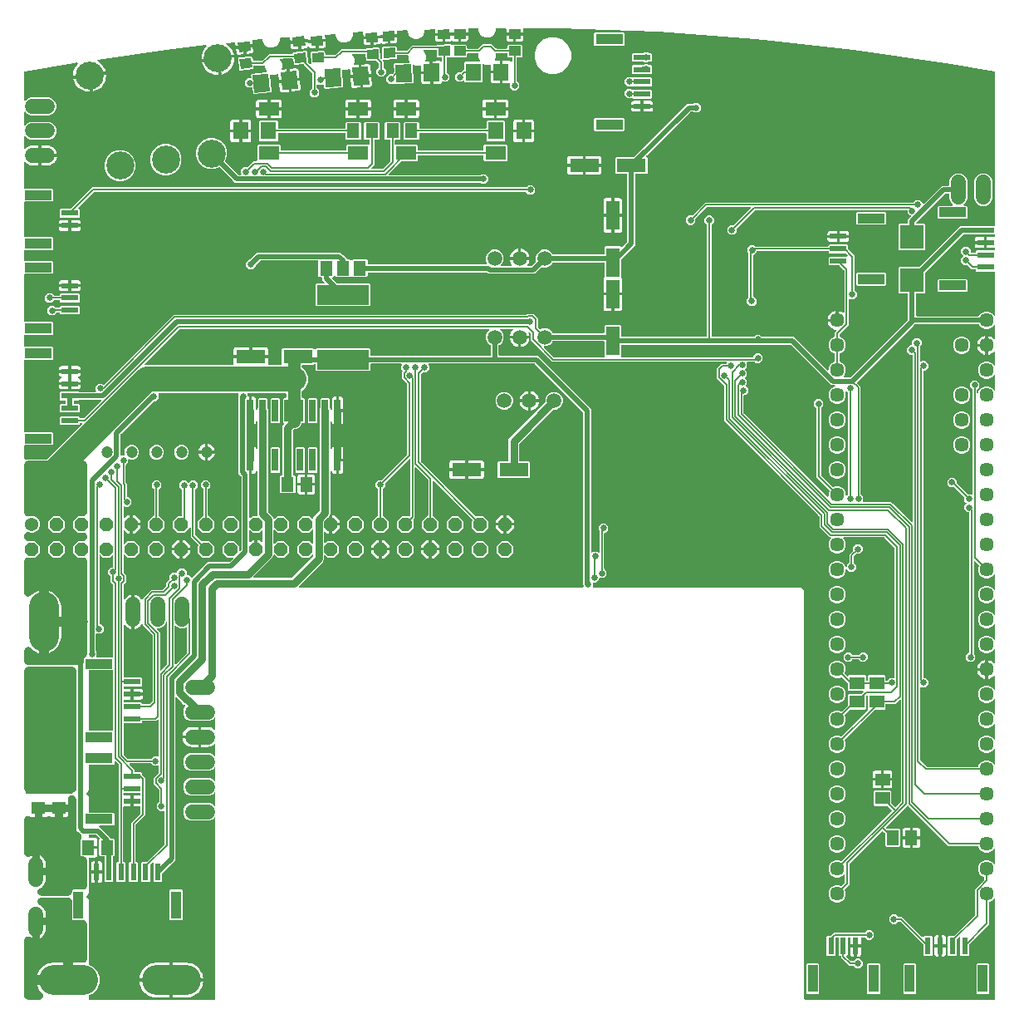
<source format=gbr>
G04 EAGLE Gerber RS-274X export*
G75*
%MOMM*%
%FSLAX34Y34*%
%LPD*%
%INTop Copper*%
%IPPOS*%
%AMOC8*
5,1,8,0,0,1.08239X$1,22.5*%
G01*
%ADD10R,3.000000X1.400000*%
%ADD11R,1.400000X3.000000*%
%ADD12R,4.800000X4.720000*%
%ADD13R,1.400000X1.270000*%
%ADD14C,1.500000*%
%ADD15C,1.500000*%
%ADD16C,1.371600*%
%ADD17P,1.484606X8X22.500000*%
%ADD18C,3.009900*%
%ADD19C,1.524000*%
%ADD20R,0.600000X1.700000*%
%ADD21R,1.000000X2.800000*%
%ADD22R,1.700000X0.600000*%
%ADD23R,2.800000X1.000000*%
%ADD24R,2.700000X1.000000*%
%ADD25C,2.850000*%
%ADD26C,1.447800*%
%ADD27R,2.400000X2.400000*%
%ADD28R,1.200000X1.000000*%
%ADD29R,1.600000X1.803000*%
%ADD30R,0.639100X2.268500*%
%ADD31R,1.300000X1.500000*%
%ADD32R,5.300000X2.000000*%
%ADD33C,1.200000*%
%ADD34R,2.100000X1.400000*%
%ADD35R,1.500000X1.300000*%
%ADD36C,0.800000*%
%ADD37P,0.708749X8X22.500000*%
%ADD38C,0.508000*%
%ADD39C,0.654800*%
%ADD40C,1.270000*%
%ADD41C,2.540000*%
%ADD42C,0.152400*%

G36*
X28183Y555539D02*
X28183Y555539D01*
X28274Y555547D01*
X28303Y555559D01*
X28335Y555564D01*
X28416Y555607D01*
X28500Y555643D01*
X28532Y555669D01*
X28553Y555680D01*
X28575Y555703D01*
X28631Y555748D01*
X64297Y591414D01*
X64339Y591472D01*
X64388Y591524D01*
X64410Y591571D01*
X64440Y591613D01*
X64462Y591682D01*
X64492Y591747D01*
X64498Y591799D01*
X64513Y591849D01*
X64511Y591920D01*
X64519Y591991D01*
X64508Y592042D01*
X64506Y592094D01*
X64482Y592162D01*
X64467Y592232D01*
X64440Y592277D01*
X64422Y592325D01*
X64377Y592381D01*
X64340Y592443D01*
X64301Y592477D01*
X64268Y592517D01*
X64208Y592556D01*
X64154Y592603D01*
X64105Y592622D01*
X64061Y592650D01*
X63992Y592668D01*
X63925Y592695D01*
X63854Y592703D01*
X63823Y592711D01*
X63800Y592709D01*
X63759Y592713D01*
X62286Y592713D01*
X62266Y592710D01*
X62247Y592712D01*
X62145Y592690D01*
X62043Y592674D01*
X62026Y592664D01*
X62006Y592660D01*
X61917Y592607D01*
X61826Y592558D01*
X61812Y592544D01*
X61795Y592534D01*
X61728Y592455D01*
X61656Y592380D01*
X61648Y592362D01*
X61635Y592347D01*
X61596Y592251D01*
X61553Y592157D01*
X61551Y592137D01*
X61543Y592119D01*
X61525Y591952D01*
X61525Y591368D01*
X60632Y590475D01*
X42368Y590475D01*
X41475Y591368D01*
X41475Y598632D01*
X42368Y599525D01*
X60632Y599525D01*
X61525Y598632D01*
X61525Y598048D01*
X61528Y598028D01*
X61526Y598009D01*
X61548Y597907D01*
X61564Y597805D01*
X61574Y597788D01*
X61578Y597768D01*
X61631Y597679D01*
X61680Y597588D01*
X61694Y597574D01*
X61704Y597557D01*
X61783Y597490D01*
X61858Y597418D01*
X61876Y597410D01*
X61891Y597397D01*
X61987Y597358D01*
X62081Y597315D01*
X62101Y597313D01*
X62119Y597305D01*
X62286Y597287D01*
X65544Y597287D01*
X65634Y597301D01*
X65725Y597309D01*
X65755Y597321D01*
X65787Y597326D01*
X65867Y597369D01*
X65951Y597405D01*
X65983Y597431D01*
X66004Y597442D01*
X66026Y597465D01*
X66082Y597510D01*
X83208Y614636D01*
X83250Y614694D01*
X83300Y614746D01*
X83322Y614793D01*
X83352Y614835D01*
X83373Y614904D01*
X83403Y614969D01*
X83409Y615021D01*
X83424Y615071D01*
X83422Y615142D01*
X83430Y615213D01*
X83419Y615264D01*
X83418Y615316D01*
X83393Y615384D01*
X83378Y615454D01*
X83351Y615499D01*
X83333Y615547D01*
X83289Y615603D01*
X83252Y615665D01*
X83212Y615699D01*
X83180Y615739D01*
X83119Y615778D01*
X83065Y615825D01*
X83017Y615844D01*
X82973Y615872D01*
X82903Y615890D01*
X82837Y615917D01*
X82765Y615925D01*
X82734Y615933D01*
X82711Y615931D01*
X82670Y615935D01*
X61407Y615935D01*
X61317Y615921D01*
X61226Y615913D01*
X61196Y615901D01*
X61164Y615896D01*
X61084Y615853D01*
X61000Y615817D01*
X60967Y615791D01*
X60947Y615780D01*
X60925Y615757D01*
X60869Y615712D01*
X60632Y615475D01*
X56326Y615475D01*
X56306Y615472D01*
X56287Y615474D01*
X56185Y615452D01*
X56083Y615436D01*
X56066Y615426D01*
X56046Y615422D01*
X55957Y615369D01*
X55866Y615320D01*
X55852Y615306D01*
X55835Y615296D01*
X55768Y615217D01*
X55696Y615142D01*
X55688Y615124D01*
X55675Y615109D01*
X55636Y615013D01*
X55593Y614919D01*
X55591Y614899D01*
X55583Y614881D01*
X55565Y614714D01*
X55565Y612786D01*
X55568Y612766D01*
X55566Y612747D01*
X55588Y612645D01*
X55604Y612543D01*
X55614Y612526D01*
X55618Y612506D01*
X55671Y612417D01*
X55720Y612326D01*
X55734Y612312D01*
X55744Y612295D01*
X55823Y612228D01*
X55898Y612156D01*
X55916Y612148D01*
X55931Y612135D01*
X56027Y612096D01*
X56121Y612053D01*
X56141Y612051D01*
X56159Y612043D01*
X56326Y612025D01*
X60632Y612025D01*
X61525Y611132D01*
X61525Y603868D01*
X60632Y602975D01*
X42368Y602975D01*
X41475Y603868D01*
X41475Y611132D01*
X42368Y612025D01*
X46674Y612025D01*
X46694Y612028D01*
X46713Y612026D01*
X46815Y612048D01*
X46917Y612064D01*
X46934Y612074D01*
X46954Y612078D01*
X47043Y612131D01*
X47134Y612180D01*
X47148Y612194D01*
X47165Y612204D01*
X47232Y612283D01*
X47304Y612358D01*
X47312Y612376D01*
X47325Y612391D01*
X47364Y612487D01*
X47407Y612581D01*
X47409Y612601D01*
X47417Y612619D01*
X47435Y612786D01*
X47435Y614714D01*
X47432Y614734D01*
X47434Y614753D01*
X47412Y614855D01*
X47396Y614957D01*
X47386Y614974D01*
X47382Y614994D01*
X47329Y615083D01*
X47280Y615174D01*
X47266Y615188D01*
X47256Y615205D01*
X47177Y615272D01*
X47102Y615344D01*
X47084Y615352D01*
X47069Y615365D01*
X46973Y615404D01*
X46879Y615447D01*
X46859Y615449D01*
X46841Y615457D01*
X46674Y615475D01*
X42368Y615475D01*
X41475Y616368D01*
X41475Y623632D01*
X42368Y624525D01*
X60632Y624525D01*
X60869Y624288D01*
X60943Y624234D01*
X61012Y624175D01*
X61042Y624163D01*
X61068Y624144D01*
X61155Y624117D01*
X61240Y624083D01*
X61281Y624079D01*
X61303Y624072D01*
X61336Y624073D01*
X61407Y624065D01*
X77468Y624065D01*
X77538Y624076D01*
X77610Y624078D01*
X77659Y624096D01*
X77710Y624104D01*
X77774Y624138D01*
X77841Y624163D01*
X77882Y624195D01*
X77928Y624220D01*
X77977Y624271D01*
X78033Y624316D01*
X78061Y624360D01*
X78097Y624398D01*
X78127Y624463D01*
X78166Y624523D01*
X78179Y624574D01*
X78201Y624621D01*
X78209Y624692D01*
X78226Y624762D01*
X78222Y624814D01*
X78228Y624865D01*
X78213Y624936D01*
X78207Y625007D01*
X78187Y625055D01*
X78176Y625106D01*
X78139Y625167D01*
X78111Y625233D01*
X78066Y625289D01*
X78049Y625317D01*
X78032Y625332D01*
X78006Y625364D01*
X77582Y625789D01*
X77582Y629764D01*
X80393Y632575D01*
X84368Y632575D01*
X85395Y631548D01*
X85411Y631537D01*
X85423Y631521D01*
X85511Y631465D01*
X85594Y631405D01*
X85613Y631399D01*
X85630Y631388D01*
X85731Y631363D01*
X85829Y631333D01*
X85849Y631333D01*
X85869Y631328D01*
X85972Y631336D01*
X86075Y631339D01*
X86094Y631346D01*
X86114Y631347D01*
X86209Y631388D01*
X86306Y631423D01*
X86322Y631436D01*
X86340Y631444D01*
X86471Y631548D01*
X156037Y701114D01*
X157599Y702677D01*
X516422Y702677D01*
X516512Y702691D01*
X516603Y702699D01*
X516633Y702711D01*
X516665Y702716D01*
X516746Y702759D01*
X516830Y702795D01*
X516862Y702821D01*
X516882Y702832D01*
X516905Y702855D01*
X516961Y702900D01*
X517548Y703487D01*
X524048Y703487D01*
X528645Y698890D01*
X528645Y690305D01*
X528659Y690214D01*
X528667Y690124D01*
X528679Y690094D01*
X528684Y690062D01*
X528727Y689981D01*
X528763Y689897D01*
X528789Y689865D01*
X528800Y689844D01*
X528823Y689822D01*
X528868Y689766D01*
X530420Y688214D01*
X530514Y688147D01*
X530608Y688076D01*
X530615Y688074D01*
X530620Y688071D01*
X530730Y688036D01*
X530842Y688000D01*
X530849Y688000D01*
X530855Y687998D01*
X530971Y688001D01*
X531088Y688002D01*
X531096Y688004D01*
X531101Y688005D01*
X531118Y688011D01*
X531249Y688049D01*
X533605Y689025D01*
X537195Y689025D01*
X540512Y687651D01*
X543051Y685112D01*
X543290Y684535D01*
X543352Y684435D01*
X543412Y684335D01*
X543416Y684331D01*
X543420Y684326D01*
X543510Y684251D01*
X543598Y684175D01*
X543604Y684173D01*
X543609Y684169D01*
X543717Y684127D01*
X543827Y684083D01*
X543834Y684082D01*
X543839Y684081D01*
X543857Y684080D01*
X543993Y684065D01*
X595714Y684065D01*
X595734Y684068D01*
X595753Y684066D01*
X595855Y684088D01*
X595957Y684104D01*
X595974Y684114D01*
X595994Y684118D01*
X596083Y684171D01*
X596174Y684220D01*
X596188Y684234D01*
X596205Y684244D01*
X596272Y684323D01*
X596344Y684398D01*
X596352Y684416D01*
X596365Y684431D01*
X596404Y684527D01*
X596447Y684621D01*
X596449Y684641D01*
X596457Y684659D01*
X596475Y684826D01*
X596475Y691632D01*
X597368Y692525D01*
X612632Y692525D01*
X613525Y691632D01*
X613525Y680826D01*
X613528Y680806D01*
X613526Y680787D01*
X613548Y680685D01*
X613564Y680583D01*
X613574Y680566D01*
X613578Y680546D01*
X613631Y680457D01*
X613680Y680366D01*
X613694Y680352D01*
X613704Y680335D01*
X613783Y680268D01*
X613858Y680196D01*
X613876Y680188D01*
X613891Y680175D01*
X613987Y680136D01*
X614081Y680093D01*
X614101Y680091D01*
X614119Y680083D01*
X614286Y680065D01*
X700452Y680065D01*
X700472Y680068D01*
X700491Y680066D01*
X700593Y680088D01*
X700695Y680104D01*
X700712Y680114D01*
X700732Y680118D01*
X700821Y680171D01*
X700912Y680220D01*
X700926Y680234D01*
X700943Y680244D01*
X701010Y680323D01*
X701082Y680398D01*
X701090Y680416D01*
X701103Y680431D01*
X701142Y680527D01*
X701185Y680621D01*
X701187Y680641D01*
X701195Y680659D01*
X701213Y680826D01*
X701213Y794185D01*
X701199Y794275D01*
X701191Y794366D01*
X701179Y794396D01*
X701174Y794428D01*
X701131Y794508D01*
X701095Y794592D01*
X701069Y794624D01*
X701058Y794645D01*
X701035Y794667D01*
X700990Y794723D01*
X698701Y797012D01*
X698701Y800988D01*
X701512Y803799D01*
X705488Y803799D01*
X708299Y800988D01*
X708299Y797012D01*
X706010Y794723D01*
X705957Y794649D01*
X705897Y794580D01*
X705885Y794550D01*
X705866Y794524D01*
X705839Y794437D01*
X705805Y794352D01*
X705801Y794311D01*
X705794Y794288D01*
X705795Y794256D01*
X705787Y794185D01*
X705787Y680826D01*
X705790Y680806D01*
X705788Y680787D01*
X705810Y680685D01*
X705826Y680583D01*
X705836Y680566D01*
X705840Y680546D01*
X705893Y680457D01*
X705942Y680366D01*
X705956Y680352D01*
X705966Y680335D01*
X706045Y680268D01*
X706120Y680196D01*
X706138Y680188D01*
X706153Y680175D01*
X706249Y680136D01*
X706343Y680093D01*
X706363Y680091D01*
X706381Y680083D01*
X706548Y680065D01*
X748463Y680065D01*
X748553Y680079D01*
X748644Y680087D01*
X748674Y680099D01*
X748706Y680104D01*
X748786Y680147D01*
X748870Y680183D01*
X748903Y680209D01*
X748923Y680220D01*
X748945Y680243D01*
X749001Y680288D01*
X751012Y682299D01*
X754988Y682299D01*
X756999Y680288D01*
X757073Y680235D01*
X757142Y680175D01*
X757172Y680163D01*
X757198Y680144D01*
X757285Y680117D01*
X757370Y680083D01*
X757411Y680079D01*
X757434Y680072D01*
X757466Y680073D01*
X757537Y680065D01*
X789799Y680065D01*
X823737Y646127D01*
X823795Y646085D01*
X823847Y646036D01*
X823894Y646014D01*
X823936Y645983D01*
X824005Y645962D01*
X824070Y645932D01*
X824122Y645926D01*
X824172Y645911D01*
X824243Y645913D01*
X824314Y645905D01*
X824365Y645916D01*
X824417Y645917D01*
X824485Y645942D01*
X824555Y645957D01*
X824600Y645984D01*
X824648Y646002D01*
X824704Y646047D01*
X824766Y646083D01*
X824800Y646123D01*
X824840Y646155D01*
X824879Y646216D01*
X824926Y646270D01*
X824945Y646319D01*
X824973Y646362D01*
X824991Y646432D01*
X825018Y646498D01*
X825026Y646570D01*
X825034Y646601D01*
X825032Y646624D01*
X825036Y646665D01*
X825036Y648043D01*
X826370Y651264D01*
X828836Y653730D01*
X831043Y654644D01*
X831143Y654706D01*
X831243Y654765D01*
X831247Y654770D01*
X831252Y654774D01*
X831327Y654864D01*
X831403Y654952D01*
X831405Y654958D01*
X831409Y654963D01*
X831451Y655071D01*
X831495Y655181D01*
X831496Y655188D01*
X831497Y655193D01*
X831498Y655211D01*
X831513Y655347D01*
X831513Y662653D01*
X831495Y662766D01*
X831477Y662884D01*
X831475Y662889D01*
X831474Y662896D01*
X831419Y662998D01*
X831366Y663103D01*
X831361Y663107D01*
X831358Y663113D01*
X831274Y663193D01*
X831190Y663275D01*
X831184Y663279D01*
X831180Y663282D01*
X831163Y663290D01*
X831043Y663356D01*
X828836Y664270D01*
X826370Y666736D01*
X825036Y669957D01*
X825036Y673443D01*
X826370Y676664D01*
X828836Y679130D01*
X831043Y680044D01*
X831143Y680105D01*
X831243Y680165D01*
X831247Y680170D01*
X831252Y680174D01*
X831327Y680264D01*
X831403Y680352D01*
X831405Y680358D01*
X831409Y680363D01*
X831451Y680471D01*
X831495Y680581D01*
X831496Y680588D01*
X831497Y680593D01*
X831498Y680611D01*
X831513Y680747D01*
X831513Y684577D01*
X833033Y686096D01*
X833040Y686106D01*
X833049Y686113D01*
X833111Y686206D01*
X833176Y686296D01*
X833180Y686307D01*
X833186Y686317D01*
X833216Y686424D01*
X833249Y686531D01*
X833248Y686543D01*
X833251Y686554D01*
X833245Y686665D01*
X833242Y686777D01*
X833238Y686788D01*
X833237Y686800D01*
X833196Y686903D01*
X833158Y687008D01*
X833150Y687017D01*
X833146Y687028D01*
X833074Y687113D01*
X833004Y687200D01*
X832994Y687206D01*
X832986Y687215D01*
X832891Y687273D01*
X832797Y687333D01*
X832785Y687336D01*
X832775Y687342D01*
X832613Y687386D01*
X831510Y687561D01*
X830046Y688037D01*
X828674Y688736D01*
X827429Y689640D01*
X826340Y690729D01*
X825436Y691974D01*
X824737Y693346D01*
X824261Y694810D01*
X824140Y695577D01*
X833038Y695577D01*
X833058Y695580D01*
X833077Y695578D01*
X833179Y695600D01*
X833281Y695617D01*
X833298Y695626D01*
X833318Y695630D01*
X833407Y695683D01*
X833498Y695732D01*
X833512Y695746D01*
X833529Y695756D01*
X833596Y695835D01*
X833667Y695910D01*
X833676Y695928D01*
X833689Y695943D01*
X833727Y696039D01*
X833771Y696133D01*
X833773Y696153D01*
X833781Y696171D01*
X833799Y696338D01*
X833799Y697101D01*
X834562Y697101D01*
X834582Y697104D01*
X834601Y697102D01*
X834703Y697124D01*
X834805Y697141D01*
X834822Y697150D01*
X834842Y697154D01*
X834931Y697207D01*
X835022Y697256D01*
X835036Y697270D01*
X835053Y697280D01*
X835120Y697359D01*
X835191Y697434D01*
X835200Y697452D01*
X835213Y697467D01*
X835252Y697563D01*
X835295Y697657D01*
X835297Y697677D01*
X835305Y697695D01*
X835323Y697862D01*
X835323Y706760D01*
X836090Y706639D01*
X837554Y706163D01*
X838926Y705464D01*
X839830Y704808D01*
X839840Y704802D01*
X839849Y704794D01*
X839861Y704788D01*
X839865Y704785D01*
X839890Y704775D01*
X839950Y704747D01*
X840049Y704697D01*
X840061Y704695D01*
X840072Y704690D01*
X840183Y704678D01*
X840293Y704662D01*
X840305Y704665D01*
X840316Y704663D01*
X840425Y704687D01*
X840535Y704707D01*
X840545Y704713D01*
X840557Y704716D01*
X840653Y704773D01*
X840750Y704827D01*
X840758Y704836D01*
X840768Y704842D01*
X840840Y704926D01*
X840915Y705009D01*
X840920Y705019D01*
X840928Y705029D01*
X840970Y705132D01*
X841014Y705234D01*
X841015Y705246D01*
X841020Y705257D01*
X841038Y705424D01*
X841038Y747912D01*
X841024Y748003D01*
X841016Y748093D01*
X841004Y748123D01*
X840999Y748155D01*
X840956Y748236D01*
X840920Y748320D01*
X840894Y748352D01*
X840883Y748373D01*
X840860Y748395D01*
X840815Y748451D01*
X836514Y752752D01*
X836440Y752805D01*
X836370Y752865D01*
X836340Y752877D01*
X836314Y752896D01*
X836227Y752923D01*
X836142Y752957D01*
X836101Y752961D01*
X836079Y752968D01*
X836047Y752967D01*
X835976Y752975D01*
X825868Y752975D01*
X824975Y753868D01*
X824975Y761132D01*
X825868Y762025D01*
X843904Y762025D01*
X843974Y762036D01*
X844046Y762038D01*
X844095Y762056D01*
X844146Y762064D01*
X844210Y762098D01*
X844277Y762123D01*
X844318Y762155D01*
X844364Y762180D01*
X844413Y762231D01*
X844469Y762276D01*
X844497Y762320D01*
X844533Y762358D01*
X844563Y762423D01*
X844602Y762483D01*
X844615Y762534D01*
X844637Y762581D01*
X844645Y762652D01*
X844662Y762722D01*
X844658Y762774D01*
X844664Y762825D01*
X844649Y762896D01*
X844643Y762967D01*
X844623Y763015D01*
X844612Y763066D01*
X844575Y763127D01*
X844547Y763193D01*
X844502Y763249D01*
X844485Y763277D01*
X844468Y763292D01*
X844442Y763324D01*
X842514Y765252D01*
X842440Y765305D01*
X842370Y765365D01*
X842340Y765377D01*
X842314Y765396D01*
X842227Y765423D01*
X842142Y765457D01*
X842101Y765461D01*
X842079Y765468D01*
X842047Y765467D01*
X841976Y765475D01*
X825868Y765475D01*
X824975Y766368D01*
X824975Y766952D01*
X824972Y766972D01*
X824974Y766991D01*
X824952Y767093D01*
X824936Y767195D01*
X824926Y767212D01*
X824922Y767232D01*
X824869Y767321D01*
X824820Y767412D01*
X824806Y767426D01*
X824796Y767443D01*
X824717Y767510D01*
X824642Y767582D01*
X824624Y767590D01*
X824609Y767603D01*
X824513Y767642D01*
X824419Y767685D01*
X824399Y767687D01*
X824381Y767695D01*
X824214Y767713D01*
X752560Y767713D01*
X752540Y767710D01*
X752521Y767712D01*
X752419Y767690D01*
X752317Y767674D01*
X752300Y767664D01*
X752280Y767660D01*
X752191Y767607D01*
X752100Y767558D01*
X752086Y767544D01*
X752069Y767534D01*
X752002Y767455D01*
X751930Y767380D01*
X751922Y767362D01*
X751909Y767347D01*
X751870Y767251D01*
X751827Y767157D01*
X751825Y767137D01*
X751817Y767119D01*
X751799Y766952D01*
X751799Y766512D01*
X748988Y763701D01*
X748750Y763701D01*
X748730Y763698D01*
X748711Y763700D01*
X748609Y763678D01*
X748507Y763662D01*
X748490Y763652D01*
X748470Y763648D01*
X748381Y763595D01*
X748290Y763546D01*
X748276Y763532D01*
X748259Y763522D01*
X748192Y763443D01*
X748121Y763368D01*
X748112Y763350D01*
X748099Y763335D01*
X748060Y763239D01*
X748017Y763145D01*
X748015Y763125D01*
X748007Y763107D01*
X747989Y762940D01*
X747989Y722262D01*
X747992Y722242D01*
X747990Y722223D01*
X748012Y722121D01*
X748029Y722019D01*
X748038Y722002D01*
X748042Y721982D01*
X748095Y721893D01*
X748144Y721802D01*
X748158Y721788D01*
X748168Y721771D01*
X748247Y721704D01*
X748322Y721633D01*
X748340Y721624D01*
X748355Y721611D01*
X748451Y721572D01*
X748545Y721529D01*
X748565Y721527D01*
X748583Y721519D01*
X748682Y721508D01*
X751501Y718690D01*
X751501Y714714D01*
X748690Y711903D01*
X744714Y711903D01*
X741903Y714714D01*
X741903Y718690D01*
X743192Y719979D01*
X743245Y720053D01*
X743305Y720122D01*
X743317Y720152D01*
X743336Y720179D01*
X743363Y720265D01*
X743397Y720350D01*
X743401Y720391D01*
X743408Y720414D01*
X743407Y720446D01*
X743415Y720517D01*
X743415Y764983D01*
X743401Y765073D01*
X743393Y765164D01*
X743381Y765194D01*
X743376Y765226D01*
X743333Y765306D01*
X743297Y765390D01*
X743271Y765422D01*
X743260Y765443D01*
X743237Y765465D01*
X743192Y765521D01*
X742201Y766512D01*
X742201Y770488D01*
X745012Y773299D01*
X748988Y773299D01*
X749777Y772510D01*
X749851Y772457D01*
X749920Y772397D01*
X749950Y772385D01*
X749976Y772366D01*
X750063Y772339D01*
X750148Y772305D01*
X750189Y772301D01*
X750212Y772294D01*
X750244Y772295D01*
X750315Y772287D01*
X824214Y772287D01*
X824234Y772290D01*
X824253Y772288D01*
X824355Y772310D01*
X824457Y772326D01*
X824474Y772336D01*
X824494Y772340D01*
X824583Y772393D01*
X824674Y772442D01*
X824688Y772456D01*
X824705Y772466D01*
X824772Y772545D01*
X824844Y772620D01*
X824852Y772638D01*
X824865Y772653D01*
X824904Y772749D01*
X824947Y772843D01*
X824949Y772863D01*
X824957Y772881D01*
X824975Y773048D01*
X824975Y773632D01*
X825868Y774525D01*
X844132Y774525D01*
X845025Y773632D01*
X845025Y769524D01*
X845039Y769434D01*
X845047Y769343D01*
X845059Y769314D01*
X845064Y769282D01*
X845107Y769201D01*
X845143Y769117D01*
X845169Y769085D01*
X845180Y769064D01*
X845203Y769042D01*
X845248Y768986D01*
X851172Y763062D01*
X851172Y728414D01*
X851186Y728324D01*
X851194Y728233D01*
X851206Y728203D01*
X851211Y728171D01*
X851254Y728091D01*
X851290Y728007D01*
X851316Y727975D01*
X851327Y727954D01*
X851350Y727932D01*
X851395Y727876D01*
X853684Y725587D01*
X853684Y721611D01*
X850873Y718800D01*
X846892Y718800D01*
X846853Y718828D01*
X846801Y718878D01*
X846754Y718900D01*
X846712Y718930D01*
X846643Y718951D01*
X846578Y718981D01*
X846526Y718987D01*
X846477Y719002D01*
X846405Y719001D01*
X846334Y719008D01*
X846283Y718997D01*
X846231Y718996D01*
X846163Y718971D01*
X846093Y718956D01*
X846048Y718929D01*
X846000Y718912D01*
X845944Y718867D01*
X845882Y718830D01*
X845848Y718790D01*
X845808Y718758D01*
X845769Y718698D01*
X845722Y718643D01*
X845703Y718595D01*
X845675Y718551D01*
X845657Y718482D01*
X845630Y718415D01*
X845622Y718344D01*
X845614Y718313D01*
X845616Y718289D01*
X845612Y718248D01*
X845612Y692207D01*
X844049Y690645D01*
X836310Y682905D01*
X836257Y682831D01*
X836197Y682762D01*
X836185Y682732D01*
X836166Y682706D01*
X836139Y682619D01*
X836105Y682534D01*
X836101Y682493D01*
X836094Y682471D01*
X836095Y682438D01*
X836087Y682367D01*
X836087Y680747D01*
X836106Y680632D01*
X836123Y680516D01*
X836125Y680511D01*
X836126Y680504D01*
X836181Y680402D01*
X836234Y680297D01*
X836239Y680293D01*
X836242Y680287D01*
X836326Y680207D01*
X836410Y680125D01*
X836416Y680121D01*
X836420Y680118D01*
X836437Y680110D01*
X836557Y680044D01*
X838764Y679130D01*
X841230Y676664D01*
X842564Y673443D01*
X842564Y669957D01*
X841230Y666736D01*
X838764Y664270D01*
X836557Y663356D01*
X836457Y663294D01*
X836357Y663235D01*
X836353Y663230D01*
X836348Y663226D01*
X836273Y663136D01*
X836197Y663048D01*
X836195Y663042D01*
X836191Y663037D01*
X836149Y662929D01*
X836105Y662819D01*
X836104Y662812D01*
X836103Y662807D01*
X836102Y662789D01*
X836087Y662653D01*
X836087Y655347D01*
X836106Y655232D01*
X836123Y655116D01*
X836125Y655111D01*
X836126Y655104D01*
X836181Y655002D01*
X836234Y654897D01*
X836239Y654893D01*
X836242Y654887D01*
X836326Y654807D01*
X836410Y654725D01*
X836416Y654721D01*
X836420Y654718D01*
X836437Y654710D01*
X836557Y654644D01*
X838764Y653730D01*
X841230Y651264D01*
X842564Y648043D01*
X842564Y644557D01*
X841230Y641336D01*
X840255Y640361D01*
X840213Y640303D01*
X840164Y640251D01*
X840142Y640204D01*
X840112Y640162D01*
X840090Y640093D01*
X840060Y640028D01*
X840054Y639976D01*
X840039Y639926D01*
X840041Y639855D01*
X840033Y639784D01*
X840044Y639733D01*
X840046Y639681D01*
X840070Y639613D01*
X840085Y639543D01*
X840112Y639498D01*
X840130Y639450D01*
X840175Y639394D01*
X840212Y639332D01*
X840251Y639298D01*
X840284Y639258D01*
X840344Y639219D01*
X840398Y639172D01*
X840447Y639153D01*
X840491Y639125D01*
X840560Y639107D01*
X840627Y639080D01*
X840698Y639072D01*
X840729Y639064D01*
X840752Y639066D01*
X840793Y639062D01*
X846998Y639062D01*
X847088Y639076D01*
X847179Y639084D01*
X847209Y639096D01*
X847241Y639101D01*
X847321Y639144D01*
X847405Y639180D01*
X847437Y639206D01*
X847458Y639217D01*
X847480Y639240D01*
X847536Y639285D01*
X905712Y697461D01*
X905765Y697535D01*
X905825Y697604D01*
X905837Y697634D01*
X905856Y697660D01*
X905883Y697747D01*
X905917Y697832D01*
X905921Y697873D01*
X905928Y697896D01*
X905927Y697928D01*
X905935Y697999D01*
X905935Y723714D01*
X905933Y723730D01*
X905934Y723745D01*
X905934Y723748D01*
X905934Y723753D01*
X905912Y723855D01*
X905896Y723957D01*
X905886Y723974D01*
X905882Y723994D01*
X905829Y724083D01*
X905780Y724174D01*
X905766Y724188D01*
X905756Y724205D01*
X905677Y724272D01*
X905602Y724344D01*
X905584Y724352D01*
X905569Y724365D01*
X905473Y724404D01*
X905379Y724447D01*
X905359Y724449D01*
X905341Y724457D01*
X905174Y724475D01*
X897368Y724475D01*
X896475Y725368D01*
X896475Y750632D01*
X897368Y751525D01*
X917461Y751525D01*
X917551Y751539D01*
X917642Y751547D01*
X917672Y751559D01*
X917704Y751564D01*
X917784Y751607D01*
X917868Y751643D01*
X917900Y751669D01*
X917921Y751680D01*
X917943Y751703D01*
X917999Y751748D01*
X959066Y792815D01*
X975093Y792815D01*
X975183Y792829D01*
X975274Y792837D01*
X975304Y792849D01*
X975336Y792854D01*
X975417Y792897D01*
X975500Y792933D01*
X975533Y792959D01*
X975553Y792970D01*
X975575Y792993D01*
X975631Y793038D01*
X975868Y793275D01*
X994153Y793275D01*
X994173Y793278D01*
X994192Y793276D01*
X994294Y793298D01*
X994396Y793314D01*
X994413Y793324D01*
X994433Y793328D01*
X994522Y793381D01*
X994613Y793430D01*
X994627Y793444D01*
X994644Y793454D01*
X994711Y793533D01*
X994783Y793608D01*
X994791Y793626D01*
X994804Y793641D01*
X994843Y793737D01*
X994886Y793831D01*
X994888Y793851D01*
X994896Y793869D01*
X994914Y794036D01*
X994914Y949926D01*
X994902Y950003D01*
X994898Y950081D01*
X994882Y950123D01*
X994875Y950168D01*
X994838Y950237D01*
X994810Y950310D01*
X994781Y950345D01*
X994759Y950386D01*
X994703Y950440D01*
X994653Y950500D01*
X994614Y950524D01*
X994581Y950555D01*
X994510Y950588D01*
X994444Y950629D01*
X994385Y950646D01*
X994358Y950659D01*
X994331Y950662D01*
X994283Y950676D01*
X949649Y958388D01*
X949641Y958388D01*
X949629Y958392D01*
X850342Y972798D01*
X850331Y972798D01*
X850315Y972802D01*
X750574Y983623D01*
X750563Y983622D01*
X750546Y983625D01*
X650480Y990847D01*
X650469Y990846D01*
X650452Y990849D01*
X550191Y994462D01*
X550180Y994461D01*
X550163Y994463D01*
X514302Y994463D01*
X514282Y994459D01*
X514263Y994461D01*
X514161Y994439D01*
X514059Y994423D01*
X514042Y994413D01*
X514022Y994409D01*
X513933Y994356D01*
X513842Y994308D01*
X513828Y994293D01*
X513811Y994283D01*
X513744Y994204D01*
X513672Y994129D01*
X513664Y994111D01*
X513651Y994096D01*
X513612Y994000D01*
X513569Y993906D01*
X513567Y993887D01*
X513559Y993868D01*
X513541Y993701D01*
X513541Y990023D01*
X505762Y990023D01*
X505742Y990020D01*
X505723Y990022D01*
X505621Y990000D01*
X505519Y989983D01*
X505502Y989974D01*
X505482Y989970D01*
X505393Y989917D01*
X505302Y989868D01*
X505288Y989854D01*
X505271Y989844D01*
X505204Y989765D01*
X505133Y989690D01*
X505124Y989672D01*
X505111Y989657D01*
X505072Y989561D01*
X505029Y989467D01*
X505027Y989447D01*
X505019Y989429D01*
X505001Y989262D01*
X505001Y988499D01*
X504999Y988499D01*
X504999Y989262D01*
X504996Y989282D01*
X504998Y989301D01*
X504976Y989403D01*
X504959Y989505D01*
X504950Y989522D01*
X504946Y989542D01*
X504893Y989631D01*
X504844Y989722D01*
X504830Y989736D01*
X504820Y989753D01*
X504741Y989820D01*
X504666Y989891D01*
X504648Y989900D01*
X504633Y989913D01*
X504537Y989952D01*
X504443Y989995D01*
X504423Y989997D01*
X504405Y990005D01*
X504238Y990023D01*
X496459Y990023D01*
X496459Y993701D01*
X496456Y993721D01*
X496458Y993741D01*
X496436Y993842D01*
X496420Y993944D01*
X496410Y993962D01*
X496406Y993981D01*
X496353Y994070D01*
X496304Y994161D01*
X496290Y994175D01*
X496280Y994192D01*
X496201Y994260D01*
X496126Y994331D01*
X496108Y994339D01*
X496093Y994352D01*
X495997Y994391D01*
X495903Y994434D01*
X495883Y994437D01*
X495865Y994444D01*
X495698Y994463D01*
X486592Y994463D01*
X486572Y994459D01*
X486553Y994461D01*
X486451Y994439D01*
X486349Y994423D01*
X486332Y994413D01*
X486312Y994409D01*
X486223Y994356D01*
X486132Y994308D01*
X486118Y994293D01*
X486101Y994283D01*
X486034Y994204D01*
X485962Y994129D01*
X485954Y994111D01*
X485941Y994096D01*
X485902Y994000D01*
X485859Y993906D01*
X485857Y993887D01*
X485849Y993868D01*
X485831Y993701D01*
X485831Y991993D01*
X484486Y988748D01*
X482002Y986264D01*
X478757Y984919D01*
X475243Y984919D01*
X471998Y986264D01*
X469514Y988748D01*
X468169Y991993D01*
X468169Y993701D01*
X468166Y993721D01*
X468168Y993741D01*
X468146Y993842D01*
X468130Y993944D01*
X468120Y993962D01*
X468116Y993981D01*
X468063Y994070D01*
X468014Y994161D01*
X468000Y994175D01*
X467990Y994192D01*
X467911Y994260D01*
X467836Y994331D01*
X467818Y994339D01*
X467803Y994352D01*
X467707Y994391D01*
X467613Y994434D01*
X467593Y994437D01*
X467575Y994444D01*
X467408Y994463D01*
X458302Y994463D01*
X458282Y994459D01*
X458263Y994461D01*
X458161Y994439D01*
X458059Y994423D01*
X458042Y994413D01*
X458022Y994409D01*
X457933Y994356D01*
X457842Y994308D01*
X457828Y994293D01*
X457811Y994283D01*
X457744Y994204D01*
X457672Y994129D01*
X457664Y994111D01*
X457651Y994096D01*
X457612Y994000D01*
X457569Y993906D01*
X457567Y993887D01*
X457559Y993868D01*
X457541Y993701D01*
X457541Y990023D01*
X449762Y990023D01*
X449742Y990020D01*
X449723Y990022D01*
X449621Y990000D01*
X449519Y989983D01*
X449502Y989974D01*
X449482Y989970D01*
X449393Y989917D01*
X449302Y989868D01*
X449288Y989854D01*
X449271Y989844D01*
X449204Y989765D01*
X449133Y989690D01*
X449124Y989672D01*
X449111Y989657D01*
X449072Y989561D01*
X449029Y989467D01*
X449027Y989447D01*
X449019Y989429D01*
X449001Y989262D01*
X449001Y988499D01*
X448999Y988499D01*
X448999Y989262D01*
X448996Y989282D01*
X448998Y989301D01*
X448976Y989403D01*
X448959Y989505D01*
X448950Y989522D01*
X448946Y989542D01*
X448893Y989631D01*
X448844Y989722D01*
X448830Y989736D01*
X448820Y989753D01*
X448741Y989820D01*
X448666Y989891D01*
X448648Y989900D01*
X448633Y989913D01*
X448537Y989952D01*
X448443Y989995D01*
X448423Y989997D01*
X448405Y990005D01*
X448238Y990023D01*
X440221Y990023D01*
X440192Y990047D01*
X440126Y990109D01*
X440096Y990123D01*
X440070Y990143D01*
X439985Y990174D01*
X439903Y990212D01*
X439870Y990216D01*
X439839Y990227D01*
X439671Y990240D01*
X433395Y990021D01*
X433375Y990017D01*
X433355Y990018D01*
X433255Y989993D01*
X433154Y989973D01*
X433136Y989963D01*
X433117Y989958D01*
X433030Y989902D01*
X432940Y989850D01*
X432927Y989835D01*
X432910Y989824D01*
X432846Y989743D01*
X432777Y989666D01*
X432770Y989648D01*
X432757Y989632D01*
X432722Y989535D01*
X432681Y989439D01*
X432680Y989419D01*
X432673Y989401D01*
X432661Y989234D01*
X432687Y988471D01*
X432685Y988471D01*
X432659Y989233D01*
X432655Y989253D01*
X432656Y989273D01*
X432631Y989373D01*
X432611Y989475D01*
X432601Y989492D01*
X432596Y989511D01*
X432540Y989598D01*
X432488Y989688D01*
X432473Y989701D01*
X432462Y989718D01*
X432381Y989782D01*
X432304Y989851D01*
X432286Y989859D01*
X432270Y989871D01*
X432173Y989906D01*
X432077Y989947D01*
X432057Y989948D01*
X432039Y989955D01*
X431872Y989968D01*
X424098Y989696D01*
X423990Y992769D01*
X423986Y992789D01*
X423988Y992809D01*
X423962Y992909D01*
X423942Y993010D01*
X423932Y993028D01*
X423927Y993048D01*
X423871Y993134D01*
X423820Y993223D01*
X423804Y993237D01*
X423793Y993254D01*
X423712Y993318D01*
X423635Y993386D01*
X423617Y993394D01*
X423601Y993407D01*
X423504Y993442D01*
X423409Y993482D01*
X423388Y993484D01*
X423369Y993491D01*
X423202Y993503D01*
X414085Y993175D01*
X414079Y993173D01*
X414073Y993174D01*
X413958Y993149D01*
X413844Y993126D01*
X413838Y993123D01*
X413832Y993122D01*
X413732Y993062D01*
X413630Y993003D01*
X413626Y992999D01*
X413621Y992996D01*
X413545Y992907D01*
X413468Y992819D01*
X413465Y992813D01*
X413461Y992809D01*
X413417Y992699D01*
X413372Y992592D01*
X413372Y992586D01*
X413369Y992581D01*
X413351Y992414D01*
X413351Y990985D01*
X412006Y987739D01*
X409522Y985255D01*
X406277Y983911D01*
X402764Y983911D01*
X399518Y985255D01*
X397034Y987739D01*
X395689Y990985D01*
X395689Y991722D01*
X395684Y991756D01*
X395686Y991789D01*
X395664Y991876D01*
X395650Y991965D01*
X395634Y991995D01*
X395626Y992028D01*
X395577Y992103D01*
X395535Y992183D01*
X395510Y992206D01*
X395492Y992234D01*
X395421Y992290D01*
X395356Y992352D01*
X395326Y992366D01*
X395299Y992387D01*
X395215Y992418D01*
X395133Y992456D01*
X395100Y992459D01*
X395068Y992471D01*
X394901Y992483D01*
X385830Y992156D01*
X385811Y992152D01*
X385792Y992154D01*
X385691Y992128D01*
X385589Y992108D01*
X385572Y992098D01*
X385553Y992093D01*
X385466Y992037D01*
X385376Y991985D01*
X385363Y991970D01*
X385347Y991960D01*
X385282Y991879D01*
X385213Y991801D01*
X385206Y991783D01*
X385193Y991767D01*
X385158Y991670D01*
X385118Y991574D01*
X385116Y991555D01*
X385110Y991536D01*
X385097Y991369D01*
X385203Y988338D01*
X377429Y988066D01*
X377409Y988063D01*
X377389Y988064D01*
X377289Y988039D01*
X377188Y988018D01*
X377170Y988008D01*
X377151Y988003D01*
X377064Y987947D01*
X376974Y987896D01*
X376961Y987881D01*
X376944Y987870D01*
X376880Y987789D01*
X376811Y987712D01*
X376804Y987693D01*
X376791Y987678D01*
X376756Y987580D01*
X376716Y987485D01*
X376714Y987465D01*
X376707Y987446D01*
X376695Y987279D01*
X376721Y986517D01*
X376720Y986517D01*
X376693Y987279D01*
X376689Y987299D01*
X376691Y987318D01*
X376665Y987419D01*
X376645Y987520D01*
X376635Y987538D01*
X376630Y987557D01*
X376574Y987643D01*
X376522Y987734D01*
X376507Y987747D01*
X376496Y987763D01*
X376416Y987828D01*
X376338Y987897D01*
X376320Y987904D01*
X376304Y987917D01*
X376207Y987952D01*
X376111Y987992D01*
X376092Y987994D01*
X376073Y988001D01*
X375906Y988013D01*
X368611Y987759D01*
X368582Y987753D01*
X368552Y987754D01*
X368462Y987729D01*
X368370Y987710D01*
X368344Y987695D01*
X368315Y987687D01*
X368238Y987634D01*
X368157Y987588D01*
X368137Y987565D01*
X368112Y987548D01*
X368056Y987474D01*
X367994Y987404D01*
X367982Y987376D01*
X367964Y987352D01*
X367934Y987263D01*
X367924Y987239D01*
X360097Y986760D01*
X360077Y986756D01*
X360057Y986757D01*
X359958Y986729D01*
X359857Y986706D01*
X359840Y986695D01*
X359820Y986690D01*
X359735Y986632D01*
X359647Y986578D01*
X359634Y986563D01*
X359617Y986551D01*
X359555Y986468D01*
X359489Y986389D01*
X359481Y986371D01*
X359469Y986355D01*
X359437Y986257D01*
X359399Y986160D01*
X359398Y986140D01*
X359391Y986122D01*
X359383Y985954D01*
X359430Y985193D01*
X359428Y985193D01*
X359382Y985954D01*
X359377Y985973D01*
X359378Y985993D01*
X359350Y986093D01*
X359327Y986194D01*
X359317Y986211D01*
X359311Y986230D01*
X359253Y986316D01*
X359199Y986404D01*
X359184Y986417D01*
X359172Y986433D01*
X359090Y986496D01*
X359011Y986562D01*
X358992Y986569D01*
X358976Y986581D01*
X358878Y986614D01*
X358782Y986652D01*
X358762Y986653D01*
X358743Y986659D01*
X358575Y986667D01*
X350811Y986192D01*
X350574Y990075D01*
X350580Y990164D01*
X350577Y990177D01*
X350577Y990191D01*
X350547Y990295D01*
X350519Y990402D01*
X350512Y990414D01*
X350508Y990427D01*
X350445Y990516D01*
X350386Y990608D01*
X350375Y990617D01*
X350367Y990628D01*
X350279Y990693D01*
X350193Y990761D01*
X350180Y990766D01*
X350169Y990774D01*
X350065Y990808D01*
X349962Y990845D01*
X349945Y990846D01*
X349935Y990850D01*
X349906Y990849D01*
X349795Y990858D01*
X349548Y990849D01*
X349537Y990847D01*
X349520Y990847D01*
X340698Y990210D01*
X340586Y990184D01*
X340473Y990159D01*
X340466Y990155D01*
X340459Y990153D01*
X340361Y990092D01*
X340262Y990033D01*
X340257Y990027D01*
X340250Y990023D01*
X340177Y989934D01*
X340102Y989846D01*
X340099Y989839D01*
X340094Y989833D01*
X340053Y989726D01*
X340010Y989618D01*
X340009Y989609D01*
X340007Y989603D01*
X340006Y989582D01*
X339991Y989451D01*
X339991Y986968D01*
X338647Y983722D01*
X336163Y981238D01*
X332917Y979894D01*
X329404Y979894D01*
X326158Y981238D01*
X323674Y983722D01*
X322330Y986968D01*
X322330Y988067D01*
X322322Y988113D01*
X322324Y988161D01*
X322302Y988234D01*
X322290Y988309D01*
X322268Y988351D01*
X322255Y988397D01*
X322211Y988459D01*
X322175Y988527D01*
X322141Y988559D01*
X322114Y988598D01*
X322052Y988644D01*
X321997Y988696D01*
X321954Y988716D01*
X321916Y988744D01*
X321843Y988768D01*
X321774Y988800D01*
X321727Y988805D01*
X321681Y988820D01*
X321550Y988825D01*
X321529Y988827D01*
X321523Y988826D01*
X321514Y988826D01*
X312453Y988172D01*
X312438Y988168D01*
X312422Y988169D01*
X312318Y988140D01*
X312214Y988115D01*
X312201Y988107D01*
X312185Y988102D01*
X312096Y988041D01*
X312005Y987984D01*
X311995Y987972D01*
X311982Y987963D01*
X311917Y987877D01*
X311849Y987794D01*
X311844Y987780D01*
X311834Y987767D01*
X311800Y987665D01*
X311762Y987564D01*
X311761Y987549D01*
X311756Y987534D01*
X311748Y987366D01*
X311965Y983817D01*
X304201Y983342D01*
X304182Y983337D01*
X304162Y983338D01*
X304062Y983310D01*
X303961Y983287D01*
X303944Y983277D01*
X303925Y983271D01*
X303839Y983213D01*
X303751Y983159D01*
X303738Y983144D01*
X303722Y983133D01*
X303659Y983050D01*
X303593Y982971D01*
X303586Y982952D01*
X303574Y982936D01*
X303541Y982838D01*
X303503Y982742D01*
X303502Y982722D01*
X303496Y982703D01*
X303488Y982535D01*
X303534Y981774D01*
X303533Y981774D01*
X303486Y982535D01*
X303482Y982555D01*
X303483Y982575D01*
X303454Y982674D01*
X303431Y982775D01*
X303421Y982792D01*
X303416Y982811D01*
X303357Y982897D01*
X303303Y982985D01*
X303288Y982998D01*
X303277Y983014D01*
X303194Y983077D01*
X303115Y983143D01*
X303096Y983150D01*
X303081Y983162D01*
X302982Y983195D01*
X302886Y983233D01*
X302866Y983234D01*
X302847Y983240D01*
X302680Y983249D01*
X294916Y982774D01*
X294912Y982832D01*
X294905Y982865D01*
X294905Y982898D01*
X294878Y982984D01*
X294857Y983072D01*
X294840Y983100D01*
X294830Y983132D01*
X294777Y983205D01*
X294729Y983282D01*
X294704Y983304D01*
X294684Y983330D01*
X294610Y983382D01*
X294541Y983440D01*
X294510Y983452D01*
X294483Y983471D01*
X294396Y983497D01*
X294312Y983530D01*
X294279Y983532D01*
X294247Y983541D01*
X294079Y983544D01*
X285669Y982734D01*
X285650Y982729D01*
X285630Y982729D01*
X285531Y982697D01*
X285431Y982671D01*
X285414Y982660D01*
X285396Y982654D01*
X285312Y982593D01*
X285226Y982536D01*
X285214Y982520D01*
X285197Y982508D01*
X285138Y982423D01*
X285074Y982342D01*
X285068Y982323D01*
X285056Y982307D01*
X285027Y982207D01*
X284993Y982110D01*
X284992Y982090D01*
X284987Y982071D01*
X284984Y981903D01*
X285057Y981144D01*
X285056Y981144D01*
X284983Y981903D01*
X284977Y981922D01*
X284978Y981942D01*
X284946Y982040D01*
X284920Y982141D01*
X284909Y982157D01*
X284903Y982176D01*
X284842Y982259D01*
X284784Y982346D01*
X284769Y982358D01*
X284757Y982374D01*
X284672Y982434D01*
X284591Y982498D01*
X284572Y982504D01*
X284555Y982516D01*
X284456Y982545D01*
X284359Y982579D01*
X284339Y982580D01*
X284320Y982585D01*
X284152Y982588D01*
X276409Y981842D01*
X276124Y984805D01*
X276121Y984816D01*
X276121Y984826D01*
X276090Y984934D01*
X276061Y985043D01*
X276055Y985052D01*
X276052Y985062D01*
X275987Y985154D01*
X275925Y985248D01*
X275917Y985255D01*
X275911Y985264D01*
X275821Y985330D01*
X275732Y985400D01*
X275722Y985403D01*
X275713Y985410D01*
X275606Y985444D01*
X275500Y985482D01*
X275489Y985482D01*
X275479Y985485D01*
X275311Y985491D01*
X266219Y984835D01*
X266107Y984808D01*
X265994Y984784D01*
X265988Y984780D01*
X265980Y984778D01*
X265883Y984717D01*
X265783Y984658D01*
X265778Y984652D01*
X265771Y984648D01*
X265698Y984559D01*
X265623Y984471D01*
X265620Y984464D01*
X265615Y984458D01*
X265575Y984350D01*
X265531Y984243D01*
X265530Y984233D01*
X265528Y984228D01*
X265527Y984207D01*
X265513Y984076D01*
X265513Y981930D01*
X264168Y978684D01*
X261684Y976200D01*
X258439Y974856D01*
X254926Y974856D01*
X251680Y976200D01*
X249196Y978684D01*
X247851Y981930D01*
X247851Y982604D01*
X247842Y982664D01*
X247842Y982725D01*
X247822Y982784D01*
X247812Y982846D01*
X247783Y982900D01*
X247764Y982958D01*
X247726Y983008D01*
X247697Y983064D01*
X247652Y983106D01*
X247616Y983154D01*
X247564Y983190D01*
X247518Y983233D01*
X247463Y983259D01*
X247412Y983293D01*
X247352Y983310D01*
X247295Y983337D01*
X247234Y983343D01*
X247176Y983360D01*
X247083Y983360D01*
X247051Y983364D01*
X247035Y983360D01*
X247008Y983360D01*
X238014Y982385D01*
X237999Y982380D01*
X237984Y982381D01*
X237881Y982348D01*
X237777Y982319D01*
X237764Y982310D01*
X237749Y982306D01*
X237663Y982242D01*
X237573Y982181D01*
X237564Y982169D01*
X237551Y982160D01*
X237489Y982071D01*
X237424Y981985D01*
X237419Y981971D01*
X237410Y981958D01*
X237380Y981855D01*
X237345Y981753D01*
X237345Y981737D01*
X237340Y981723D01*
X237338Y981555D01*
X237670Y978112D01*
X229927Y977366D01*
X229907Y977361D01*
X229888Y977362D01*
X229789Y977330D01*
X229689Y977304D01*
X229672Y977293D01*
X229653Y977286D01*
X229570Y977225D01*
X229484Y977168D01*
X229471Y977152D01*
X229455Y977141D01*
X229396Y977056D01*
X229332Y976974D01*
X229325Y976956D01*
X229314Y976939D01*
X229285Y976840D01*
X229250Y976742D01*
X229250Y976723D01*
X229244Y976703D01*
X229242Y976536D01*
X229315Y975776D01*
X229313Y975776D01*
X229240Y976535D01*
X229235Y976555D01*
X229236Y976575D01*
X229204Y976673D01*
X229198Y976695D01*
X229193Y976721D01*
X229191Y976724D01*
X229178Y976773D01*
X229167Y976790D01*
X229160Y976809D01*
X229099Y976892D01*
X229042Y976979D01*
X229026Y976991D01*
X229015Y977007D01*
X228930Y977066D01*
X228848Y977130D01*
X228830Y977137D01*
X228813Y977148D01*
X228714Y977178D01*
X228616Y977212D01*
X228596Y977212D01*
X228577Y977218D01*
X228410Y977220D01*
X220667Y976475D01*
X220357Y979694D01*
X220351Y979718D01*
X220351Y979742D01*
X220319Y979836D01*
X220294Y979932D01*
X220280Y979952D01*
X220273Y979976D01*
X220213Y980054D01*
X220159Y980137D01*
X220139Y980152D01*
X220125Y980172D01*
X220043Y980228D01*
X219965Y980289D01*
X219942Y980297D01*
X219921Y980311D01*
X219826Y980337D01*
X219733Y980370D01*
X219708Y980371D01*
X219685Y980377D01*
X219517Y980378D01*
X211675Y979527D01*
X211669Y979525D01*
X211662Y979525D01*
X211551Y979493D01*
X211438Y979461D01*
X211433Y979458D01*
X211426Y979456D01*
X211331Y979389D01*
X211235Y979324D01*
X211231Y979318D01*
X211225Y979314D01*
X211156Y979220D01*
X211086Y979128D01*
X211083Y979122D01*
X211079Y979116D01*
X211044Y979006D01*
X211007Y978895D01*
X211007Y978888D01*
X211004Y978882D01*
X211006Y978765D01*
X211006Y978649D01*
X211008Y978643D01*
X211008Y978636D01*
X211047Y978526D01*
X211084Y978416D01*
X211088Y978410D01*
X211090Y978404D01*
X211162Y978312D01*
X211232Y978219D01*
X211238Y978216D01*
X211242Y978210D01*
X211377Y978111D01*
X211824Y977853D01*
X213570Y976513D01*
X215127Y974956D01*
X216467Y973210D01*
X217567Y971304D01*
X218409Y969271D01*
X218869Y967556D01*
X203032Y965472D01*
X203013Y965466D01*
X202993Y965465D01*
X202896Y965430D01*
X202797Y965400D01*
X202781Y965389D01*
X202762Y965382D01*
X202681Y965318D01*
X202596Y965258D01*
X202585Y965242D01*
X202569Y965229D01*
X202513Y965143D01*
X202452Y965059D01*
X202446Y965040D01*
X202435Y965023D01*
X202409Y964923D01*
X202378Y964824D01*
X202379Y964804D01*
X202374Y964785D01*
X202377Y964617D01*
X202477Y963861D01*
X202475Y963861D01*
X202375Y964617D01*
X202370Y964636D01*
X202369Y964656D01*
X202334Y964753D01*
X202304Y964853D01*
X202293Y964869D01*
X202286Y964888D01*
X202222Y964969D01*
X202162Y965053D01*
X202146Y965065D01*
X202133Y965080D01*
X202047Y965137D01*
X201963Y965198D01*
X201944Y965204D01*
X201927Y965215D01*
X201827Y965240D01*
X201728Y965271D01*
X201708Y965271D01*
X201689Y965276D01*
X201521Y965273D01*
X185685Y963188D01*
X185685Y964962D01*
X185972Y967145D01*
X186542Y969271D01*
X187384Y971304D01*
X188485Y973210D01*
X189825Y974956D01*
X190764Y975896D01*
X190829Y975987D01*
X190898Y976077D01*
X190901Y976087D01*
X190908Y976096D01*
X190940Y976202D01*
X190977Y976309D01*
X190977Y976320D01*
X190980Y976331D01*
X190977Y976442D01*
X190977Y976555D01*
X190974Y976566D01*
X190974Y976577D01*
X190935Y976681D01*
X190899Y976789D01*
X190893Y976797D01*
X190889Y976808D01*
X190819Y976895D01*
X190751Y976985D01*
X190742Y976991D01*
X190735Y977000D01*
X190641Y977060D01*
X190548Y977124D01*
X190538Y977127D01*
X190529Y977133D01*
X190419Y977160D01*
X190311Y977191D01*
X190298Y977191D01*
X190290Y977193D01*
X190264Y977191D01*
X190144Y977191D01*
X149685Y972802D01*
X149675Y972799D01*
X149658Y972798D01*
X79975Y962687D01*
X79864Y962652D01*
X79753Y962619D01*
X79747Y962615D01*
X79740Y962613D01*
X79647Y962545D01*
X79552Y962478D01*
X79548Y962472D01*
X79542Y962468D01*
X79475Y962373D01*
X79406Y962280D01*
X79404Y962273D01*
X79400Y962267D01*
X79367Y962156D01*
X79331Y962045D01*
X79331Y962038D01*
X79329Y962031D01*
X79333Y961916D01*
X79335Y961799D01*
X79337Y961793D01*
X79338Y961786D01*
X79378Y961677D01*
X79417Y961568D01*
X79421Y961562D01*
X79424Y961555D01*
X79497Y961465D01*
X79569Y961374D01*
X79575Y961369D01*
X79579Y961364D01*
X79596Y961354D01*
X79704Y961275D01*
X80854Y960610D01*
X82600Y959270D01*
X84157Y957714D01*
X85497Y955968D01*
X86597Y954062D01*
X87440Y952028D01*
X87899Y950314D01*
X72063Y948229D01*
X72043Y948223D01*
X72024Y948223D01*
X71927Y948188D01*
X71827Y948158D01*
X71811Y948146D01*
X71792Y948140D01*
X71711Y948075D01*
X71627Y948015D01*
X71615Y947999D01*
X71599Y947987D01*
X71543Y947900D01*
X71482Y947816D01*
X71476Y947797D01*
X71465Y947781D01*
X71439Y947680D01*
X71408Y947582D01*
X71409Y947562D01*
X71404Y947543D01*
X71407Y947375D01*
X71507Y946619D01*
X71505Y946618D01*
X71405Y947375D01*
X71400Y947394D01*
X71399Y947414D01*
X71364Y947511D01*
X71334Y947610D01*
X71323Y947626D01*
X71316Y947645D01*
X71252Y947726D01*
X71192Y947811D01*
X71176Y947822D01*
X71163Y947838D01*
X71077Y947894D01*
X70993Y947955D01*
X70974Y947961D01*
X70957Y947972D01*
X70857Y947998D01*
X70758Y948029D01*
X70738Y948028D01*
X70719Y948033D01*
X70551Y948030D01*
X54715Y945945D01*
X54715Y947720D01*
X55002Y949902D01*
X55572Y952028D01*
X56414Y954062D01*
X57515Y955968D01*
X58855Y957714D01*
X59467Y958326D01*
X59468Y958328D01*
X59471Y958330D01*
X59540Y958427D01*
X59610Y958526D01*
X59611Y958528D01*
X59613Y958531D01*
X59647Y958646D01*
X59682Y958761D01*
X59682Y958764D01*
X59683Y958766D01*
X59679Y958887D01*
X59676Y959006D01*
X59675Y959009D01*
X59675Y959012D01*
X59633Y959124D01*
X59592Y959238D01*
X59590Y959240D01*
X59589Y959243D01*
X59514Y959335D01*
X59438Y959430D01*
X59435Y959431D01*
X59434Y959433D01*
X59333Y959497D01*
X59231Y959563D01*
X59228Y959563D01*
X59226Y959565D01*
X59111Y959593D01*
X58993Y959623D01*
X58990Y959622D01*
X58987Y959623D01*
X58819Y959617D01*
X50371Y958392D01*
X50363Y958389D01*
X50351Y958388D01*
X5717Y950676D01*
X5644Y950650D01*
X5567Y950634D01*
X5528Y950610D01*
X5485Y950595D01*
X5423Y950547D01*
X5356Y950507D01*
X5326Y950473D01*
X5290Y950445D01*
X5247Y950380D01*
X5196Y950320D01*
X5179Y950278D01*
X5154Y950240D01*
X5133Y950165D01*
X5104Y950092D01*
X5097Y950032D01*
X5090Y950003D01*
X5091Y949976D01*
X5086Y949926D01*
X5086Y921186D01*
X5097Y921116D01*
X5099Y921044D01*
X5117Y920995D01*
X5125Y920944D01*
X5159Y920880D01*
X5184Y920813D01*
X5216Y920772D01*
X5241Y920726D01*
X5293Y920677D01*
X5337Y920621D01*
X5381Y920593D01*
X5419Y920557D01*
X5484Y920527D01*
X5544Y920488D01*
X5595Y920475D01*
X5642Y920453D01*
X5713Y920445D01*
X5783Y920428D01*
X5835Y920432D01*
X5886Y920426D01*
X5957Y920441D01*
X6028Y920447D01*
X6076Y920467D01*
X6127Y920478D01*
X6188Y920515D01*
X6254Y920543D01*
X6310Y920588D01*
X6338Y920605D01*
X6353Y920622D01*
X6385Y920648D01*
X8388Y922651D01*
X11705Y924025D01*
X30295Y924025D01*
X33612Y922651D01*
X36151Y920112D01*
X37525Y916795D01*
X37525Y913205D01*
X36151Y909888D01*
X33612Y907349D01*
X30295Y905975D01*
X11705Y905975D01*
X8388Y907349D01*
X6385Y909352D01*
X6327Y909394D01*
X6275Y909443D01*
X6228Y909465D01*
X6186Y909495D01*
X6117Y909516D01*
X6052Y909547D01*
X6000Y909552D01*
X5950Y909568D01*
X5879Y909566D01*
X5808Y909574D01*
X5757Y909563D01*
X5705Y909561D01*
X5637Y909537D01*
X5567Y909522D01*
X5522Y909495D01*
X5474Y909477D01*
X5418Y909432D01*
X5356Y909395D01*
X5322Y909356D01*
X5282Y909323D01*
X5243Y909263D01*
X5196Y909208D01*
X5177Y909160D01*
X5149Y909116D01*
X5131Y909047D01*
X5104Y908980D01*
X5096Y908909D01*
X5088Y908878D01*
X5090Y908854D01*
X5086Y908814D01*
X5086Y896186D01*
X5097Y896116D01*
X5099Y896044D01*
X5117Y895995D01*
X5125Y895944D01*
X5159Y895880D01*
X5184Y895813D01*
X5216Y895772D01*
X5241Y895726D01*
X5293Y895677D01*
X5337Y895621D01*
X5381Y895593D01*
X5419Y895557D01*
X5484Y895527D01*
X5544Y895488D01*
X5595Y895475D01*
X5642Y895453D01*
X5713Y895445D01*
X5783Y895428D01*
X5835Y895432D01*
X5886Y895426D01*
X5957Y895441D01*
X6028Y895447D01*
X6076Y895467D01*
X6127Y895478D01*
X6188Y895515D01*
X6254Y895543D01*
X6310Y895588D01*
X6338Y895605D01*
X6353Y895622D01*
X6385Y895648D01*
X8388Y897651D01*
X11705Y899025D01*
X30295Y899025D01*
X33612Y897651D01*
X36151Y895112D01*
X37525Y891795D01*
X37525Y888205D01*
X36151Y884888D01*
X33612Y882349D01*
X30295Y880975D01*
X11705Y880975D01*
X8388Y882349D01*
X6385Y884352D01*
X6327Y884394D01*
X6275Y884443D01*
X6228Y884465D01*
X6186Y884495D01*
X6117Y884516D01*
X6052Y884547D01*
X6000Y884552D01*
X5950Y884568D01*
X5879Y884566D01*
X5808Y884574D01*
X5757Y884563D01*
X5705Y884561D01*
X5637Y884537D01*
X5567Y884522D01*
X5522Y884495D01*
X5474Y884477D01*
X5418Y884432D01*
X5356Y884395D01*
X5322Y884356D01*
X5282Y884323D01*
X5243Y884263D01*
X5196Y884208D01*
X5177Y884160D01*
X5149Y884116D01*
X5131Y884047D01*
X5104Y883980D01*
X5096Y883909D01*
X5088Y883878D01*
X5090Y883854D01*
X5086Y883814D01*
X5086Y872623D01*
X5097Y872553D01*
X5099Y872481D01*
X5117Y872432D01*
X5125Y872381D01*
X5159Y872317D01*
X5184Y872250D01*
X5216Y872209D01*
X5241Y872163D01*
X5292Y872114D01*
X5337Y872058D01*
X5381Y872030D01*
X5419Y871994D01*
X5484Y871964D01*
X5544Y871925D01*
X5595Y871912D01*
X5642Y871890D01*
X5713Y871882D01*
X5783Y871865D01*
X5835Y871869D01*
X5886Y871863D01*
X5957Y871878D01*
X6028Y871884D01*
X6076Y871904D01*
X6127Y871915D01*
X6188Y871952D01*
X6254Y871980D01*
X6310Y872025D01*
X6338Y872041D01*
X6353Y872059D01*
X6385Y872085D01*
X6959Y872659D01*
X8237Y873588D01*
X9646Y874305D01*
X11149Y874794D01*
X12710Y875041D01*
X19477Y875041D01*
X19477Y865762D01*
X19480Y865742D01*
X19478Y865723D01*
X19500Y865621D01*
X19517Y865519D01*
X19526Y865502D01*
X19530Y865482D01*
X19583Y865393D01*
X19632Y865302D01*
X19646Y865288D01*
X19656Y865271D01*
X19735Y865204D01*
X19810Y865133D01*
X19828Y865124D01*
X19843Y865111D01*
X19939Y865073D01*
X20033Y865029D01*
X20053Y865027D01*
X20071Y865019D01*
X20238Y865001D01*
X21001Y865001D01*
X21001Y864999D01*
X20238Y864999D01*
X20218Y864996D01*
X20199Y864998D01*
X20097Y864976D01*
X19995Y864959D01*
X19978Y864950D01*
X19958Y864946D01*
X19869Y864893D01*
X19778Y864844D01*
X19764Y864830D01*
X19747Y864820D01*
X19680Y864741D01*
X19609Y864666D01*
X19600Y864648D01*
X19587Y864633D01*
X19548Y864537D01*
X19505Y864443D01*
X19503Y864423D01*
X19495Y864405D01*
X19477Y864238D01*
X19477Y854959D01*
X12710Y854959D01*
X11149Y855206D01*
X9646Y855695D01*
X8237Y856412D01*
X6959Y857341D01*
X6385Y857915D01*
X6327Y857957D01*
X6275Y858006D01*
X6228Y858028D01*
X6186Y858059D01*
X6117Y858080D01*
X6052Y858110D01*
X6000Y858116D01*
X5950Y858131D01*
X5879Y858129D01*
X5808Y858137D01*
X5757Y858126D01*
X5705Y858125D01*
X5637Y858100D01*
X5567Y858085D01*
X5522Y858058D01*
X5474Y858040D01*
X5418Y857995D01*
X5356Y857959D01*
X5322Y857919D01*
X5282Y857886D01*
X5243Y857826D01*
X5196Y857772D01*
X5177Y857723D01*
X5149Y857679D01*
X5131Y857610D01*
X5104Y857543D01*
X5096Y857472D01*
X5088Y857441D01*
X5090Y857418D01*
X5086Y857377D01*
X5086Y832036D01*
X5089Y832016D01*
X5087Y831997D01*
X5109Y831895D01*
X5125Y831793D01*
X5135Y831776D01*
X5139Y831756D01*
X5192Y831667D01*
X5241Y831576D01*
X5255Y831562D01*
X5265Y831545D01*
X5344Y831478D01*
X5419Y831406D01*
X5437Y831398D01*
X5452Y831385D01*
X5548Y831346D01*
X5642Y831303D01*
X5662Y831301D01*
X5680Y831293D01*
X5847Y831275D01*
X33632Y831275D01*
X34525Y830382D01*
X34525Y819118D01*
X33632Y818225D01*
X5847Y818225D01*
X5827Y818222D01*
X5808Y818224D01*
X5706Y818202D01*
X5604Y818186D01*
X5587Y818176D01*
X5567Y818172D01*
X5478Y818119D01*
X5387Y818070D01*
X5373Y818056D01*
X5356Y818046D01*
X5289Y817967D01*
X5217Y817892D01*
X5209Y817874D01*
X5196Y817859D01*
X5157Y817763D01*
X5114Y817669D01*
X5112Y817649D01*
X5104Y817631D01*
X5086Y817464D01*
X5086Y782536D01*
X5089Y782516D01*
X5087Y782497D01*
X5109Y782395D01*
X5125Y782293D01*
X5135Y782276D01*
X5139Y782256D01*
X5192Y782167D01*
X5241Y782076D01*
X5255Y782062D01*
X5265Y782045D01*
X5344Y781978D01*
X5419Y781906D01*
X5437Y781898D01*
X5452Y781885D01*
X5548Y781846D01*
X5642Y781803D01*
X5662Y781801D01*
X5680Y781793D01*
X5847Y781775D01*
X33632Y781775D01*
X34525Y780882D01*
X34525Y769618D01*
X33632Y768725D01*
X5847Y768725D01*
X5827Y768722D01*
X5808Y768724D01*
X5706Y768702D01*
X5604Y768686D01*
X5587Y768676D01*
X5567Y768672D01*
X5478Y768619D01*
X5387Y768570D01*
X5373Y768556D01*
X5356Y768546D01*
X5289Y768467D01*
X5217Y768392D01*
X5209Y768374D01*
X5196Y768359D01*
X5157Y768263D01*
X5114Y768169D01*
X5112Y768149D01*
X5104Y768131D01*
X5086Y767964D01*
X5086Y758286D01*
X5089Y758266D01*
X5087Y758247D01*
X5109Y758145D01*
X5125Y758043D01*
X5135Y758026D01*
X5139Y758006D01*
X5192Y757917D01*
X5241Y757826D01*
X5255Y757812D01*
X5265Y757795D01*
X5344Y757728D01*
X5419Y757656D01*
X5437Y757648D01*
X5452Y757635D01*
X5548Y757596D01*
X5642Y757553D01*
X5662Y757551D01*
X5680Y757543D01*
X5847Y757525D01*
X33632Y757525D01*
X34525Y756632D01*
X34525Y745368D01*
X33632Y744475D01*
X5847Y744475D01*
X5827Y744472D01*
X5808Y744474D01*
X5706Y744452D01*
X5604Y744436D01*
X5587Y744426D01*
X5567Y744422D01*
X5478Y744369D01*
X5387Y744320D01*
X5373Y744306D01*
X5356Y744296D01*
X5289Y744217D01*
X5217Y744142D01*
X5209Y744124D01*
X5196Y744109D01*
X5157Y744013D01*
X5114Y743919D01*
X5112Y743899D01*
X5104Y743881D01*
X5086Y743714D01*
X5086Y696286D01*
X5088Y696272D01*
X5087Y696261D01*
X5088Y696256D01*
X5087Y696247D01*
X5109Y696145D01*
X5125Y696043D01*
X5135Y696026D01*
X5139Y696006D01*
X5192Y695917D01*
X5241Y695826D01*
X5255Y695812D01*
X5265Y695795D01*
X5344Y695728D01*
X5419Y695656D01*
X5437Y695648D01*
X5452Y695635D01*
X5548Y695596D01*
X5642Y695553D01*
X5662Y695551D01*
X5680Y695543D01*
X5847Y695525D01*
X33632Y695525D01*
X34525Y694632D01*
X34525Y683368D01*
X33632Y682475D01*
X5847Y682475D01*
X5827Y682472D01*
X5808Y682474D01*
X5706Y682452D01*
X5604Y682436D01*
X5587Y682426D01*
X5567Y682422D01*
X5478Y682369D01*
X5387Y682320D01*
X5373Y682306D01*
X5356Y682296D01*
X5289Y682217D01*
X5217Y682142D01*
X5209Y682124D01*
X5196Y682109D01*
X5157Y682013D01*
X5114Y681919D01*
X5112Y681899D01*
X5104Y681881D01*
X5086Y681714D01*
X5086Y670786D01*
X5089Y670766D01*
X5087Y670747D01*
X5109Y670645D01*
X5125Y670543D01*
X5135Y670526D01*
X5139Y670506D01*
X5192Y670417D01*
X5241Y670326D01*
X5255Y670312D01*
X5265Y670295D01*
X5344Y670228D01*
X5419Y670156D01*
X5437Y670148D01*
X5452Y670135D01*
X5548Y670096D01*
X5642Y670053D01*
X5662Y670051D01*
X5680Y670043D01*
X5847Y670025D01*
X33632Y670025D01*
X34525Y669132D01*
X34525Y657868D01*
X33632Y656975D01*
X5847Y656975D01*
X5827Y656972D01*
X5808Y656974D01*
X5706Y656952D01*
X5604Y656936D01*
X5587Y656926D01*
X5567Y656922D01*
X5478Y656869D01*
X5387Y656820D01*
X5373Y656806D01*
X5356Y656796D01*
X5289Y656717D01*
X5217Y656642D01*
X5209Y656624D01*
X5196Y656609D01*
X5157Y656513D01*
X5114Y656419D01*
X5112Y656399D01*
X5104Y656381D01*
X5086Y656214D01*
X5086Y583786D01*
X5089Y583766D01*
X5087Y583747D01*
X5109Y583645D01*
X5125Y583543D01*
X5135Y583526D01*
X5139Y583506D01*
X5192Y583417D01*
X5241Y583326D01*
X5255Y583312D01*
X5265Y583295D01*
X5344Y583228D01*
X5419Y583156D01*
X5437Y583148D01*
X5452Y583135D01*
X5548Y583096D01*
X5642Y583053D01*
X5662Y583051D01*
X5680Y583043D01*
X5847Y583025D01*
X33632Y583025D01*
X34525Y582132D01*
X34525Y570868D01*
X33632Y569975D01*
X5847Y569975D01*
X5827Y569972D01*
X5808Y569974D01*
X5706Y569952D01*
X5604Y569936D01*
X5587Y569926D01*
X5567Y569922D01*
X5478Y569869D01*
X5387Y569820D01*
X5373Y569806D01*
X5356Y569796D01*
X5289Y569717D01*
X5217Y569642D01*
X5209Y569624D01*
X5196Y569609D01*
X5157Y569513D01*
X5114Y569419D01*
X5112Y569399D01*
X5104Y569381D01*
X5086Y569214D01*
X5086Y556286D01*
X5089Y556266D01*
X5087Y556247D01*
X5109Y556145D01*
X5125Y556043D01*
X5135Y556026D01*
X5139Y556006D01*
X5192Y555917D01*
X5241Y555826D01*
X5255Y555812D01*
X5265Y555795D01*
X5344Y555728D01*
X5419Y555656D01*
X5437Y555648D01*
X5452Y555635D01*
X5548Y555596D01*
X5642Y555553D01*
X5662Y555551D01*
X5680Y555543D01*
X5847Y555525D01*
X28093Y555525D01*
X28183Y555539D01*
G37*
G36*
X994173Y5089D02*
X994173Y5089D01*
X994192Y5087D01*
X994294Y5109D01*
X994396Y5125D01*
X994413Y5135D01*
X994433Y5139D01*
X994522Y5192D01*
X994613Y5241D01*
X994627Y5255D01*
X994644Y5265D01*
X994711Y5344D01*
X994783Y5419D01*
X994791Y5437D01*
X994804Y5452D01*
X994843Y5548D01*
X994886Y5642D01*
X994888Y5662D01*
X994896Y5680D01*
X994914Y5847D01*
X994914Y107383D01*
X994903Y107453D01*
X994901Y107525D01*
X994883Y107574D01*
X994875Y107625D01*
X994841Y107689D01*
X994816Y107756D01*
X994784Y107797D01*
X994759Y107843D01*
X994707Y107892D01*
X994663Y107948D01*
X994619Y107976D01*
X994581Y108012D01*
X994516Y108042D01*
X994456Y108081D01*
X994405Y108094D01*
X994358Y108116D01*
X994287Y108124D01*
X994217Y108141D01*
X994165Y108137D01*
X994114Y108143D01*
X994043Y108128D01*
X993972Y108122D01*
X993924Y108102D01*
X993873Y108091D01*
X993812Y108054D01*
X993746Y108026D01*
X993690Y107981D01*
X993662Y107964D01*
X993647Y107947D01*
X993615Y107921D01*
X991164Y105470D01*
X988957Y104556D01*
X988857Y104494D01*
X988757Y104435D01*
X988753Y104430D01*
X988748Y104426D01*
X988673Y104336D01*
X988597Y104248D01*
X988595Y104242D01*
X988591Y104237D01*
X988549Y104129D01*
X988505Y104019D01*
X988504Y104012D01*
X988503Y104007D01*
X988502Y103989D01*
X988487Y103853D01*
X988487Y81503D01*
X968498Y61514D01*
X968445Y61440D01*
X968385Y61370D01*
X968373Y61340D01*
X968354Y61314D01*
X968327Y61227D01*
X968293Y61142D01*
X968289Y61101D01*
X968282Y61079D01*
X968283Y61047D01*
X968275Y60975D01*
X968275Y50868D01*
X967382Y49975D01*
X960118Y49975D01*
X959225Y50868D01*
X959225Y68154D01*
X959214Y68224D01*
X959212Y68296D01*
X959194Y68345D01*
X959186Y68396D01*
X959152Y68460D01*
X959127Y68527D01*
X959095Y68568D01*
X959070Y68614D01*
X959018Y68663D01*
X958974Y68719D01*
X958930Y68747D01*
X958892Y68783D01*
X958827Y68813D01*
X958767Y68852D01*
X958716Y68865D01*
X958669Y68887D01*
X958598Y68895D01*
X958528Y68912D01*
X958476Y68908D01*
X958425Y68914D01*
X958354Y68899D01*
X958283Y68893D01*
X958235Y68873D01*
X958184Y68862D01*
X958123Y68825D01*
X958057Y68797D01*
X958001Y68752D01*
X957973Y68735D01*
X957958Y68718D01*
X957926Y68692D01*
X955998Y66764D01*
X955945Y66690D01*
X955885Y66620D01*
X955873Y66590D01*
X955854Y66564D01*
X955827Y66477D01*
X955793Y66392D01*
X955789Y66351D01*
X955782Y66329D01*
X955783Y66297D01*
X955775Y66225D01*
X955775Y50868D01*
X954882Y49975D01*
X947618Y49975D01*
X946725Y50868D01*
X946725Y69132D01*
X947618Y70025D01*
X952475Y70025D01*
X952566Y70039D01*
X952656Y70047D01*
X952686Y70059D01*
X952718Y70064D01*
X952799Y70107D01*
X952883Y70143D01*
X952915Y70169D01*
X952936Y70180D01*
X952958Y70203D01*
X953014Y70248D01*
X974165Y91399D01*
X974218Y91473D01*
X974278Y91543D01*
X974290Y91573D01*
X974309Y91599D01*
X974336Y91686D01*
X974370Y91771D01*
X974374Y91812D01*
X974381Y91834D01*
X974380Y91866D01*
X974388Y91938D01*
X974388Y117793D01*
X983690Y127095D01*
X983743Y127169D01*
X983803Y127238D01*
X983815Y127268D01*
X983834Y127294D01*
X983861Y127381D01*
X983884Y127440D01*
X983885Y127442D01*
X983895Y127466D01*
X983899Y127507D01*
X983906Y127529D01*
X983905Y127562D01*
X983913Y127633D01*
X983913Y129253D01*
X983894Y129368D01*
X983877Y129484D01*
X983875Y129489D01*
X983874Y129496D01*
X983819Y129598D01*
X983766Y129703D01*
X983761Y129707D01*
X983758Y129713D01*
X983674Y129793D01*
X983590Y129875D01*
X983584Y129879D01*
X983580Y129882D01*
X983563Y129890D01*
X983443Y129956D01*
X981236Y130870D01*
X978770Y133336D01*
X977436Y136557D01*
X977436Y140043D01*
X978770Y143264D01*
X981236Y145730D01*
X984457Y147064D01*
X987943Y147064D01*
X991164Y145730D01*
X993615Y143279D01*
X993673Y143237D01*
X993725Y143188D01*
X993772Y143166D01*
X993814Y143136D01*
X993883Y143114D01*
X993948Y143084D01*
X994000Y143078D01*
X994050Y143063D01*
X994121Y143065D01*
X994192Y143057D01*
X994243Y143068D01*
X994295Y143070D01*
X994363Y143094D01*
X994433Y143109D01*
X994478Y143136D01*
X994526Y143154D01*
X994582Y143199D01*
X994644Y143236D01*
X994678Y143275D01*
X994718Y143308D01*
X994757Y143368D01*
X994804Y143422D01*
X994823Y143471D01*
X994851Y143515D01*
X994869Y143584D01*
X994896Y143651D01*
X994904Y143722D01*
X994912Y143753D01*
X994910Y143776D01*
X994914Y143817D01*
X994914Y158183D01*
X994903Y158253D01*
X994901Y158325D01*
X994883Y158374D01*
X994875Y158425D01*
X994841Y158489D01*
X994816Y158556D01*
X994784Y158597D01*
X994759Y158643D01*
X994707Y158692D01*
X994663Y158748D01*
X994619Y158776D01*
X994581Y158812D01*
X994516Y158842D01*
X994456Y158881D01*
X994405Y158894D01*
X994358Y158916D01*
X994287Y158924D01*
X994217Y158941D01*
X994165Y158937D01*
X994114Y158943D01*
X994043Y158928D01*
X993972Y158922D01*
X993924Y158902D01*
X993873Y158891D01*
X993812Y158854D01*
X993746Y158826D01*
X993690Y158781D01*
X993662Y158764D01*
X993647Y158747D01*
X993615Y158721D01*
X991164Y156270D01*
X987943Y154936D01*
X984457Y154936D01*
X981236Y156270D01*
X978770Y158736D01*
X977856Y160943D01*
X977794Y161043D01*
X977735Y161143D01*
X977730Y161147D01*
X977726Y161152D01*
X977636Y161227D01*
X977548Y161303D01*
X977542Y161305D01*
X977537Y161309D01*
X977429Y161351D01*
X977319Y161395D01*
X977312Y161396D01*
X977307Y161397D01*
X977289Y161398D01*
X977153Y161413D01*
X947449Y161413D01*
X906492Y202371D01*
X906475Y202382D01*
X906463Y202398D01*
X906376Y202454D01*
X906292Y202514D01*
X906273Y202520D01*
X906256Y202531D01*
X906156Y202556D01*
X906057Y202586D01*
X906037Y202586D01*
X906018Y202591D01*
X905915Y202583D01*
X905811Y202580D01*
X905792Y202573D01*
X905772Y202572D01*
X905677Y202531D01*
X905580Y202496D01*
X905564Y202483D01*
X905546Y202475D01*
X905415Y202371D01*
X883927Y180883D01*
X883916Y180867D01*
X883900Y180854D01*
X883844Y180767D01*
X883784Y180683D01*
X883778Y180664D01*
X883767Y180647D01*
X883742Y180547D01*
X883712Y180448D01*
X883712Y180428D01*
X883707Y180409D01*
X883715Y180306D01*
X883718Y180202D01*
X883725Y180183D01*
X883726Y180164D01*
X883767Y180069D01*
X883802Y179971D01*
X883815Y179956D01*
X883823Y179937D01*
X883927Y179806D01*
X884486Y179248D01*
X884560Y179195D01*
X884630Y179135D01*
X884660Y179123D01*
X884686Y179104D01*
X884773Y179077D01*
X884858Y179043D01*
X884899Y179039D01*
X884921Y179032D01*
X884953Y179033D01*
X885024Y179025D01*
X897632Y179025D01*
X898525Y178132D01*
X898525Y161868D01*
X897632Y160975D01*
X883368Y160975D01*
X882475Y161868D01*
X882475Y174476D01*
X882461Y174566D01*
X882453Y174657D01*
X882441Y174686D01*
X882436Y174718D01*
X882393Y174799D01*
X882357Y174883D01*
X882331Y174915D01*
X882320Y174936D01*
X882297Y174958D01*
X882252Y175014D01*
X880694Y176573D01*
X880677Y176584D01*
X880665Y176600D01*
X880578Y176656D01*
X880494Y176716D01*
X880475Y176722D01*
X880458Y176733D01*
X880358Y176758D01*
X880259Y176788D01*
X880239Y176788D01*
X880220Y176793D01*
X880117Y176785D01*
X880013Y176782D01*
X879994Y176775D01*
X879974Y176774D01*
X879880Y176733D01*
X879782Y176698D01*
X879766Y176685D01*
X879748Y176677D01*
X879617Y176573D01*
X846510Y143465D01*
X846457Y143391D01*
X846397Y143322D01*
X846385Y143292D01*
X846366Y143265D01*
X846339Y143178D01*
X846305Y143094D01*
X846301Y143053D01*
X846294Y143030D01*
X846295Y142998D01*
X846287Y142927D01*
X846287Y122153D01*
X844724Y120590D01*
X841814Y117680D01*
X841746Y117586D01*
X841676Y117492D01*
X841674Y117486D01*
X841671Y117481D01*
X841636Y117369D01*
X841600Y117258D01*
X841600Y117252D01*
X841598Y117246D01*
X841601Y117129D01*
X841603Y117012D01*
X841605Y117005D01*
X841605Y117000D01*
X841611Y116982D01*
X841649Y116851D01*
X842564Y114643D01*
X842564Y111157D01*
X841230Y107936D01*
X838764Y105470D01*
X835543Y104136D01*
X832057Y104136D01*
X828836Y105470D01*
X826370Y107936D01*
X825036Y111157D01*
X825036Y114643D01*
X826370Y117864D01*
X828836Y120330D01*
X832057Y121664D01*
X835543Y121664D01*
X837751Y120749D01*
X837864Y120723D01*
X837978Y120694D01*
X837984Y120695D01*
X837990Y120693D01*
X838107Y120704D01*
X838223Y120713D01*
X838229Y120716D01*
X838235Y120716D01*
X838342Y120764D01*
X838449Y120810D01*
X838455Y120814D01*
X838460Y120816D01*
X838474Y120829D01*
X838580Y120914D01*
X841490Y123824D01*
X841543Y123898D01*
X841603Y123968D01*
X841615Y123998D01*
X841634Y124024D01*
X841661Y124111D01*
X841695Y124196D01*
X841699Y124237D01*
X841706Y124259D01*
X841705Y124291D01*
X841713Y124363D01*
X841713Y131982D01*
X841702Y132052D01*
X841700Y132124D01*
X841682Y132173D01*
X841674Y132224D01*
X841640Y132288D01*
X841615Y132355D01*
X841583Y132396D01*
X841558Y132442D01*
X841506Y132491D01*
X841462Y132547D01*
X841418Y132575D01*
X841380Y132611D01*
X841315Y132641D01*
X841255Y132680D01*
X841204Y132693D01*
X841157Y132715D01*
X841086Y132723D01*
X841016Y132740D01*
X840964Y132736D01*
X840913Y132742D01*
X840842Y132727D01*
X840771Y132721D01*
X840723Y132701D01*
X840672Y132690D01*
X840611Y132653D01*
X840545Y132625D01*
X840489Y132580D01*
X840461Y132563D01*
X840446Y132546D01*
X840414Y132520D01*
X838764Y130870D01*
X835543Y129536D01*
X832057Y129536D01*
X828836Y130870D01*
X826370Y133336D01*
X825036Y136557D01*
X825036Y140043D01*
X826370Y143264D01*
X828836Y145730D01*
X832057Y147064D01*
X835543Y147064D01*
X837751Y146149D01*
X837864Y146123D01*
X837978Y146094D01*
X837984Y146095D01*
X837990Y146093D01*
X838107Y146104D01*
X838223Y146113D01*
X838229Y146116D01*
X838235Y146116D01*
X838343Y146164D01*
X838449Y146210D01*
X838455Y146214D01*
X838460Y146216D01*
X838474Y146229D01*
X838580Y146314D01*
X889228Y196962D01*
X889239Y196978D01*
X889255Y196990D01*
X889311Y197078D01*
X889371Y197161D01*
X889377Y197180D01*
X889388Y197197D01*
X889413Y197298D01*
X889444Y197397D01*
X889443Y197416D01*
X889448Y197436D01*
X889440Y197539D01*
X889437Y197642D01*
X889430Y197661D01*
X889429Y197681D01*
X889389Y197776D01*
X889353Y197873D01*
X889340Y197889D01*
X889333Y197907D01*
X889228Y198038D01*
X885014Y202252D01*
X884940Y202305D01*
X884870Y202365D01*
X884840Y202377D01*
X884814Y202396D01*
X884727Y202423D01*
X884642Y202457D01*
X884601Y202461D01*
X884579Y202468D01*
X884547Y202467D01*
X884475Y202475D01*
X871868Y202475D01*
X870975Y203368D01*
X870975Y217632D01*
X871868Y218525D01*
X888132Y218525D01*
X889025Y217632D01*
X889025Y205025D01*
X889039Y204934D01*
X889047Y204844D01*
X889059Y204814D01*
X889064Y204782D01*
X889107Y204701D01*
X889143Y204617D01*
X889169Y204585D01*
X889180Y204564D01*
X889203Y204542D01*
X889248Y204486D01*
X892462Y201272D01*
X892478Y201261D01*
X892490Y201245D01*
X892578Y201189D01*
X892661Y201129D01*
X892680Y201123D01*
X892697Y201112D01*
X892798Y201087D01*
X892897Y201056D01*
X892916Y201057D01*
X892936Y201052D01*
X893039Y201060D01*
X893142Y201063D01*
X893161Y201070D01*
X893181Y201071D01*
X893276Y201111D01*
X893373Y201147D01*
X893389Y201160D01*
X893407Y201167D01*
X893538Y201272D01*
X898490Y206224D01*
X898543Y206298D01*
X898603Y206368D01*
X898615Y206398D01*
X898634Y206424D01*
X898661Y206511D01*
X898695Y206596D01*
X898699Y206637D01*
X898706Y206659D01*
X898705Y206691D01*
X898713Y206763D01*
X898713Y309690D01*
X898702Y309760D01*
X898700Y309832D01*
X898682Y309881D01*
X898674Y309932D01*
X898640Y309996D01*
X898615Y310063D01*
X898583Y310104D01*
X898558Y310150D01*
X898506Y310199D01*
X898462Y310255D01*
X898418Y310283D01*
X898380Y310319D01*
X898315Y310349D01*
X898255Y310388D01*
X898204Y310401D01*
X898157Y310423D01*
X898086Y310431D01*
X898016Y310448D01*
X897964Y310444D01*
X897913Y310450D01*
X897842Y310435D01*
X897771Y310429D01*
X897723Y310409D01*
X897672Y310398D01*
X897611Y310361D01*
X897545Y310333D01*
X897489Y310288D01*
X897461Y310271D01*
X897446Y310254D01*
X897414Y310228D01*
X893399Y306213D01*
X883786Y306213D01*
X883766Y306210D01*
X883747Y306212D01*
X883645Y306190D01*
X883543Y306174D01*
X883526Y306164D01*
X883506Y306160D01*
X883417Y306107D01*
X883326Y306058D01*
X883312Y306044D01*
X883295Y306034D01*
X883228Y305955D01*
X883156Y305880D01*
X883148Y305862D01*
X883135Y305847D01*
X883096Y305751D01*
X883053Y305657D01*
X883051Y305637D01*
X883043Y305619D01*
X883025Y305452D01*
X883025Y301368D01*
X882132Y300475D01*
X872525Y300475D01*
X872434Y300461D01*
X872344Y300453D01*
X872314Y300441D01*
X872282Y300436D01*
X872201Y300393D01*
X872117Y300357D01*
X872085Y300331D01*
X872064Y300320D01*
X872042Y300297D01*
X872040Y300296D01*
X872037Y300293D01*
X871986Y300252D01*
X841814Y270080D01*
X841746Y269986D01*
X841676Y269892D01*
X841674Y269886D01*
X841671Y269881D01*
X841637Y269770D01*
X841600Y269658D01*
X841600Y269652D01*
X841598Y269646D01*
X841601Y269529D01*
X841603Y269412D01*
X841605Y269405D01*
X841605Y269400D01*
X841611Y269382D01*
X841649Y269251D01*
X842564Y267043D01*
X842564Y263557D01*
X841230Y260336D01*
X838764Y257870D01*
X835543Y256536D01*
X832057Y256536D01*
X828836Y257870D01*
X826370Y260336D01*
X825036Y263557D01*
X825036Y267043D01*
X826370Y270264D01*
X828836Y272730D01*
X832057Y274064D01*
X835543Y274064D01*
X837751Y273149D01*
X837864Y273123D01*
X837978Y273094D01*
X837984Y273095D01*
X837990Y273093D01*
X838107Y273104D01*
X838223Y273113D01*
X838229Y273116D01*
X838235Y273116D01*
X838343Y273164D01*
X838449Y273210D01*
X838455Y273214D01*
X838460Y273216D01*
X838474Y273229D01*
X838580Y273314D01*
X865267Y300001D01*
X865278Y300017D01*
X865294Y300029D01*
X865350Y300116D01*
X865410Y300200D01*
X865416Y300219D01*
X865427Y300236D01*
X865452Y300336D01*
X865483Y300435D01*
X865482Y300455D01*
X865487Y300475D01*
X865479Y300578D01*
X865476Y300681D01*
X865469Y300700D01*
X865468Y300720D01*
X865427Y300815D01*
X865392Y300912D01*
X865379Y300928D01*
X865371Y300946D01*
X865267Y301077D01*
X864975Y301368D01*
X864975Y314404D01*
X864964Y314474D01*
X864962Y314546D01*
X864944Y314595D01*
X864936Y314646D01*
X864902Y314709D01*
X864877Y314777D01*
X864845Y314818D01*
X864820Y314864D01*
X864769Y314913D01*
X864724Y314969D01*
X864680Y314997D01*
X864642Y315033D01*
X864577Y315063D01*
X864517Y315102D01*
X864466Y315115D01*
X864419Y315137D01*
X864348Y315145D01*
X864278Y315162D01*
X864226Y315158D01*
X864175Y315164D01*
X864104Y315149D01*
X864033Y315143D01*
X863985Y315123D01*
X863934Y315112D01*
X863873Y315075D01*
X863807Y315047D01*
X863751Y315002D01*
X863723Y314985D01*
X863708Y314968D01*
X863676Y314942D01*
X863248Y314514D01*
X863195Y314440D01*
X863135Y314370D01*
X863123Y314340D01*
X863104Y314314D01*
X863077Y314227D01*
X863043Y314142D01*
X863039Y314101D01*
X863032Y314079D01*
X863033Y314047D01*
X863025Y313976D01*
X863025Y301368D01*
X862132Y300475D01*
X847124Y300475D01*
X847034Y300461D01*
X846943Y300453D01*
X846914Y300441D01*
X846882Y300436D01*
X846801Y300393D01*
X846717Y300357D01*
X846685Y300331D01*
X846664Y300320D01*
X846642Y300297D01*
X846640Y300296D01*
X846637Y300293D01*
X846586Y300252D01*
X841814Y295480D01*
X841747Y295386D01*
X841676Y295292D01*
X841674Y295286D01*
X841671Y295281D01*
X841637Y295170D01*
X841600Y295058D01*
X841600Y295052D01*
X841598Y295046D01*
X841601Y294929D01*
X841603Y294812D01*
X841605Y294805D01*
X841605Y294800D01*
X841611Y294782D01*
X841649Y294651D01*
X842564Y292443D01*
X842564Y288957D01*
X841230Y285736D01*
X838764Y283270D01*
X835543Y281936D01*
X832057Y281936D01*
X828836Y283270D01*
X826370Y285736D01*
X825036Y288957D01*
X825036Y292443D01*
X826370Y295664D01*
X828836Y298130D01*
X832057Y299464D01*
X835543Y299464D01*
X837751Y298549D01*
X837864Y298523D01*
X837978Y298494D01*
X837984Y298495D01*
X837990Y298493D01*
X838107Y298504D01*
X838223Y298513D01*
X838229Y298516D01*
X838235Y298516D01*
X838343Y298564D01*
X838449Y298610D01*
X838455Y298614D01*
X838460Y298616D01*
X838474Y298629D01*
X838580Y298714D01*
X844752Y304886D01*
X844805Y304960D01*
X844865Y305030D01*
X844877Y305060D01*
X844896Y305086D01*
X844923Y305173D01*
X844957Y305258D01*
X844961Y305299D01*
X844968Y305321D01*
X844967Y305353D01*
X844975Y305424D01*
X844975Y315632D01*
X845868Y316525D01*
X858476Y316525D01*
X858566Y316539D01*
X858657Y316547D01*
X858686Y316559D01*
X858718Y316564D01*
X858799Y316607D01*
X858883Y316643D01*
X858915Y316669D01*
X858936Y316680D01*
X858958Y316703D01*
X859014Y316748D01*
X860442Y318176D01*
X860484Y318234D01*
X860533Y318286D01*
X860555Y318333D01*
X860585Y318375D01*
X860606Y318444D01*
X860637Y318509D01*
X860642Y318561D01*
X860658Y318611D01*
X860656Y318682D01*
X860664Y318753D01*
X860653Y318804D01*
X860651Y318856D01*
X860627Y318924D01*
X860612Y318994D01*
X860585Y319038D01*
X860567Y319087D01*
X860522Y319143D01*
X860485Y319205D01*
X860446Y319239D01*
X860413Y319279D01*
X860353Y319318D01*
X860298Y319365D01*
X860250Y319384D01*
X860206Y319412D01*
X860137Y319430D01*
X860070Y319457D01*
X859999Y319465D01*
X859968Y319473D01*
X859944Y319471D01*
X859904Y319475D01*
X845868Y319475D01*
X844975Y320368D01*
X844975Y326776D01*
X844961Y326866D01*
X844953Y326957D01*
X844941Y326986D01*
X844936Y327018D01*
X844893Y327099D01*
X844857Y327183D01*
X844831Y327215D01*
X844820Y327236D01*
X844797Y327258D01*
X844752Y327314D01*
X838580Y333486D01*
X838486Y333553D01*
X838392Y333624D01*
X838386Y333626D01*
X838381Y333629D01*
X838270Y333663D01*
X838158Y333700D01*
X838152Y333700D01*
X838146Y333702D01*
X838029Y333699D01*
X837912Y333697D01*
X837905Y333695D01*
X837900Y333695D01*
X837882Y333689D01*
X837751Y333651D01*
X835543Y332736D01*
X832057Y332736D01*
X828836Y334070D01*
X826370Y336536D01*
X825036Y339757D01*
X825036Y343243D01*
X826370Y346464D01*
X828836Y348930D01*
X832057Y350264D01*
X835543Y350264D01*
X838764Y348930D01*
X841230Y346464D01*
X842564Y343243D01*
X842564Y339757D01*
X841649Y337549D01*
X841623Y337436D01*
X841594Y337322D01*
X841595Y337316D01*
X841593Y337310D01*
X841604Y337193D01*
X841613Y337077D01*
X841616Y337071D01*
X841616Y337065D01*
X841664Y336957D01*
X841710Y336851D01*
X841714Y336845D01*
X841716Y336840D01*
X841729Y336826D01*
X841814Y336720D01*
X843901Y334633D01*
X843917Y334622D01*
X843929Y334606D01*
X844017Y334550D01*
X844100Y334490D01*
X844119Y334484D01*
X844136Y334473D01*
X844237Y334448D01*
X844335Y334417D01*
X844355Y334418D01*
X844375Y334413D01*
X844478Y334421D01*
X844581Y334424D01*
X844600Y334431D01*
X844620Y334432D01*
X844715Y334473D01*
X844812Y334508D01*
X844828Y334521D01*
X844846Y334529D01*
X844977Y334633D01*
X845868Y335525D01*
X862132Y335525D01*
X863025Y334632D01*
X863025Y330548D01*
X863028Y330528D01*
X863026Y330509D01*
X863048Y330407D01*
X863064Y330305D01*
X863074Y330288D01*
X863078Y330268D01*
X863131Y330179D01*
X863180Y330088D01*
X863194Y330074D01*
X863204Y330057D01*
X863283Y329990D01*
X863358Y329918D01*
X863376Y329910D01*
X863391Y329897D01*
X863487Y329858D01*
X863581Y329815D01*
X863601Y329813D01*
X863619Y329805D01*
X863786Y329787D01*
X864214Y329787D01*
X864234Y329790D01*
X864253Y329788D01*
X864355Y329810D01*
X864457Y329826D01*
X864474Y329836D01*
X864494Y329840D01*
X864583Y329893D01*
X864674Y329942D01*
X864688Y329956D01*
X864705Y329966D01*
X864772Y330045D01*
X864844Y330120D01*
X864852Y330138D01*
X864865Y330153D01*
X864904Y330249D01*
X864947Y330343D01*
X864949Y330363D01*
X864957Y330381D01*
X864975Y330548D01*
X864975Y334632D01*
X865868Y335525D01*
X882132Y335525D01*
X883025Y334632D01*
X883025Y330548D01*
X883028Y330528D01*
X883026Y330509D01*
X883048Y330407D01*
X883064Y330305D01*
X883074Y330288D01*
X883078Y330268D01*
X883131Y330179D01*
X883180Y330088D01*
X883194Y330074D01*
X883204Y330057D01*
X883283Y329990D01*
X883358Y329918D01*
X883376Y329910D01*
X883391Y329897D01*
X883487Y329858D01*
X883581Y329815D01*
X883601Y329813D01*
X883619Y329805D01*
X883786Y329787D01*
X884029Y329787D01*
X884119Y329801D01*
X884210Y329809D01*
X884240Y329821D01*
X884272Y329826D01*
X884352Y329869D01*
X884436Y329905D01*
X884468Y329931D01*
X884489Y329942D01*
X884511Y329965D01*
X884567Y330010D01*
X887356Y332799D01*
X891337Y332799D01*
X891376Y332771D01*
X891428Y332721D01*
X891475Y332700D01*
X891517Y332669D01*
X891586Y332648D01*
X891651Y332618D01*
X891703Y332612D01*
X891752Y332597D01*
X891824Y332599D01*
X891895Y332591D01*
X891946Y332602D01*
X891998Y332603D01*
X892066Y332628D01*
X892136Y332643D01*
X892181Y332670D01*
X892229Y332688D01*
X892285Y332732D01*
X892347Y332769D01*
X892381Y332809D01*
X892421Y332841D01*
X892460Y332902D01*
X892507Y332956D01*
X892526Y333004D01*
X892554Y333048D01*
X892572Y333118D01*
X892599Y333184D01*
X892607Y333255D01*
X892615Y333287D01*
X892613Y333310D01*
X892617Y333351D01*
X892617Y465212D01*
X892603Y465302D01*
X892595Y465393D01*
X892583Y465423D01*
X892578Y465455D01*
X892535Y465536D01*
X892499Y465620D01*
X892473Y465652D01*
X892462Y465672D01*
X892439Y465695D01*
X892394Y465751D01*
X882376Y475769D01*
X882302Y475822D01*
X882232Y475882D01*
X882202Y475894D01*
X882176Y475913D01*
X882089Y475940D01*
X882004Y475974D01*
X881963Y475978D01*
X881941Y475985D01*
X881909Y475984D01*
X881837Y475992D01*
X840539Y475992D01*
X840469Y475981D01*
X840397Y475979D01*
X840348Y475961D01*
X840297Y475953D01*
X840233Y475919D01*
X840166Y475894D01*
X840125Y475862D01*
X840079Y475837D01*
X840030Y475785D01*
X839974Y475741D01*
X839946Y475697D01*
X839910Y475659D01*
X839880Y475594D01*
X839841Y475534D01*
X839828Y475483D01*
X839806Y475436D01*
X839798Y475365D01*
X839781Y475295D01*
X839785Y475243D01*
X839779Y475192D01*
X839794Y475121D01*
X839800Y475050D01*
X839820Y475002D01*
X839831Y474951D01*
X839868Y474890D01*
X839896Y474824D01*
X839941Y474768D01*
X839958Y474740D01*
X839975Y474725D01*
X840001Y474693D01*
X841230Y473464D01*
X842564Y470243D01*
X842564Y466757D01*
X841230Y463536D01*
X838764Y461070D01*
X835543Y459736D01*
X832057Y459736D01*
X828836Y461070D01*
X826370Y463536D01*
X825036Y466757D01*
X825036Y470243D01*
X826370Y473464D01*
X827599Y474693D01*
X827641Y474751D01*
X827690Y474803D01*
X827712Y474850D01*
X827742Y474892D01*
X827764Y474961D01*
X827794Y475026D01*
X827800Y475078D01*
X827815Y475128D01*
X827813Y475199D01*
X827821Y475270D01*
X827810Y475321D01*
X827808Y475373D01*
X827784Y475441D01*
X827769Y475511D01*
X827742Y475556D01*
X827724Y475604D01*
X827679Y475660D01*
X827642Y475722D01*
X827603Y475756D01*
X827570Y475796D01*
X827510Y475835D01*
X827456Y475882D01*
X827407Y475901D01*
X827363Y475929D01*
X827294Y475947D01*
X827227Y475974D01*
X827156Y475982D01*
X827125Y475990D01*
X827102Y475988D01*
X827061Y475992D01*
X826382Y475992D01*
X815617Y486757D01*
X815617Y497281D01*
X815603Y497371D01*
X815595Y497462D01*
X815583Y497491D01*
X815578Y497523D01*
X815535Y497604D01*
X815499Y497688D01*
X815473Y497720D01*
X815462Y497741D01*
X815439Y497763D01*
X815394Y497819D01*
X718473Y594740D01*
X718473Y630114D01*
X718459Y630205D01*
X718451Y630295D01*
X718439Y630325D01*
X718434Y630357D01*
X718391Y630438D01*
X718355Y630522D01*
X718329Y630554D01*
X718318Y630575D01*
X718295Y630597D01*
X718250Y630653D01*
X711153Y637750D01*
X711153Y648250D01*
X715750Y652847D01*
X720475Y652847D01*
X720565Y652861D01*
X720656Y652869D01*
X720686Y652881D01*
X720718Y652886D01*
X720799Y652929D01*
X720883Y652965D01*
X720915Y652991D01*
X720935Y653002D01*
X720958Y653025D01*
X721014Y653070D01*
X721358Y653414D01*
X721400Y653472D01*
X721449Y653524D01*
X721471Y653571D01*
X721501Y653613D01*
X721522Y653682D01*
X721553Y653747D01*
X721558Y653799D01*
X721574Y653849D01*
X721572Y653920D01*
X721580Y653991D01*
X721569Y654042D01*
X721567Y654094D01*
X721543Y654162D01*
X721527Y654232D01*
X721501Y654277D01*
X721483Y654325D01*
X721438Y654381D01*
X721401Y654443D01*
X721362Y654477D01*
X721329Y654517D01*
X721269Y654556D01*
X721214Y654603D01*
X721166Y654622D01*
X721122Y654650D01*
X721053Y654668D01*
X720986Y654695D01*
X720915Y654703D01*
X720884Y654711D01*
X720860Y654709D01*
X720819Y654713D01*
X543613Y654713D01*
X521713Y676613D01*
X521713Y683312D01*
X521699Y683402D01*
X521691Y683493D01*
X521679Y683523D01*
X521674Y683555D01*
X521631Y683636D01*
X521595Y683720D01*
X521569Y683752D01*
X521558Y683773D01*
X521535Y683795D01*
X521490Y683851D01*
X520437Y684904D01*
X520434Y684906D01*
X520432Y684909D01*
X520334Y684978D01*
X520238Y685047D01*
X520234Y685049D01*
X520230Y685051D01*
X520116Y685085D01*
X520002Y685120D01*
X519998Y685120D01*
X519995Y685121D01*
X519876Y685116D01*
X519757Y685113D01*
X519753Y685112D01*
X519749Y685112D01*
X519638Y685070D01*
X519526Y685029D01*
X519522Y685026D01*
X519519Y685025D01*
X519427Y684950D01*
X519334Y684875D01*
X519331Y684872D01*
X519328Y684869D01*
X519265Y684769D01*
X519201Y684668D01*
X519200Y684664D01*
X519197Y684661D01*
X519170Y684546D01*
X519140Y684430D01*
X519141Y684426D01*
X519140Y684422D01*
X519150Y684304D01*
X519160Y684185D01*
X519161Y684181D01*
X519161Y684177D01*
X519221Y684020D01*
X519305Y683854D01*
X519794Y682351D01*
X519925Y681523D01*
X510762Y681523D01*
X510742Y681520D01*
X510723Y681522D01*
X510621Y681500D01*
X510519Y681483D01*
X510502Y681474D01*
X510482Y681470D01*
X510393Y681417D01*
X510302Y681368D01*
X510288Y681354D01*
X510271Y681344D01*
X510204Y681265D01*
X510133Y681190D01*
X510124Y681172D01*
X510111Y681157D01*
X510073Y681061D01*
X510029Y680967D01*
X510027Y680947D01*
X510019Y680929D01*
X510001Y680762D01*
X510001Y679999D01*
X509999Y679999D01*
X509999Y680762D01*
X509996Y680782D01*
X509998Y680801D01*
X509976Y680903D01*
X509959Y681005D01*
X509950Y681022D01*
X509946Y681042D01*
X509893Y681131D01*
X509844Y681222D01*
X509830Y681236D01*
X509820Y681253D01*
X509741Y681320D01*
X509666Y681391D01*
X509648Y681400D01*
X509633Y681413D01*
X509537Y681452D01*
X509443Y681495D01*
X509423Y681497D01*
X509405Y681505D01*
X509238Y681523D01*
X500075Y681523D01*
X500206Y682351D01*
X500695Y683854D01*
X501412Y685263D01*
X502341Y686541D01*
X502952Y687152D01*
X502994Y687210D01*
X503043Y687262D01*
X503065Y687309D01*
X503096Y687351D01*
X503117Y687420D01*
X503147Y687485D01*
X503153Y687537D01*
X503168Y687587D01*
X503166Y687658D01*
X503174Y687729D01*
X503163Y687780D01*
X503162Y687832D01*
X503137Y687900D01*
X503122Y687970D01*
X503095Y688015D01*
X503077Y688063D01*
X503032Y688119D01*
X502996Y688181D01*
X502956Y688215D01*
X502923Y688255D01*
X502863Y688294D01*
X502809Y688341D01*
X502760Y688360D01*
X502716Y688388D01*
X502647Y688406D01*
X502580Y688433D01*
X502509Y688441D01*
X502478Y688449D01*
X502455Y688447D01*
X502414Y688451D01*
X490749Y688451D01*
X490679Y688440D01*
X490607Y688438D01*
X490558Y688420D01*
X490507Y688412D01*
X490443Y688378D01*
X490376Y688353D01*
X490335Y688321D01*
X490289Y688296D01*
X490240Y688244D01*
X490184Y688200D01*
X490156Y688156D01*
X490120Y688118D01*
X490090Y688053D01*
X490051Y687993D01*
X490038Y687942D01*
X490016Y687895D01*
X490008Y687824D01*
X489991Y687754D01*
X489995Y687702D01*
X489989Y687651D01*
X490004Y687580D01*
X490010Y687509D01*
X490030Y687461D01*
X490041Y687410D01*
X490078Y687349D01*
X490106Y687283D01*
X490151Y687227D01*
X490168Y687199D01*
X490185Y687184D01*
X490211Y687152D01*
X492251Y685112D01*
X493625Y681795D01*
X493625Y678205D01*
X492251Y674888D01*
X489712Y672349D01*
X489135Y672110D01*
X489035Y672048D01*
X488935Y671988D01*
X488931Y671984D01*
X488926Y671980D01*
X488851Y671890D01*
X488775Y671802D01*
X488773Y671796D01*
X488769Y671791D01*
X488727Y671683D01*
X488683Y671573D01*
X488682Y671566D01*
X488681Y671561D01*
X488680Y671543D01*
X488665Y671407D01*
X488665Y661826D01*
X488668Y661806D01*
X488666Y661787D01*
X488688Y661685D01*
X488704Y661583D01*
X488714Y661566D01*
X488718Y661546D01*
X488771Y661457D01*
X488820Y661366D01*
X488834Y661352D01*
X488844Y661335D01*
X488923Y661268D01*
X488998Y661196D01*
X489016Y661188D01*
X489031Y661175D01*
X489127Y661136D01*
X489221Y661093D01*
X489241Y661091D01*
X489259Y661083D01*
X489426Y661065D01*
X528684Y661065D01*
X531288Y658461D01*
X583065Y606684D01*
X583065Y461384D01*
X583076Y461313D01*
X583078Y461242D01*
X583096Y461193D01*
X583104Y461141D01*
X583138Y461078D01*
X583163Y461011D01*
X583195Y460970D01*
X583220Y460924D01*
X583272Y460874D01*
X583316Y460818D01*
X583360Y460790D01*
X583398Y460754D01*
X583463Y460724D01*
X583523Y460685D01*
X583574Y460673D01*
X583621Y460651D01*
X583692Y460643D01*
X583762Y460625D01*
X583814Y460629D01*
X583865Y460624D01*
X583936Y460639D01*
X584007Y460645D01*
X584055Y460665D01*
X584106Y460676D01*
X584167Y460713D01*
X584233Y460741D01*
X584289Y460786D01*
X584317Y460802D01*
X584332Y460820D01*
X584364Y460846D01*
X585012Y461494D01*
X588988Y461494D01*
X590370Y460112D01*
X590428Y460070D01*
X590480Y460020D01*
X590527Y459999D01*
X590569Y459968D01*
X590638Y459947D01*
X590703Y459917D01*
X590755Y459911D01*
X590805Y459896D01*
X590876Y459898D01*
X590947Y459890D01*
X590998Y459901D01*
X591050Y459902D01*
X591118Y459927D01*
X591188Y459942D01*
X591233Y459969D01*
X591281Y459987D01*
X591337Y460031D01*
X591399Y460068D01*
X591433Y460108D01*
X591473Y460140D01*
X591512Y460201D01*
X591559Y460255D01*
X591578Y460303D01*
X591606Y460347D01*
X591624Y460417D01*
X591651Y460483D01*
X591659Y460555D01*
X591667Y460586D01*
X591665Y460609D01*
X591669Y460650D01*
X591669Y482229D01*
X591655Y482319D01*
X591647Y482410D01*
X591635Y482440D01*
X591630Y482472D01*
X591587Y482552D01*
X591551Y482636D01*
X591525Y482668D01*
X591514Y482689D01*
X591491Y482711D01*
X591446Y482767D01*
X590727Y483487D01*
X590727Y487462D01*
X593538Y490273D01*
X597513Y490273D01*
X600324Y487462D01*
X600324Y483487D01*
X597513Y480676D01*
X597004Y480676D01*
X596984Y480672D01*
X596965Y480674D01*
X596863Y480652D01*
X596761Y480636D01*
X596744Y480626D01*
X596724Y480622D01*
X596635Y480569D01*
X596544Y480521D01*
X596530Y480506D01*
X596513Y480496D01*
X596446Y480417D01*
X596374Y480342D01*
X596366Y480324D01*
X596353Y480309D01*
X596314Y480213D01*
X596271Y480119D01*
X596269Y480100D01*
X596261Y480081D01*
X596243Y479914D01*
X596243Y444294D01*
X596244Y444288D01*
X596244Y444287D01*
X596257Y444204D01*
X596265Y444113D01*
X596277Y444083D01*
X596282Y444051D01*
X596325Y443971D01*
X596361Y443887D01*
X596387Y443855D01*
X596398Y443834D01*
X596421Y443812D01*
X596466Y443756D01*
X598755Y441467D01*
X598755Y437491D01*
X595944Y434680D01*
X591898Y434680D01*
X591878Y434677D01*
X591859Y434679D01*
X591757Y434657D01*
X591655Y434641D01*
X591638Y434631D01*
X591618Y434627D01*
X591529Y434574D01*
X591438Y434525D01*
X591424Y434511D01*
X591407Y434501D01*
X591340Y434422D01*
X591268Y434347D01*
X591260Y434329D01*
X591247Y434314D01*
X591208Y434218D01*
X591165Y434124D01*
X591163Y434104D01*
X591155Y434086D01*
X591137Y433919D01*
X591137Y432975D01*
X588326Y430164D01*
X585560Y430164D01*
X585540Y430161D01*
X585521Y430163D01*
X585419Y430141D01*
X585317Y430125D01*
X585300Y430115D01*
X585280Y430111D01*
X585191Y430058D01*
X585100Y430009D01*
X585086Y429995D01*
X585069Y429985D01*
X585002Y429906D01*
X584930Y429831D01*
X584922Y429813D01*
X584909Y429798D01*
X584870Y429701D01*
X584827Y429608D01*
X584825Y429588D01*
X584817Y429570D01*
X584799Y429403D01*
X584799Y426366D01*
X584771Y426327D01*
X584721Y426275D01*
X584700Y426228D01*
X584669Y426186D01*
X584648Y426117D01*
X584618Y426052D01*
X584612Y426000D01*
X584597Y425951D01*
X584599Y425879D01*
X584591Y425808D01*
X584602Y425757D01*
X584603Y425705D01*
X584628Y425637D01*
X584643Y425567D01*
X584670Y425522D01*
X584688Y425474D01*
X584732Y425418D01*
X584769Y425356D01*
X584809Y425322D01*
X584841Y425282D01*
X584902Y425243D01*
X584956Y425196D01*
X585004Y425177D01*
X585048Y425149D01*
X585118Y425131D01*
X585184Y425104D01*
X585255Y425096D01*
X585287Y425088D01*
X585310Y425090D01*
X585351Y425086D01*
X797107Y425086D01*
X800086Y422107D01*
X800086Y5847D01*
X800089Y5827D01*
X800087Y5808D01*
X800109Y5706D01*
X800125Y5604D01*
X800135Y5587D01*
X800139Y5567D01*
X800192Y5478D01*
X800241Y5387D01*
X800255Y5373D01*
X800265Y5356D01*
X800344Y5289D01*
X800419Y5217D01*
X800437Y5209D01*
X800452Y5196D01*
X800548Y5157D01*
X800642Y5114D01*
X800662Y5112D01*
X800680Y5104D01*
X800847Y5086D01*
X994153Y5086D01*
X994173Y5089D01*
G37*
G36*
X574720Y425097D02*
X574720Y425097D01*
X574792Y425099D01*
X574841Y425117D01*
X574892Y425125D01*
X574955Y425159D01*
X575023Y425184D01*
X575063Y425216D01*
X575109Y425241D01*
X575158Y425292D01*
X575215Y425337D01*
X575243Y425381D01*
X575279Y425419D01*
X575309Y425484D01*
X575348Y425544D01*
X575360Y425595D01*
X575382Y425642D01*
X575390Y425713D01*
X575408Y425783D01*
X575404Y425835D01*
X575409Y425886D01*
X575394Y425957D01*
X575388Y426028D01*
X575368Y426076D01*
X575357Y426127D01*
X575320Y426188D01*
X575292Y426254D01*
X575247Y426310D01*
X575231Y426338D01*
X575213Y426353D01*
X575201Y426368D01*
X575201Y427094D01*
X575187Y427184D01*
X575179Y427275D01*
X575167Y427305D01*
X575162Y427337D01*
X575119Y427417D01*
X575083Y427501D01*
X575057Y427534D01*
X575046Y427554D01*
X575023Y427576D01*
X574978Y427632D01*
X574935Y427675D01*
X574935Y603001D01*
X574921Y603091D01*
X574913Y603182D01*
X574901Y603212D01*
X574896Y603244D01*
X574853Y603324D01*
X574817Y603408D01*
X574791Y603440D01*
X574780Y603461D01*
X574757Y603483D01*
X574712Y603539D01*
X525539Y652712D01*
X525465Y652765D01*
X525396Y652825D01*
X525366Y652837D01*
X525340Y652856D01*
X525253Y652883D01*
X525168Y652917D01*
X525127Y652921D01*
X525105Y652928D01*
X525072Y652927D01*
X525001Y652935D01*
X417689Y652935D01*
X417618Y652924D01*
X417547Y652922D01*
X417498Y652904D01*
X417446Y652896D01*
X417383Y652862D01*
X417316Y652837D01*
X417275Y652805D01*
X417229Y652780D01*
X417179Y652728D01*
X417123Y652684D01*
X417095Y652640D01*
X417059Y652602D01*
X417029Y652537D01*
X416990Y652477D01*
X416978Y652426D01*
X416956Y652379D01*
X416948Y652308D01*
X416930Y652238D01*
X416934Y652186D01*
X416929Y652135D01*
X416944Y652064D01*
X416950Y651993D01*
X416970Y651945D01*
X416981Y651894D01*
X417018Y651833D01*
X417046Y651767D01*
X417091Y651711D01*
X417107Y651683D01*
X417125Y651668D01*
X417132Y651659D01*
X417133Y651657D01*
X417134Y651656D01*
X417151Y651636D01*
X417799Y650988D01*
X417799Y647012D01*
X414988Y644201D01*
X411751Y644201D01*
X411660Y644187D01*
X411570Y644179D01*
X411540Y644167D01*
X411508Y644162D01*
X411427Y644119D01*
X411343Y644083D01*
X411311Y644057D01*
X411290Y644046D01*
X411268Y644023D01*
X411212Y643978D01*
X409510Y642276D01*
X409457Y642202D01*
X409397Y642132D01*
X409385Y642102D01*
X409366Y642076D01*
X409339Y641989D01*
X409305Y641904D01*
X409301Y641863D01*
X409294Y641841D01*
X409295Y641809D01*
X409287Y641737D01*
X409287Y553513D01*
X409301Y553423D01*
X409309Y553332D01*
X409321Y553302D01*
X409326Y553270D01*
X409369Y553190D01*
X409405Y553106D01*
X409431Y553074D01*
X409442Y553053D01*
X409465Y553031D01*
X409510Y552975D01*
X465051Y497433D01*
X465067Y497422D01*
X465080Y497406D01*
X465167Y497350D01*
X465251Y497290D01*
X465270Y497284D01*
X465287Y497273D01*
X465387Y497248D01*
X465486Y497217D01*
X465506Y497218D01*
X465525Y497213D01*
X465628Y497221D01*
X465732Y497224D01*
X465751Y497231D01*
X465771Y497232D01*
X465865Y497273D01*
X465963Y497308D01*
X465979Y497321D01*
X465997Y497329D01*
X466128Y497433D01*
X466428Y497733D01*
X473372Y497733D01*
X478283Y492823D01*
X478283Y485878D01*
X473372Y480968D01*
X466428Y480968D01*
X461517Y485878D01*
X461517Y492823D01*
X461817Y493123D01*
X461829Y493139D01*
X461844Y493151D01*
X461900Y493239D01*
X461961Y493323D01*
X461967Y493342D01*
X461977Y493358D01*
X462003Y493459D01*
X462033Y493558D01*
X462033Y493578D01*
X462038Y493597D01*
X462030Y493700D01*
X462027Y493804D01*
X462020Y493822D01*
X462018Y493842D01*
X461978Y493937D01*
X461942Y494035D01*
X461930Y494050D01*
X461922Y494068D01*
X461817Y494199D01*
X422686Y533330D01*
X422628Y533372D01*
X422576Y533422D01*
X422529Y533444D01*
X422487Y533474D01*
X422418Y533495D01*
X422353Y533525D01*
X422301Y533531D01*
X422251Y533546D01*
X422180Y533544D01*
X422109Y533552D01*
X422058Y533541D01*
X422006Y533540D01*
X421938Y533515D01*
X421868Y533500D01*
X421824Y533473D01*
X421775Y533456D01*
X421719Y533411D01*
X421657Y533374D01*
X421623Y533334D01*
X421583Y533302D01*
X421544Y533242D01*
X421497Y533187D01*
X421478Y533139D01*
X421450Y533095D01*
X421432Y533025D01*
X421405Y532959D01*
X421397Y532888D01*
X421389Y532856D01*
X421391Y532833D01*
X421387Y532792D01*
X421387Y498495D01*
X421390Y498475D01*
X421388Y498455D01*
X421410Y498354D01*
X421426Y498252D01*
X421436Y498234D01*
X421440Y498215D01*
X421493Y498126D01*
X421542Y498034D01*
X421556Y498021D01*
X421566Y498004D01*
X421645Y497936D01*
X421720Y497865D01*
X421738Y497857D01*
X421753Y497844D01*
X421849Y497805D01*
X421943Y497761D01*
X421963Y497759D01*
X421981Y497752D01*
X422148Y497733D01*
X422572Y497733D01*
X427483Y492823D01*
X427483Y485878D01*
X422572Y480968D01*
X415628Y480968D01*
X410717Y485878D01*
X410717Y492823D01*
X415628Y497733D01*
X416052Y497733D01*
X416072Y497737D01*
X416091Y497734D01*
X416193Y497756D01*
X416295Y497773D01*
X416312Y497782D01*
X416332Y497787D01*
X416421Y497840D01*
X416512Y497888D01*
X416526Y497903D01*
X416543Y497913D01*
X416610Y497992D01*
X416682Y498067D01*
X416690Y498085D01*
X416703Y498100D01*
X416742Y498196D01*
X416785Y498290D01*
X416787Y498309D01*
X416795Y498328D01*
X416813Y498495D01*
X416813Y534578D01*
X416799Y534668D01*
X416791Y534759D01*
X416779Y534788D01*
X416774Y534820D01*
X416731Y534901D01*
X416695Y534985D01*
X416669Y535017D01*
X416658Y535038D01*
X416635Y535060D01*
X416590Y535116D01*
X404490Y547216D01*
X404432Y547258D01*
X404380Y547307D01*
X404333Y547329D01*
X404291Y547359D01*
X404222Y547381D01*
X404157Y547411D01*
X404105Y547416D01*
X404055Y547432D01*
X403984Y547430D01*
X403913Y547438D01*
X403862Y547427D01*
X403810Y547425D01*
X403742Y547401D01*
X403672Y547386D01*
X403627Y547359D01*
X403579Y547341D01*
X403523Y547296D01*
X403461Y547259D01*
X403427Y547220D01*
X403387Y547187D01*
X403348Y547127D01*
X403301Y547072D01*
X403282Y547024D01*
X403254Y546980D01*
X403236Y546911D01*
X403209Y546844D01*
X403201Y546773D01*
X403193Y546742D01*
X403195Y546719D01*
X403191Y546678D01*
X403191Y495607D01*
X401783Y494199D01*
X401771Y494183D01*
X401756Y494171D01*
X401700Y494084D01*
X401639Y494000D01*
X401633Y493981D01*
X401623Y493964D01*
X401597Y493864D01*
X401567Y493765D01*
X401567Y493745D01*
X401562Y493725D01*
X401570Y493622D01*
X401573Y493519D01*
X401580Y493500D01*
X401582Y493480D01*
X401622Y493385D01*
X401658Y493288D01*
X401670Y493272D01*
X401678Y493254D01*
X401783Y493123D01*
X402083Y492823D01*
X402083Y485878D01*
X397172Y480968D01*
X390228Y480968D01*
X385317Y485878D01*
X385317Y492823D01*
X390228Y497733D01*
X397172Y497733D01*
X397318Y497588D01*
X397376Y497546D01*
X397428Y497497D01*
X397475Y497475D01*
X397517Y497444D01*
X397586Y497423D01*
X397651Y497393D01*
X397703Y497387D01*
X397753Y497372D01*
X397824Y497374D01*
X397895Y497366D01*
X397946Y497377D01*
X397998Y497378D01*
X398066Y497403D01*
X398136Y497418D01*
X398181Y497445D01*
X398229Y497463D01*
X398285Y497508D01*
X398347Y497544D01*
X398381Y497584D01*
X398421Y497616D01*
X398460Y497677D01*
X398507Y497731D01*
X398526Y497780D01*
X398554Y497823D01*
X398572Y497893D01*
X398599Y497959D01*
X398607Y498031D01*
X398615Y498062D01*
X398613Y498085D01*
X398617Y498126D01*
X398617Y555046D01*
X398606Y555116D01*
X398604Y555188D01*
X398586Y555237D01*
X398578Y555288D01*
X398544Y555352D01*
X398519Y555419D01*
X398487Y555460D01*
X398462Y555506D01*
X398410Y555555D01*
X398366Y555611D01*
X398322Y555639D01*
X398284Y555675D01*
X398219Y555705D01*
X398159Y555744D01*
X398108Y555757D01*
X398061Y555779D01*
X397990Y555787D01*
X397920Y555804D01*
X397868Y555800D01*
X397817Y555806D01*
X397746Y555791D01*
X397675Y555785D01*
X397627Y555765D01*
X397576Y555754D01*
X397515Y555717D01*
X397449Y555689D01*
X397393Y555644D01*
X397365Y555627D01*
X397350Y555610D01*
X397318Y555584D01*
X373022Y531288D01*
X372969Y531214D01*
X372909Y531144D01*
X372897Y531114D01*
X372878Y531088D01*
X372851Y531001D01*
X372817Y530916D01*
X372813Y530875D01*
X372806Y530853D01*
X372807Y530821D01*
X372799Y530749D01*
X372799Y527512D01*
X370510Y525223D01*
X370457Y525149D01*
X370397Y525080D01*
X370385Y525050D01*
X370366Y525024D01*
X370339Y524937D01*
X370305Y524852D01*
X370301Y524811D01*
X370294Y524788D01*
X370295Y524756D01*
X370287Y524685D01*
X370287Y498495D01*
X370290Y498475D01*
X370288Y498455D01*
X370310Y498354D01*
X370326Y498252D01*
X370336Y498234D01*
X370340Y498215D01*
X370393Y498126D01*
X370442Y498034D01*
X370456Y498021D01*
X370466Y498004D01*
X370545Y497936D01*
X370620Y497865D01*
X370638Y497857D01*
X370653Y497844D01*
X370749Y497805D01*
X370843Y497761D01*
X370863Y497759D01*
X370881Y497752D01*
X371048Y497733D01*
X371772Y497733D01*
X376683Y492823D01*
X376683Y485878D01*
X371772Y480968D01*
X364828Y480968D01*
X359917Y485878D01*
X359917Y492823D01*
X364828Y497733D01*
X364952Y497733D01*
X364972Y497737D01*
X364991Y497734D01*
X365093Y497756D01*
X365195Y497773D01*
X365212Y497782D01*
X365232Y497787D01*
X365321Y497840D01*
X365412Y497888D01*
X365426Y497903D01*
X365443Y497913D01*
X365510Y497992D01*
X365582Y498067D01*
X365590Y498085D01*
X365603Y498100D01*
X365642Y498196D01*
X365685Y498290D01*
X365687Y498309D01*
X365695Y498328D01*
X365713Y498495D01*
X365713Y524685D01*
X365699Y524775D01*
X365691Y524866D01*
X365679Y524896D01*
X365674Y524928D01*
X365631Y525008D01*
X365595Y525092D01*
X365569Y525124D01*
X365558Y525145D01*
X365535Y525167D01*
X365490Y525223D01*
X363201Y527512D01*
X363201Y531488D01*
X366012Y534299D01*
X369249Y534299D01*
X369340Y534313D01*
X369430Y534321D01*
X369460Y534333D01*
X369492Y534338D01*
X369573Y534381D01*
X369657Y534417D01*
X369689Y534443D01*
X369710Y534454D01*
X369732Y534477D01*
X369788Y534522D01*
X395346Y560080D01*
X395399Y560154D01*
X395459Y560224D01*
X395471Y560254D01*
X395490Y560280D01*
X395517Y560367D01*
X395551Y560452D01*
X395555Y560493D01*
X395562Y560515D01*
X395561Y560547D01*
X395569Y560619D01*
X395569Y632018D01*
X395555Y632109D01*
X395547Y632199D01*
X395535Y632229D01*
X395530Y632261D01*
X395487Y632342D01*
X395451Y632426D01*
X395425Y632458D01*
X395414Y632479D01*
X395391Y632501D01*
X395346Y632557D01*
X391716Y636187D01*
X390153Y637750D01*
X390153Y644250D01*
X390520Y644617D01*
X390532Y644633D01*
X390547Y644646D01*
X390603Y644733D01*
X390664Y644817D01*
X390669Y644836D01*
X390680Y644853D01*
X390706Y644953D01*
X390736Y645052D01*
X390735Y645072D01*
X390740Y645091D01*
X390732Y645194D01*
X390730Y645298D01*
X390723Y645317D01*
X390721Y645336D01*
X390681Y645431D01*
X390645Y645529D01*
X390633Y645544D01*
X390625Y645563D01*
X390520Y645694D01*
X389134Y647079D01*
X389134Y651055D01*
X389715Y651636D01*
X389757Y651694D01*
X389807Y651746D01*
X389828Y651793D01*
X389859Y651835D01*
X389880Y651904D01*
X389910Y651969D01*
X389916Y652021D01*
X389931Y652071D01*
X389929Y652142D01*
X389937Y652213D01*
X389926Y652264D01*
X389925Y652316D01*
X389900Y652384D01*
X389885Y652454D01*
X389858Y652499D01*
X389840Y652547D01*
X389796Y652603D01*
X389759Y652665D01*
X389719Y652699D01*
X389687Y652739D01*
X389626Y652778D01*
X389572Y652825D01*
X389524Y652844D01*
X389480Y652872D01*
X389410Y652890D01*
X389344Y652917D01*
X389272Y652925D01*
X389241Y652933D01*
X389218Y652931D01*
X389177Y652935D01*
X358786Y652935D01*
X358766Y652932D01*
X358747Y652934D01*
X358645Y652912D01*
X358543Y652896D01*
X358526Y652886D01*
X358506Y652882D01*
X358417Y652829D01*
X358326Y652780D01*
X358312Y652766D01*
X358295Y652756D01*
X358228Y652677D01*
X358156Y652602D01*
X358148Y652584D01*
X358135Y652569D01*
X358096Y652473D01*
X358053Y652379D01*
X358051Y652359D01*
X358043Y652341D01*
X358025Y652174D01*
X358025Y646368D01*
X357132Y645475D01*
X302868Y645475D01*
X301975Y646368D01*
X301975Y651981D01*
X301964Y652052D01*
X301962Y652124D01*
X301944Y652173D01*
X301936Y652224D01*
X301902Y652287D01*
X301877Y652355D01*
X301845Y652395D01*
X301820Y652441D01*
X301768Y652491D01*
X301724Y652547D01*
X301680Y652575D01*
X301642Y652611D01*
X301577Y652641D01*
X301517Y652680D01*
X301466Y652692D01*
X301419Y652714D01*
X301348Y652722D01*
X301278Y652740D01*
X301226Y652736D01*
X301175Y652741D01*
X301104Y652726D01*
X301033Y652721D01*
X300985Y652700D01*
X300934Y652689D01*
X300873Y652652D01*
X300807Y652624D01*
X300751Y652579D01*
X300723Y652563D01*
X300708Y652545D01*
X300676Y652519D01*
X299632Y651475D01*
X288636Y651475D01*
X288616Y651472D01*
X288597Y651474D01*
X288495Y651452D01*
X288393Y651436D01*
X288376Y651426D01*
X288356Y651422D01*
X288267Y651369D01*
X288176Y651320D01*
X288162Y651306D01*
X288145Y651296D01*
X288078Y651217D01*
X288006Y651142D01*
X287998Y651124D01*
X287985Y651109D01*
X287946Y651013D01*
X287903Y650919D01*
X287901Y650899D01*
X287893Y650881D01*
X287875Y650714D01*
X287875Y649557D01*
X287889Y649467D01*
X287897Y649376D01*
X287909Y649347D01*
X287914Y649315D01*
X287957Y649234D01*
X287993Y649150D01*
X288019Y649118D01*
X288030Y649097D01*
X288053Y649075D01*
X288098Y649019D01*
X292059Y645058D01*
X294225Y639829D01*
X294225Y634171D01*
X292059Y628942D01*
X288098Y624981D01*
X288045Y624907D01*
X287985Y624837D01*
X287973Y624807D01*
X287954Y624781D01*
X287927Y624694D01*
X287893Y624609D01*
X287889Y624568D01*
X287882Y624546D01*
X287883Y624514D01*
X287875Y624443D01*
X287875Y618862D01*
X287878Y618843D01*
X287876Y618823D01*
X287898Y618722D01*
X287914Y618620D01*
X287924Y618602D01*
X287928Y618583D01*
X287981Y618494D01*
X288030Y618402D01*
X288044Y618389D01*
X288054Y618372D01*
X288133Y618304D01*
X288208Y618233D01*
X288226Y618225D01*
X288241Y618212D01*
X288337Y618173D01*
X288431Y618129D01*
X288451Y618127D01*
X288469Y618120D01*
X288636Y618101D01*
X290177Y618101D01*
X291070Y617208D01*
X291070Y593260D01*
X290177Y592367D01*
X288356Y592367D01*
X288241Y592348D01*
X288125Y592331D01*
X288119Y592328D01*
X288113Y592327D01*
X288010Y592273D01*
X287906Y592219D01*
X287901Y592215D01*
X287896Y592212D01*
X287816Y592128D01*
X287733Y592044D01*
X287730Y592037D01*
X287726Y592034D01*
X287718Y592017D01*
X287652Y591897D01*
X286676Y589539D01*
X284461Y587324D01*
X281566Y586125D01*
X280254Y586125D01*
X280164Y586111D01*
X280073Y586103D01*
X280043Y586091D01*
X280011Y586086D01*
X279930Y586043D01*
X279846Y586007D01*
X279814Y585981D01*
X279794Y585970D01*
X279771Y585947D01*
X279715Y585902D01*
X279398Y585585D01*
X279345Y585511D01*
X279285Y585441D01*
X279273Y585411D01*
X279254Y585385D01*
X279227Y585298D01*
X279193Y585213D01*
X279189Y585172D01*
X279182Y585150D01*
X279183Y585118D01*
X279175Y585046D01*
X279175Y539786D01*
X279178Y539766D01*
X279176Y539747D01*
X279198Y539645D01*
X279214Y539543D01*
X279224Y539526D01*
X279228Y539506D01*
X279281Y539417D01*
X279330Y539326D01*
X279344Y539312D01*
X279354Y539295D01*
X279433Y539228D01*
X279508Y539156D01*
X279526Y539148D01*
X279541Y539135D01*
X279637Y539096D01*
X279731Y539053D01*
X279751Y539051D01*
X279769Y539043D01*
X279936Y539025D01*
X280632Y539025D01*
X281525Y538132D01*
X281525Y521868D01*
X280632Y520975D01*
X266368Y520975D01*
X265475Y521868D01*
X265475Y538132D01*
X266368Y539025D01*
X267364Y539025D01*
X267384Y539028D01*
X267403Y539026D01*
X267505Y539048D01*
X267607Y539064D01*
X267624Y539074D01*
X267644Y539078D01*
X267733Y539131D01*
X267824Y539180D01*
X267838Y539194D01*
X267855Y539204D01*
X267922Y539283D01*
X267994Y539358D01*
X268002Y539376D01*
X268015Y539391D01*
X268054Y539487D01*
X268097Y539581D01*
X268099Y539601D01*
X268107Y539619D01*
X268125Y539786D01*
X268125Y588749D01*
X268966Y590780D01*
X269650Y591463D01*
X269662Y591479D01*
X269677Y591492D01*
X269733Y591579D01*
X269794Y591663D01*
X269799Y591682D01*
X269810Y591699D01*
X269835Y591799D01*
X269866Y591898D01*
X269865Y591918D01*
X269870Y591937D01*
X269862Y592037D01*
X269864Y592049D01*
X269862Y592059D01*
X269860Y592144D01*
X269853Y592163D01*
X269851Y592182D01*
X269818Y592261D01*
X269812Y592289D01*
X269798Y592312D01*
X269775Y592375D01*
X269763Y592391D01*
X269755Y592409D01*
X269697Y592481D01*
X269685Y592500D01*
X269673Y592511D01*
X269650Y592540D01*
X268930Y593260D01*
X268930Y617208D01*
X269823Y618101D01*
X271364Y618101D01*
X271384Y618104D01*
X271403Y618102D01*
X271505Y618124D01*
X271607Y618141D01*
X271624Y618150D01*
X271644Y618155D01*
X271733Y618208D01*
X271824Y618256D01*
X271838Y618270D01*
X271855Y618281D01*
X271922Y618359D01*
X271994Y618434D01*
X272002Y618452D01*
X272015Y618468D01*
X272054Y618564D01*
X272097Y618657D01*
X272099Y618677D01*
X272107Y618696D01*
X272125Y618862D01*
X272125Y622014D01*
X272122Y622034D01*
X272124Y622053D01*
X272102Y622155D01*
X272086Y622257D01*
X272076Y622274D01*
X272072Y622294D01*
X272019Y622383D01*
X271970Y622474D01*
X271956Y622488D01*
X271946Y622505D01*
X271867Y622572D01*
X271792Y622644D01*
X271774Y622652D01*
X271759Y622665D01*
X271663Y622704D01*
X271569Y622747D01*
X271549Y622749D01*
X271531Y622757D01*
X271364Y622775D01*
X233351Y622775D01*
X233280Y622764D01*
X233208Y622762D01*
X233159Y622744D01*
X233108Y622736D01*
X233045Y622702D01*
X232977Y622677D01*
X232937Y622645D01*
X232891Y622620D01*
X232842Y622569D01*
X232785Y622524D01*
X232757Y622480D01*
X232721Y622442D01*
X232691Y622377D01*
X232652Y622317D01*
X232640Y622266D01*
X232618Y622219D01*
X232610Y622148D01*
X232592Y622078D01*
X232596Y622026D01*
X232591Y621975D01*
X232606Y621904D01*
X232612Y621833D01*
X232632Y621785D01*
X232643Y621734D01*
X232680Y621673D01*
X232708Y621607D01*
X232753Y621551D01*
X232769Y621523D01*
X232787Y621508D01*
X232799Y621493D01*
X232799Y619878D01*
X232802Y619859D01*
X232800Y619839D01*
X232822Y619738D01*
X232838Y619636D01*
X232848Y619618D01*
X232852Y619599D01*
X232905Y619510D01*
X232954Y619418D01*
X232968Y619405D01*
X232978Y619388D01*
X233057Y619320D01*
X233132Y619249D01*
X233150Y619241D01*
X233165Y619228D01*
X233261Y619189D01*
X233355Y619145D01*
X233375Y619143D01*
X233393Y619136D01*
X233560Y619117D01*
X234027Y619117D01*
X234027Y605996D01*
X234030Y605976D01*
X234028Y605957D01*
X234050Y605855D01*
X234067Y605753D01*
X234076Y605736D01*
X234080Y605716D01*
X234133Y605627D01*
X234182Y605536D01*
X234196Y605522D01*
X234206Y605505D01*
X234285Y605438D01*
X234360Y605367D01*
X234378Y605358D01*
X234393Y605345D01*
X234489Y605306D01*
X234583Y605263D01*
X234603Y605261D01*
X234621Y605253D01*
X234788Y605235D01*
X236312Y605235D01*
X236332Y605238D01*
X236351Y605236D01*
X236453Y605258D01*
X236555Y605275D01*
X236572Y605284D01*
X236592Y605288D01*
X236681Y605341D01*
X236772Y605390D01*
X236786Y605404D01*
X236803Y605414D01*
X236870Y605493D01*
X236941Y605568D01*
X236950Y605586D01*
X236963Y605601D01*
X237002Y605697D01*
X237045Y605791D01*
X237047Y605811D01*
X237055Y605829D01*
X237073Y605996D01*
X237073Y619117D01*
X239080Y619117D01*
X239726Y618944D01*
X240306Y618610D01*
X240779Y618137D01*
X241113Y617557D01*
X241286Y616911D01*
X241286Y606686D01*
X241302Y606590D01*
X241311Y606493D01*
X241322Y606469D01*
X241326Y606443D01*
X241371Y606357D01*
X241411Y606268D01*
X241429Y606249D01*
X241441Y606226D01*
X241512Y606159D01*
X241578Y606087D01*
X241600Y606074D01*
X241619Y606056D01*
X241708Y606015D01*
X241793Y605968D01*
X241819Y605964D01*
X241842Y605953D01*
X241939Y605942D01*
X242035Y605925D01*
X242061Y605928D01*
X242087Y605926D01*
X242182Y605946D01*
X242278Y605960D01*
X242302Y605972D01*
X242327Y605978D01*
X242411Y606028D01*
X242498Y606072D01*
X242516Y606091D01*
X242538Y606104D01*
X242602Y606178D01*
X242670Y606248D01*
X242686Y606276D01*
X242698Y606291D01*
X242711Y606322D01*
X242751Y606394D01*
X243472Y608135D01*
X243487Y608199D01*
X243511Y608260D01*
X243520Y608343D01*
X243528Y608375D01*
X243526Y608394D01*
X243530Y608427D01*
X243530Y617208D01*
X244423Y618101D01*
X252077Y618101D01*
X252970Y617208D01*
X252970Y608427D01*
X252981Y608362D01*
X252981Y608296D01*
X253005Y608216D01*
X253010Y608184D01*
X253019Y608167D01*
X253028Y608135D01*
X253775Y606333D01*
X253775Y502515D01*
X253789Y502425D01*
X253797Y502334D01*
X253809Y502304D01*
X253814Y502272D01*
X253857Y502192D01*
X253893Y502108D01*
X253919Y502076D01*
X253930Y502055D01*
X253953Y502033D01*
X253998Y501977D01*
X258366Y497609D01*
X259207Y495578D01*
X259207Y495550D01*
X259218Y495479D01*
X259220Y495408D01*
X259238Y495359D01*
X259246Y495307D01*
X259280Y495244D01*
X259305Y495177D01*
X259337Y495136D01*
X259362Y495090D01*
X259414Y495041D01*
X259458Y494985D01*
X259502Y494956D01*
X259540Y494921D01*
X259605Y494890D01*
X259665Y494852D01*
X259716Y494839D01*
X259763Y494817D01*
X259834Y494809D01*
X259904Y494792D01*
X259956Y494796D01*
X260007Y494790D01*
X260078Y494805D01*
X260149Y494811D01*
X260197Y494831D01*
X260248Y494842D01*
X260309Y494879D01*
X260375Y494907D01*
X260431Y494952D01*
X260459Y494968D01*
X260474Y494986D01*
X260506Y495012D01*
X263228Y497733D01*
X270172Y497733D01*
X275083Y492823D01*
X275083Y485878D01*
X270172Y480968D01*
X263228Y480968D01*
X260506Y483689D01*
X260448Y483731D01*
X260396Y483781D01*
X260378Y483789D01*
X260363Y483802D01*
X260334Y483814D01*
X260307Y483833D01*
X260238Y483854D01*
X260173Y483884D01*
X260152Y483887D01*
X260135Y483894D01*
X260096Y483898D01*
X260071Y483905D01*
X260037Y483904D01*
X259968Y483912D01*
X259950Y483909D01*
X259929Y483911D01*
X259878Y483900D01*
X259826Y483899D01*
X259775Y483880D01*
X259725Y483872D01*
X259709Y483864D01*
X259688Y483859D01*
X259643Y483832D01*
X259595Y483815D01*
X259552Y483781D01*
X259508Y483757D01*
X259495Y483744D01*
X259477Y483733D01*
X259443Y483693D01*
X259403Y483661D01*
X259374Y483616D01*
X259338Y483579D01*
X259331Y483562D01*
X259317Y483546D01*
X259298Y483498D01*
X259270Y483454D01*
X259257Y483402D01*
X259235Y483356D01*
X259233Y483337D01*
X259225Y483318D01*
X259217Y483247D01*
X259209Y483215D01*
X259211Y483192D01*
X259207Y483151D01*
X259207Y470150D01*
X259218Y470079D01*
X259220Y470008D01*
X259238Y469959D01*
X259246Y469907D01*
X259280Y469844D01*
X259305Y469777D01*
X259337Y469736D01*
X259362Y469690D01*
X259414Y469641D01*
X259458Y469585D01*
X259502Y469556D01*
X259540Y469521D01*
X259605Y469490D01*
X259665Y469452D01*
X259716Y469439D01*
X259763Y469417D01*
X259834Y469409D01*
X259904Y469392D01*
X259956Y469396D01*
X260007Y469390D01*
X260078Y469405D01*
X260149Y469411D01*
X260197Y469431D01*
X260248Y469442D01*
X260309Y469479D01*
X260375Y469507D01*
X260431Y469552D01*
X260459Y469568D01*
X260474Y469586D01*
X260506Y469612D01*
X263228Y472333D01*
X270172Y472333D01*
X275083Y467423D01*
X275083Y460478D01*
X270172Y455568D01*
X263228Y455568D01*
X260506Y458289D01*
X260448Y458331D01*
X260396Y458381D01*
X260349Y458403D01*
X260307Y458433D01*
X260238Y458454D01*
X260173Y458484D01*
X260121Y458490D01*
X260071Y458505D01*
X260000Y458503D01*
X259929Y458511D01*
X259878Y458500D01*
X259826Y458499D01*
X259758Y458474D01*
X259688Y458459D01*
X259643Y458432D01*
X259595Y458415D01*
X259539Y458370D01*
X259477Y458333D01*
X259443Y458293D01*
X259403Y458261D01*
X259364Y458201D01*
X259317Y458146D01*
X259298Y458098D01*
X259270Y458054D01*
X259252Y457984D01*
X259225Y457918D01*
X259217Y457847D01*
X259209Y457815D01*
X259211Y457792D01*
X259207Y457751D01*
X259207Y457723D01*
X258366Y455692D01*
X238583Y435909D01*
X238541Y435851D01*
X238491Y435799D01*
X238469Y435752D01*
X238439Y435710D01*
X238418Y435641D01*
X238388Y435576D01*
X238382Y435524D01*
X238367Y435474D01*
X238369Y435403D01*
X238361Y435332D01*
X238372Y435281D01*
X238373Y435229D01*
X238398Y435161D01*
X238413Y435091D01*
X238440Y435046D01*
X238458Y434998D01*
X238502Y434942D01*
X238539Y434880D01*
X238579Y434846D01*
X238611Y434806D01*
X238672Y434767D01*
X238726Y434720D01*
X238774Y434701D01*
X238818Y434673D01*
X238888Y434655D01*
X238954Y434628D01*
X239026Y434620D01*
X239057Y434612D01*
X239080Y434614D01*
X239121Y434610D01*
X277326Y434610D01*
X277416Y434624D01*
X277507Y434632D01*
X277537Y434644D01*
X277569Y434649D01*
X277649Y434692D01*
X277733Y434728D01*
X277765Y434754D01*
X277786Y434765D01*
X277808Y434788D01*
X277864Y434833D01*
X299370Y456339D01*
X299423Y456413D01*
X299483Y456482D01*
X299495Y456512D01*
X299514Y456539D01*
X299541Y456626D01*
X299575Y456710D01*
X299579Y456751D01*
X299586Y456774D01*
X299585Y456806D01*
X299593Y456877D01*
X299593Y457751D01*
X299582Y457822D01*
X299580Y457894D01*
X299562Y457943D01*
X299554Y457994D01*
X299520Y458057D01*
X299495Y458125D01*
X299463Y458165D01*
X299438Y458211D01*
X299386Y458261D01*
X299342Y458317D01*
X299298Y458345D01*
X299260Y458381D01*
X299195Y458411D01*
X299135Y458450D01*
X299084Y458462D01*
X299037Y458484D01*
X298966Y458492D01*
X298896Y458510D01*
X298844Y458506D01*
X298793Y458511D01*
X298722Y458496D01*
X298651Y458491D01*
X298603Y458470D01*
X298552Y458459D01*
X298491Y458422D01*
X298425Y458394D01*
X298369Y458349D01*
X298341Y458333D01*
X298326Y458315D01*
X298294Y458289D01*
X295572Y455568D01*
X288628Y455568D01*
X283717Y460478D01*
X283717Y467423D01*
X288628Y472333D01*
X295572Y472333D01*
X298294Y469612D01*
X298352Y469570D01*
X298404Y469521D01*
X298451Y469499D01*
X298493Y469468D01*
X298562Y469447D01*
X298627Y469417D01*
X298679Y469411D01*
X298729Y469396D01*
X298800Y469398D01*
X298871Y469390D01*
X298922Y469401D01*
X298974Y469402D01*
X299042Y469427D01*
X299112Y469442D01*
X299157Y469469D01*
X299205Y469487D01*
X299261Y469532D01*
X299323Y469568D01*
X299357Y469608D01*
X299397Y469640D01*
X299436Y469701D01*
X299483Y469755D01*
X299502Y469804D01*
X299530Y469847D01*
X299548Y469917D01*
X299575Y469983D01*
X299583Y470055D01*
X299591Y470086D01*
X299589Y470109D01*
X299593Y470150D01*
X299593Y483151D01*
X299590Y483171D01*
X299592Y483190D01*
X299581Y483241D01*
X299580Y483294D01*
X299562Y483343D01*
X299554Y483394D01*
X299544Y483412D01*
X299540Y483431D01*
X299514Y483475D01*
X299495Y483525D01*
X299463Y483565D01*
X299438Y483611D01*
X299423Y483625D01*
X299414Y483642D01*
X299375Y483675D01*
X299342Y483717D01*
X299298Y483745D01*
X299260Y483781D01*
X299241Y483789D01*
X299227Y483802D01*
X299180Y483820D01*
X299135Y483850D01*
X299084Y483862D01*
X299037Y483884D01*
X299016Y483887D01*
X298999Y483894D01*
X298930Y483901D01*
X298896Y483910D01*
X298871Y483908D01*
X298832Y483912D01*
X298814Y483909D01*
X298793Y483911D01*
X298722Y483896D01*
X298651Y483891D01*
X298620Y483877D01*
X298589Y483872D01*
X298572Y483863D01*
X298552Y483859D01*
X298491Y483822D01*
X298425Y483794D01*
X298392Y483768D01*
X298371Y483757D01*
X298358Y483743D01*
X298341Y483733D01*
X298326Y483715D01*
X298294Y483689D01*
X295572Y480968D01*
X288628Y480968D01*
X283717Y485878D01*
X283717Y492823D01*
X288628Y497733D01*
X295572Y497733D01*
X298294Y495012D01*
X298352Y494970D01*
X298404Y494921D01*
X298451Y494899D01*
X298493Y494868D01*
X298562Y494847D01*
X298627Y494817D01*
X298679Y494811D01*
X298729Y494796D01*
X298800Y494798D01*
X298871Y494790D01*
X298922Y494801D01*
X298974Y494802D01*
X299042Y494827D01*
X299112Y494842D01*
X299157Y494869D01*
X299205Y494887D01*
X299261Y494932D01*
X299323Y494968D01*
X299357Y495008D01*
X299397Y495040D01*
X299436Y495101D01*
X299483Y495155D01*
X299502Y495204D01*
X299530Y495247D01*
X299548Y495317D01*
X299575Y495383D01*
X299583Y495455D01*
X299591Y495486D01*
X299589Y495509D01*
X299593Y495550D01*
X299593Y495578D01*
X300434Y497609D01*
X306002Y503177D01*
X306046Y503237D01*
X306083Y503276D01*
X306089Y503290D01*
X306115Y503320D01*
X306127Y503350D01*
X306146Y503377D01*
X306173Y503464D01*
X306207Y503548D01*
X306211Y503589D01*
X306218Y503612D01*
X306217Y503644D01*
X306225Y503715D01*
X306225Y606333D01*
X306972Y608135D01*
X306987Y608199D01*
X307011Y608260D01*
X307020Y608343D01*
X307028Y608375D01*
X307026Y608394D01*
X307030Y608427D01*
X307030Y617208D01*
X307923Y618101D01*
X315577Y618101D01*
X316470Y617208D01*
X316470Y608427D01*
X316481Y608362D01*
X316481Y608296D01*
X316505Y608216D01*
X316510Y608184D01*
X316519Y608167D01*
X316528Y608135D01*
X317249Y606395D01*
X317301Y606311D01*
X317346Y606226D01*
X317365Y606208D01*
X317379Y606185D01*
X317454Y606123D01*
X317524Y606056D01*
X317548Y606045D01*
X317568Y606029D01*
X317659Y605994D01*
X317748Y605953D01*
X317774Y605950D01*
X317798Y605940D01*
X317895Y605936D01*
X317992Y605926D01*
X318017Y605931D01*
X318044Y605930D01*
X318137Y605957D01*
X318232Y605978D01*
X318255Y605991D01*
X318280Y605999D01*
X318360Y606054D01*
X318443Y606104D01*
X318460Y606124D01*
X318482Y606139D01*
X318540Y606217D01*
X318603Y606291D01*
X318613Y606315D01*
X318629Y606336D01*
X318659Y606429D01*
X318695Y606519D01*
X318699Y606552D01*
X318705Y606570D01*
X318705Y606603D01*
X318714Y606686D01*
X318714Y616911D01*
X318887Y617557D01*
X319221Y618137D01*
X319694Y618610D01*
X320274Y618944D01*
X320920Y619117D01*
X322927Y619117D01*
X322927Y605996D01*
X322930Y605976D01*
X322928Y605957D01*
X322950Y605855D01*
X322967Y605753D01*
X322976Y605736D01*
X322980Y605716D01*
X323033Y605627D01*
X323082Y605536D01*
X323096Y605522D01*
X323106Y605505D01*
X323185Y605438D01*
X323260Y605367D01*
X323278Y605358D01*
X323293Y605345D01*
X323389Y605306D01*
X323483Y605263D01*
X323503Y605261D01*
X323521Y605253D01*
X323688Y605235D01*
X324451Y605235D01*
X324451Y605233D01*
X323688Y605233D01*
X323668Y605230D01*
X323649Y605232D01*
X323547Y605210D01*
X323445Y605193D01*
X323428Y605184D01*
X323408Y605180D01*
X323319Y605127D01*
X323228Y605078D01*
X323214Y605064D01*
X323197Y605054D01*
X323130Y604975D01*
X323059Y604900D01*
X323050Y604882D01*
X323037Y604867D01*
X322998Y604771D01*
X322955Y604677D01*
X322953Y604657D01*
X322945Y604639D01*
X322927Y604472D01*
X322927Y591351D01*
X320920Y591351D01*
X320274Y591524D01*
X319694Y591858D01*
X319221Y592331D01*
X318887Y592911D01*
X318771Y593342D01*
X318761Y593364D01*
X318757Y593388D01*
X318711Y593476D01*
X318670Y593567D01*
X318654Y593584D01*
X318642Y593606D01*
X318571Y593674D01*
X318503Y593747D01*
X318482Y593758D01*
X318464Y593775D01*
X318374Y593817D01*
X318287Y593864D01*
X318263Y593868D01*
X318241Y593879D01*
X318142Y593889D01*
X318044Y593907D01*
X318020Y593903D01*
X317997Y593906D01*
X317900Y593885D01*
X317801Y593870D01*
X317780Y593858D01*
X317756Y593853D01*
X317671Y593802D01*
X317582Y593757D01*
X317566Y593739D01*
X317545Y593727D01*
X317480Y593652D01*
X317411Y593580D01*
X317401Y593559D01*
X317385Y593540D01*
X317348Y593448D01*
X317305Y593358D01*
X317302Y593335D01*
X317293Y593312D01*
X317275Y593145D01*
X317275Y566855D01*
X317279Y566831D01*
X317276Y566807D01*
X317298Y566710D01*
X317314Y566612D01*
X317326Y566591D01*
X317331Y566567D01*
X317383Y566482D01*
X317430Y566395D01*
X317447Y566378D01*
X317460Y566357D01*
X317536Y566294D01*
X317608Y566225D01*
X317630Y566215D01*
X317648Y566200D01*
X317741Y566163D01*
X317831Y566122D01*
X317855Y566119D01*
X317877Y566110D01*
X317977Y566105D01*
X318075Y566094D01*
X318099Y566100D01*
X318123Y566098D01*
X318218Y566126D01*
X318316Y566147D01*
X318337Y566159D01*
X318360Y566166D01*
X318441Y566222D01*
X318527Y566273D01*
X318543Y566291D01*
X318562Y566305D01*
X318622Y566384D01*
X318687Y566460D01*
X318696Y566482D01*
X318710Y566501D01*
X318771Y566658D01*
X318887Y567089D01*
X319221Y567669D01*
X319694Y568142D01*
X320274Y568476D01*
X320920Y568649D01*
X322927Y568649D01*
X322927Y555528D01*
X322930Y555508D01*
X322928Y555489D01*
X322950Y555387D01*
X322967Y555285D01*
X322976Y555268D01*
X322980Y555248D01*
X323033Y555159D01*
X323082Y555068D01*
X323096Y555054D01*
X323106Y555037D01*
X323185Y554970D01*
X323260Y554899D01*
X323278Y554890D01*
X323293Y554877D01*
X323389Y554838D01*
X323483Y554795D01*
X323503Y554793D01*
X323521Y554785D01*
X323688Y554767D01*
X324451Y554767D01*
X324451Y554765D01*
X323688Y554765D01*
X323668Y554762D01*
X323649Y554764D01*
X323547Y554742D01*
X323445Y554725D01*
X323428Y554716D01*
X323408Y554712D01*
X323319Y554659D01*
X323228Y554610D01*
X323214Y554596D01*
X323197Y554586D01*
X323130Y554507D01*
X323059Y554432D01*
X323050Y554414D01*
X323037Y554399D01*
X322998Y554303D01*
X322955Y554209D01*
X322953Y554189D01*
X322945Y554171D01*
X322927Y554004D01*
X322927Y540883D01*
X320920Y540883D01*
X320274Y541056D01*
X319694Y541390D01*
X319221Y541863D01*
X318887Y542443D01*
X318771Y542874D01*
X318761Y542896D01*
X318757Y542920D01*
X318711Y543008D01*
X318670Y543099D01*
X318654Y543116D01*
X318642Y543137D01*
X318571Y543206D01*
X318503Y543279D01*
X318482Y543290D01*
X318464Y543307D01*
X318374Y543349D01*
X318287Y543396D01*
X318263Y543400D01*
X318241Y543410D01*
X318142Y543421D01*
X318044Y543439D01*
X318020Y543435D01*
X317997Y543438D01*
X317900Y543417D01*
X317801Y543401D01*
X317780Y543390D01*
X317756Y543385D01*
X317671Y543334D01*
X317582Y543289D01*
X317566Y543271D01*
X317545Y543259D01*
X317480Y543184D01*
X317411Y543112D01*
X317401Y543091D01*
X317385Y543072D01*
X317348Y542980D01*
X317305Y542890D01*
X317302Y542866D01*
X317293Y542844D01*
X317275Y542677D01*
X317275Y500013D01*
X316434Y497982D01*
X316200Y497748D01*
X316147Y497674D01*
X316087Y497605D01*
X316075Y497574D01*
X316056Y497548D01*
X316029Y497461D01*
X315995Y497376D01*
X315991Y497335D01*
X315984Y497313D01*
X315985Y497281D01*
X315977Y497210D01*
X315977Y490113D01*
X315980Y490093D01*
X315978Y490073D01*
X316000Y489972D01*
X316017Y489870D01*
X316026Y489852D01*
X316030Y489833D01*
X316083Y489744D01*
X316132Y489653D01*
X316146Y489639D01*
X316156Y489622D01*
X316235Y489554D01*
X316310Y489483D01*
X316328Y489475D01*
X316343Y489462D01*
X316439Y489423D01*
X316533Y489380D01*
X316553Y489377D01*
X316571Y489370D01*
X316738Y489352D01*
X317501Y489352D01*
X317501Y489350D01*
X316738Y489350D01*
X316718Y489347D01*
X316699Y489349D01*
X316597Y489327D01*
X316495Y489310D01*
X316478Y489301D01*
X316458Y489296D01*
X316369Y489243D01*
X316278Y489195D01*
X316264Y489180D01*
X316247Y489170D01*
X316180Y489092D01*
X316109Y489017D01*
X316100Y488999D01*
X316087Y488983D01*
X316048Y488887D01*
X316005Y488793D01*
X316003Y488774D01*
X315995Y488755D01*
X315977Y488588D01*
X315977Y479952D01*
X313607Y479952D01*
X311942Y481617D01*
X311884Y481658D01*
X311832Y481708D01*
X311785Y481730D01*
X311743Y481760D01*
X311674Y481781D01*
X311609Y481811D01*
X311557Y481817D01*
X311507Y481832D01*
X311436Y481831D01*
X311365Y481839D01*
X311314Y481827D01*
X311262Y481826D01*
X311194Y481801D01*
X311124Y481786D01*
X311079Y481760D01*
X311031Y481742D01*
X310975Y481697D01*
X310913Y481660D01*
X310879Y481621D01*
X310839Y481588D01*
X310800Y481528D01*
X310753Y481473D01*
X310734Y481425D01*
X310706Y481381D01*
X310688Y481312D01*
X310661Y481245D01*
X310653Y481174D01*
X310645Y481143D01*
X310647Y481119D01*
X310643Y481078D01*
X310643Y470786D01*
X310654Y470715D01*
X310656Y470644D01*
X310674Y470595D01*
X310682Y470543D01*
X310716Y470480D01*
X310741Y470413D01*
X310773Y470372D01*
X310798Y470326D01*
X310850Y470277D01*
X310894Y470221D01*
X310938Y470192D01*
X310976Y470157D01*
X311041Y470126D01*
X311101Y470088D01*
X311152Y470075D01*
X311199Y470053D01*
X311270Y470045D01*
X311340Y470028D01*
X311392Y470032D01*
X311443Y470026D01*
X311514Y470041D01*
X311585Y470047D01*
X311633Y470067D01*
X311684Y470078D01*
X311745Y470115D01*
X311811Y470143D01*
X311867Y470188D01*
X311895Y470204D01*
X311910Y470222D01*
X311942Y470248D01*
X314028Y472333D01*
X320972Y472333D01*
X325883Y467423D01*
X325883Y460478D01*
X320972Y455568D01*
X314028Y455568D01*
X311942Y457653D01*
X311884Y457695D01*
X311832Y457745D01*
X311785Y457767D01*
X311743Y457797D01*
X311674Y457818D01*
X311609Y457848D01*
X311557Y457854D01*
X311507Y457869D01*
X311436Y457867D01*
X311365Y457875D01*
X311314Y457864D01*
X311262Y457863D01*
X311194Y457838D01*
X311124Y457823D01*
X311079Y457796D01*
X311031Y457779D01*
X310975Y457734D01*
X310913Y457697D01*
X310879Y457657D01*
X310839Y457625D01*
X310800Y457565D01*
X310753Y457510D01*
X310734Y457462D01*
X310706Y457418D01*
X310688Y457348D01*
X310661Y457282D01*
X310653Y457211D01*
X310645Y457179D01*
X310647Y457156D01*
X310643Y457115D01*
X310643Y453175D01*
X309802Y451144D01*
X285043Y426385D01*
X285001Y426327D01*
X284952Y426275D01*
X284930Y426228D01*
X284899Y426186D01*
X284878Y426117D01*
X284848Y426052D01*
X284842Y426000D01*
X284827Y425950D01*
X284829Y425879D01*
X284821Y425808D01*
X284832Y425757D01*
X284833Y425705D01*
X284858Y425637D01*
X284873Y425567D01*
X284900Y425522D01*
X284918Y425474D01*
X284963Y425418D01*
X284999Y425356D01*
X285039Y425322D01*
X285072Y425282D01*
X285132Y425243D01*
X285186Y425196D01*
X285235Y425177D01*
X285279Y425149D01*
X285348Y425131D01*
X285415Y425104D01*
X285486Y425096D01*
X285517Y425088D01*
X285540Y425090D01*
X285581Y425086D01*
X574649Y425086D01*
X574720Y425097D01*
G37*
G36*
X977268Y242206D02*
X977268Y242206D01*
X977384Y242223D01*
X977389Y242225D01*
X977396Y242226D01*
X977498Y242281D01*
X977603Y242334D01*
X977607Y242339D01*
X977613Y242342D01*
X977693Y242426D01*
X977775Y242510D01*
X977779Y242516D01*
X977782Y242520D01*
X977790Y242537D01*
X977856Y242657D01*
X978770Y244864D01*
X981236Y247330D01*
X984457Y248664D01*
X987943Y248664D01*
X991164Y247330D01*
X993615Y244879D01*
X993673Y244837D01*
X993725Y244788D01*
X993772Y244766D01*
X993814Y244736D01*
X993883Y244714D01*
X993948Y244684D01*
X994000Y244678D01*
X994050Y244663D01*
X994121Y244665D01*
X994192Y244657D01*
X994243Y244668D01*
X994295Y244670D01*
X994363Y244694D01*
X994433Y244709D01*
X994478Y244736D01*
X994526Y244754D01*
X994582Y244799D01*
X994644Y244836D01*
X994678Y244875D01*
X994718Y244908D01*
X994757Y244968D01*
X994804Y245022D01*
X994823Y245071D01*
X994851Y245115D01*
X994869Y245184D01*
X994896Y245251D01*
X994904Y245322D01*
X994912Y245353D01*
X994910Y245376D01*
X994914Y245417D01*
X994914Y259783D01*
X994903Y259853D01*
X994901Y259925D01*
X994883Y259974D01*
X994875Y260025D01*
X994841Y260089D01*
X994816Y260156D01*
X994784Y260197D01*
X994759Y260243D01*
X994707Y260292D01*
X994663Y260348D01*
X994619Y260376D01*
X994581Y260412D01*
X994516Y260442D01*
X994456Y260481D01*
X994405Y260494D01*
X994358Y260516D01*
X994287Y260524D01*
X994217Y260541D01*
X994165Y260537D01*
X994114Y260543D01*
X994043Y260528D01*
X993972Y260522D01*
X993924Y260502D01*
X993873Y260491D01*
X993812Y260454D01*
X993746Y260426D01*
X993690Y260381D01*
X993662Y260364D01*
X993647Y260347D01*
X993615Y260321D01*
X991164Y257870D01*
X987943Y256536D01*
X984457Y256536D01*
X981236Y257870D01*
X978770Y260336D01*
X977436Y263557D01*
X977436Y267043D01*
X978770Y270264D01*
X981236Y272730D01*
X984457Y274064D01*
X987943Y274064D01*
X991164Y272730D01*
X993615Y270279D01*
X993673Y270237D01*
X993725Y270188D01*
X993772Y270166D01*
X993814Y270136D01*
X993883Y270114D01*
X993948Y270084D01*
X994000Y270078D01*
X994050Y270063D01*
X994121Y270065D01*
X994192Y270057D01*
X994243Y270068D01*
X994295Y270070D01*
X994363Y270094D01*
X994433Y270109D01*
X994478Y270136D01*
X994526Y270154D01*
X994582Y270199D01*
X994644Y270236D01*
X994678Y270275D01*
X994718Y270308D01*
X994757Y270368D01*
X994804Y270422D01*
X994823Y270471D01*
X994851Y270515D01*
X994869Y270584D01*
X994896Y270651D01*
X994904Y270722D01*
X994912Y270753D01*
X994910Y270776D01*
X994914Y270817D01*
X994914Y285183D01*
X994903Y285253D01*
X994901Y285325D01*
X994883Y285374D01*
X994875Y285425D01*
X994841Y285489D01*
X994816Y285556D01*
X994784Y285597D01*
X994759Y285643D01*
X994707Y285692D01*
X994663Y285748D01*
X994619Y285776D01*
X994581Y285812D01*
X994516Y285842D01*
X994456Y285881D01*
X994405Y285894D01*
X994358Y285916D01*
X994287Y285924D01*
X994217Y285941D01*
X994165Y285937D01*
X994114Y285943D01*
X994043Y285928D01*
X993972Y285922D01*
X993924Y285902D01*
X993873Y285891D01*
X993812Y285854D01*
X993746Y285826D01*
X993690Y285781D01*
X993662Y285764D01*
X993647Y285747D01*
X993615Y285721D01*
X991164Y283270D01*
X987943Y281936D01*
X984457Y281936D01*
X981236Y283270D01*
X978770Y285736D01*
X977436Y288957D01*
X977436Y292443D01*
X978770Y295664D01*
X981236Y298130D01*
X984457Y299464D01*
X987943Y299464D01*
X991164Y298130D01*
X993615Y295679D01*
X993673Y295637D01*
X993725Y295588D01*
X993772Y295566D01*
X993814Y295536D01*
X993883Y295514D01*
X993948Y295484D01*
X994000Y295478D01*
X994050Y295463D01*
X994121Y295465D01*
X994192Y295457D01*
X994243Y295468D01*
X994295Y295470D01*
X994363Y295494D01*
X994433Y295509D01*
X994478Y295536D01*
X994526Y295554D01*
X994582Y295599D01*
X994644Y295636D01*
X994678Y295675D01*
X994718Y295708D01*
X994757Y295768D01*
X994804Y295822D01*
X994823Y295871D01*
X994851Y295915D01*
X994869Y295984D01*
X994896Y296051D01*
X994904Y296122D01*
X994912Y296153D01*
X994910Y296176D01*
X994914Y296217D01*
X994914Y310583D01*
X994903Y310653D01*
X994901Y310725D01*
X994883Y310774D01*
X994875Y310825D01*
X994841Y310889D01*
X994816Y310956D01*
X994784Y310997D01*
X994759Y311043D01*
X994707Y311092D01*
X994663Y311148D01*
X994619Y311176D01*
X994581Y311212D01*
X994516Y311242D01*
X994456Y311281D01*
X994405Y311294D01*
X994358Y311316D01*
X994287Y311324D01*
X994217Y311341D01*
X994165Y311337D01*
X994114Y311343D01*
X994043Y311328D01*
X993972Y311322D01*
X993924Y311302D01*
X993873Y311291D01*
X993812Y311254D01*
X993746Y311226D01*
X993690Y311181D01*
X993662Y311164D01*
X993647Y311147D01*
X993615Y311121D01*
X991164Y308670D01*
X987943Y307336D01*
X984457Y307336D01*
X981236Y308670D01*
X978770Y311136D01*
X977436Y314357D01*
X977436Y317843D01*
X978770Y321064D01*
X981236Y323530D01*
X984457Y324864D01*
X987943Y324864D01*
X991164Y323530D01*
X993615Y321079D01*
X993673Y321037D01*
X993725Y320988D01*
X993772Y320966D01*
X993814Y320936D01*
X993883Y320914D01*
X993948Y320884D01*
X994000Y320878D01*
X994050Y320863D01*
X994121Y320865D01*
X994192Y320857D01*
X994243Y320868D01*
X994295Y320870D01*
X994363Y320894D01*
X994433Y320909D01*
X994478Y320936D01*
X994526Y320954D01*
X994582Y320999D01*
X994644Y321036D01*
X994678Y321075D01*
X994718Y321108D01*
X994757Y321168D01*
X994804Y321222D01*
X994823Y321271D01*
X994851Y321315D01*
X994869Y321384D01*
X994896Y321451D01*
X994904Y321522D01*
X994912Y321553D01*
X994910Y321576D01*
X994914Y321617D01*
X994914Y334546D01*
X994903Y334617D01*
X994901Y334688D01*
X994883Y334737D01*
X994875Y334789D01*
X994841Y334852D01*
X994816Y334919D01*
X994784Y334960D01*
X994759Y335006D01*
X994707Y335055D01*
X994663Y335111D01*
X994619Y335139D01*
X994581Y335175D01*
X994516Y335206D01*
X994456Y335244D01*
X994405Y335257D01*
X994358Y335279D01*
X994287Y335287D01*
X994217Y335304D01*
X994165Y335300D01*
X994114Y335306D01*
X994043Y335291D01*
X993972Y335285D01*
X993924Y335265D01*
X993873Y335254D01*
X993812Y335217D01*
X993746Y335189D01*
X993690Y335144D01*
X993662Y335128D01*
X993647Y335110D01*
X993615Y335084D01*
X992571Y334040D01*
X991326Y333136D01*
X989954Y332437D01*
X988490Y331961D01*
X987723Y331840D01*
X987723Y340738D01*
X987720Y340758D01*
X987722Y340777D01*
X987700Y340879D01*
X987683Y340981D01*
X987674Y340998D01*
X987670Y341018D01*
X987617Y341107D01*
X987568Y341198D01*
X987554Y341212D01*
X987544Y341229D01*
X987465Y341296D01*
X987390Y341367D01*
X987372Y341376D01*
X987357Y341389D01*
X987261Y341427D01*
X987167Y341471D01*
X987147Y341473D01*
X987129Y341481D01*
X986962Y341499D01*
X986199Y341499D01*
X986199Y341501D01*
X986962Y341501D01*
X986982Y341504D01*
X987001Y341502D01*
X987103Y341524D01*
X987205Y341541D01*
X987222Y341550D01*
X987242Y341554D01*
X987331Y341607D01*
X987422Y341656D01*
X987436Y341670D01*
X987453Y341680D01*
X987520Y341759D01*
X987591Y341834D01*
X987600Y341852D01*
X987613Y341867D01*
X987652Y341963D01*
X987695Y342057D01*
X987697Y342077D01*
X987705Y342095D01*
X987723Y342262D01*
X987723Y351160D01*
X988490Y351039D01*
X989954Y350563D01*
X991326Y349864D01*
X992571Y348960D01*
X993615Y347916D01*
X993673Y347874D01*
X993725Y347825D01*
X993772Y347803D01*
X993814Y347772D01*
X993883Y347751D01*
X993948Y347721D01*
X994000Y347715D01*
X994050Y347700D01*
X994121Y347702D01*
X994192Y347694D01*
X994243Y347705D01*
X994295Y347706D01*
X994363Y347731D01*
X994433Y347746D01*
X994478Y347773D01*
X994526Y347791D01*
X994582Y347836D01*
X994644Y347872D01*
X994678Y347912D01*
X994718Y347944D01*
X994757Y348005D01*
X994804Y348059D01*
X994823Y348108D01*
X994851Y348151D01*
X994869Y348221D01*
X994896Y348287D01*
X994904Y348359D01*
X994912Y348390D01*
X994910Y348413D01*
X994914Y348454D01*
X994914Y361383D01*
X994913Y361389D01*
X994913Y361390D01*
X994912Y361394D01*
X994903Y361453D01*
X994901Y361525D01*
X994883Y361574D01*
X994875Y361625D01*
X994841Y361689D01*
X994816Y361756D01*
X994784Y361797D01*
X994759Y361843D01*
X994707Y361892D01*
X994663Y361948D01*
X994619Y361976D01*
X994581Y362012D01*
X994516Y362042D01*
X994456Y362081D01*
X994405Y362094D01*
X994358Y362116D01*
X994287Y362124D01*
X994217Y362141D01*
X994165Y362137D01*
X994114Y362143D01*
X994043Y362128D01*
X993972Y362122D01*
X993924Y362102D01*
X993873Y362091D01*
X993812Y362054D01*
X993746Y362026D01*
X993690Y361981D01*
X993662Y361964D01*
X993647Y361947D01*
X993615Y361921D01*
X991164Y359470D01*
X987943Y358136D01*
X984457Y358136D01*
X981236Y359470D01*
X978770Y361936D01*
X977436Y365157D01*
X977436Y368643D01*
X978770Y371864D01*
X981236Y374330D01*
X984457Y375664D01*
X987943Y375664D01*
X991164Y374330D01*
X993615Y371879D01*
X993673Y371837D01*
X993725Y371788D01*
X993772Y371766D01*
X993814Y371736D01*
X993883Y371714D01*
X993948Y371684D01*
X994000Y371678D01*
X994050Y371663D01*
X994121Y371665D01*
X994192Y371657D01*
X994243Y371668D01*
X994295Y371670D01*
X994363Y371694D01*
X994433Y371709D01*
X994478Y371736D01*
X994526Y371754D01*
X994582Y371799D01*
X994644Y371836D01*
X994678Y371875D01*
X994718Y371908D01*
X994757Y371968D01*
X994804Y372022D01*
X994823Y372071D01*
X994851Y372115D01*
X994869Y372184D01*
X994896Y372251D01*
X994904Y372322D01*
X994912Y372353D01*
X994910Y372376D01*
X994914Y372417D01*
X994914Y386783D01*
X994903Y386853D01*
X994901Y386925D01*
X994883Y386974D01*
X994875Y387025D01*
X994841Y387089D01*
X994816Y387156D01*
X994784Y387197D01*
X994759Y387243D01*
X994707Y387292D01*
X994663Y387348D01*
X994619Y387376D01*
X994581Y387412D01*
X994516Y387442D01*
X994456Y387481D01*
X994405Y387494D01*
X994358Y387516D01*
X994287Y387524D01*
X994217Y387541D01*
X994165Y387537D01*
X994114Y387543D01*
X994043Y387528D01*
X993972Y387522D01*
X993924Y387502D01*
X993873Y387491D01*
X993812Y387454D01*
X993746Y387426D01*
X993690Y387381D01*
X993662Y387364D01*
X993647Y387347D01*
X993615Y387321D01*
X991164Y384870D01*
X987943Y383536D01*
X984457Y383536D01*
X981236Y384870D01*
X978770Y387336D01*
X977436Y390557D01*
X977436Y394043D01*
X978770Y397264D01*
X981236Y399730D01*
X984457Y401064D01*
X987943Y401064D01*
X991164Y399730D01*
X993615Y397279D01*
X993673Y397237D01*
X993725Y397188D01*
X993772Y397166D01*
X993814Y397136D01*
X993883Y397114D01*
X993948Y397084D01*
X994000Y397078D01*
X994050Y397063D01*
X994121Y397065D01*
X994192Y397057D01*
X994243Y397068D01*
X994295Y397070D01*
X994363Y397094D01*
X994433Y397109D01*
X994478Y397136D01*
X994526Y397154D01*
X994582Y397199D01*
X994644Y397236D01*
X994678Y397275D01*
X994718Y397308D01*
X994757Y397368D01*
X994804Y397422D01*
X994823Y397471D01*
X994851Y397515D01*
X994869Y397584D01*
X994896Y397651D01*
X994904Y397722D01*
X994912Y397753D01*
X994910Y397776D01*
X994914Y397817D01*
X994914Y412183D01*
X994903Y412253D01*
X994901Y412325D01*
X994883Y412374D01*
X994875Y412425D01*
X994841Y412489D01*
X994816Y412556D01*
X994784Y412597D01*
X994759Y412643D01*
X994707Y412692D01*
X994663Y412748D01*
X994619Y412776D01*
X994581Y412812D01*
X994516Y412842D01*
X994456Y412881D01*
X994405Y412894D01*
X994358Y412916D01*
X994287Y412924D01*
X994217Y412941D01*
X994165Y412937D01*
X994114Y412943D01*
X994043Y412928D01*
X993972Y412922D01*
X993924Y412902D01*
X993873Y412891D01*
X993812Y412854D01*
X993746Y412826D01*
X993690Y412781D01*
X993662Y412764D01*
X993647Y412747D01*
X993615Y412721D01*
X991164Y410270D01*
X987943Y408936D01*
X984457Y408936D01*
X981236Y410270D01*
X978770Y412736D01*
X977436Y415957D01*
X977436Y419443D01*
X978770Y422664D01*
X981236Y425130D01*
X984457Y426464D01*
X987943Y426464D01*
X991164Y425130D01*
X993615Y422679D01*
X993673Y422637D01*
X993725Y422588D01*
X993772Y422566D01*
X993814Y422536D01*
X993883Y422514D01*
X993948Y422484D01*
X994000Y422478D01*
X994050Y422463D01*
X994121Y422465D01*
X994192Y422457D01*
X994243Y422468D01*
X994295Y422470D01*
X994363Y422494D01*
X994433Y422509D01*
X994478Y422536D01*
X994526Y422554D01*
X994582Y422599D01*
X994644Y422636D01*
X994678Y422675D01*
X994718Y422708D01*
X994757Y422768D01*
X994804Y422822D01*
X994823Y422871D01*
X994851Y422915D01*
X994869Y422984D01*
X994896Y423051D01*
X994904Y423122D01*
X994912Y423153D01*
X994910Y423176D01*
X994914Y423217D01*
X994914Y437583D01*
X994903Y437653D01*
X994901Y437725D01*
X994883Y437774D01*
X994875Y437825D01*
X994841Y437889D01*
X994816Y437956D01*
X994784Y437997D01*
X994759Y438043D01*
X994707Y438092D01*
X994663Y438148D01*
X994619Y438176D01*
X994581Y438212D01*
X994516Y438242D01*
X994456Y438281D01*
X994405Y438294D01*
X994358Y438316D01*
X994287Y438324D01*
X994217Y438341D01*
X994165Y438337D01*
X994114Y438343D01*
X994043Y438328D01*
X993972Y438322D01*
X993924Y438302D01*
X993873Y438291D01*
X993812Y438254D01*
X993746Y438226D01*
X993690Y438181D01*
X993662Y438164D01*
X993647Y438147D01*
X993615Y438121D01*
X991164Y435670D01*
X987943Y434336D01*
X984457Y434336D01*
X981236Y435670D01*
X978770Y438136D01*
X977436Y441357D01*
X977436Y444843D01*
X978351Y447051D01*
X978377Y447164D01*
X978406Y447278D01*
X978405Y447284D01*
X978407Y447290D01*
X978396Y447407D01*
X978387Y447523D01*
X978384Y447529D01*
X978384Y447535D01*
X978336Y447643D01*
X978290Y447749D01*
X978286Y447755D01*
X978284Y447760D01*
X978271Y447774D01*
X978186Y447880D01*
X974538Y451528D01*
X974480Y451570D01*
X974428Y451619D01*
X974381Y451641D01*
X974339Y451671D01*
X974270Y451692D01*
X974205Y451723D01*
X974153Y451728D01*
X974103Y451744D01*
X974032Y451742D01*
X973961Y451750D01*
X973910Y451739D01*
X973858Y451737D01*
X973790Y451713D01*
X973720Y451698D01*
X973676Y451671D01*
X973627Y451653D01*
X973571Y451608D01*
X973509Y451571D01*
X973475Y451532D01*
X973435Y451499D01*
X973396Y451439D01*
X973349Y451384D01*
X973330Y451336D01*
X973302Y451292D01*
X973284Y451223D01*
X973257Y451156D01*
X973249Y451085D01*
X973241Y451054D01*
X973243Y451030D01*
X973239Y450990D01*
X973239Y357743D01*
X973253Y357653D01*
X973261Y357562D01*
X973273Y357532D01*
X973278Y357500D01*
X973321Y357420D01*
X973357Y357336D01*
X973383Y357303D01*
X973394Y357283D01*
X973417Y357261D01*
X973462Y357205D01*
X974679Y355988D01*
X974679Y352012D01*
X971868Y349201D01*
X967892Y349201D01*
X965081Y352012D01*
X965081Y355988D01*
X967892Y358799D01*
X967904Y358799D01*
X967924Y358802D01*
X967943Y358800D01*
X968045Y358822D01*
X968147Y358838D01*
X968164Y358848D01*
X968184Y358852D01*
X968273Y358905D01*
X968364Y358954D01*
X968378Y358968D01*
X968395Y358978D01*
X968462Y359057D01*
X968534Y359132D01*
X968542Y359150D01*
X968555Y359165D01*
X968594Y359261D01*
X968637Y359355D01*
X968639Y359375D01*
X968647Y359393D01*
X968665Y359560D01*
X968665Y500860D01*
X968662Y500880D01*
X968664Y500899D01*
X968642Y501001D01*
X968626Y501103D01*
X968616Y501120D01*
X968612Y501140D01*
X968559Y501229D01*
X968510Y501320D01*
X968496Y501334D01*
X968486Y501351D01*
X968407Y501418D01*
X968332Y501490D01*
X968314Y501498D01*
X968299Y501511D01*
X968203Y501550D01*
X968109Y501593D01*
X968089Y501595D01*
X968071Y501603D01*
X967904Y501621D01*
X966452Y501621D01*
X963641Y504432D01*
X963641Y508408D01*
X965405Y510172D01*
X965417Y510188D01*
X965432Y510200D01*
X965489Y510288D01*
X965549Y510371D01*
X965555Y510390D01*
X965565Y510407D01*
X965591Y510508D01*
X965621Y510607D01*
X965621Y510626D01*
X965626Y510646D01*
X965618Y510749D01*
X965615Y510852D01*
X965608Y510871D01*
X965606Y510891D01*
X965566Y510986D01*
X965530Y511083D01*
X965518Y511099D01*
X965510Y511117D01*
X965405Y511248D01*
X963641Y513012D01*
X963641Y516249D01*
X963627Y516340D01*
X963619Y516430D01*
X963607Y516460D01*
X963602Y516492D01*
X963559Y516573D01*
X963523Y516657D01*
X963497Y516689D01*
X963486Y516710D01*
X963463Y516732D01*
X963418Y516788D01*
X953228Y526978D01*
X953154Y527031D01*
X953084Y527091D01*
X953054Y527103D01*
X953028Y527122D01*
X952941Y527149D01*
X952856Y527183D01*
X952815Y527187D01*
X952793Y527194D01*
X952761Y527193D01*
X952689Y527201D01*
X949012Y527201D01*
X946201Y530012D01*
X946201Y533988D01*
X949012Y536799D01*
X952988Y536799D01*
X955799Y533988D01*
X955799Y531191D01*
X955813Y531100D01*
X955821Y531010D01*
X955833Y530980D01*
X955838Y530948D01*
X955881Y530867D01*
X955917Y530783D01*
X955943Y530751D01*
X955954Y530730D01*
X955977Y530708D01*
X956022Y530652D01*
X966652Y520022D01*
X966726Y519969D01*
X966796Y519909D01*
X966826Y519897D01*
X966852Y519878D01*
X966939Y519851D01*
X967024Y519817D01*
X967065Y519813D01*
X967087Y519806D01*
X967119Y519807D01*
X967191Y519799D01*
X970433Y519799D01*
X970472Y519771D01*
X970524Y519721D01*
X970571Y519700D01*
X970613Y519669D01*
X970682Y519648D01*
X970747Y519618D01*
X970799Y519612D01*
X970848Y519597D01*
X970920Y519599D01*
X970991Y519591D01*
X971042Y519602D01*
X971094Y519603D01*
X971162Y519628D01*
X971232Y519643D01*
X971277Y519670D01*
X971325Y519688D01*
X971381Y519732D01*
X971443Y519769D01*
X971477Y519809D01*
X971517Y519841D01*
X971556Y519902D01*
X971603Y519956D01*
X971622Y520004D01*
X971650Y520048D01*
X971668Y520118D01*
X971695Y520184D01*
X971703Y520255D01*
X971711Y520287D01*
X971709Y520310D01*
X971713Y520351D01*
X971713Y626185D01*
X971699Y626275D01*
X971691Y626366D01*
X971679Y626396D01*
X971674Y626428D01*
X971631Y626508D01*
X971595Y626592D01*
X971569Y626624D01*
X971558Y626645D01*
X971535Y626667D01*
X971490Y626723D01*
X969201Y629012D01*
X969201Y632988D01*
X972012Y635799D01*
X975988Y635799D01*
X978799Y632988D01*
X978799Y629012D01*
X976510Y626723D01*
X976457Y626649D01*
X976397Y626580D01*
X976385Y626550D01*
X976366Y626524D01*
X976339Y626437D01*
X976305Y626352D01*
X976301Y626311D01*
X976294Y626288D01*
X976295Y626256D01*
X976287Y626185D01*
X976287Y623695D01*
X976302Y623599D01*
X976312Y623502D01*
X976322Y623478D01*
X976326Y623452D01*
X976372Y623366D01*
X976412Y623277D01*
X976429Y623258D01*
X976442Y623235D01*
X976512Y623168D01*
X976578Y623096D01*
X976601Y623084D01*
X976620Y623066D01*
X976708Y623025D01*
X976794Y622978D01*
X976819Y622973D01*
X976843Y622962D01*
X976940Y622951D01*
X977036Y622934D01*
X977062Y622938D01*
X977087Y622935D01*
X977183Y622955D01*
X977279Y622970D01*
X977302Y622981D01*
X977328Y622987D01*
X977411Y623037D01*
X977498Y623081D01*
X977517Y623100D01*
X977539Y623113D01*
X977602Y623187D01*
X977670Y623257D01*
X977686Y623285D01*
X977699Y623300D01*
X977711Y623331D01*
X977751Y623404D01*
X978770Y625864D01*
X981236Y628330D01*
X984457Y629664D01*
X987943Y629664D01*
X991164Y628330D01*
X993615Y625879D01*
X993673Y625837D01*
X993725Y625788D01*
X993772Y625766D01*
X993814Y625736D01*
X993883Y625714D01*
X993948Y625684D01*
X994000Y625678D01*
X994050Y625663D01*
X994121Y625665D01*
X994192Y625657D01*
X994243Y625668D01*
X994295Y625670D01*
X994363Y625694D01*
X994433Y625709D01*
X994478Y625736D01*
X994526Y625754D01*
X994582Y625799D01*
X994644Y625836D01*
X994678Y625875D01*
X994718Y625908D01*
X994757Y625968D01*
X994804Y626022D01*
X994823Y626071D01*
X994851Y626115D01*
X994869Y626184D01*
X994896Y626251D01*
X994904Y626322D01*
X994912Y626353D01*
X994910Y626376D01*
X994914Y626417D01*
X994914Y640783D01*
X994903Y640853D01*
X994901Y640925D01*
X994883Y640974D01*
X994875Y641025D01*
X994841Y641089D01*
X994816Y641156D01*
X994784Y641197D01*
X994759Y641243D01*
X994707Y641292D01*
X994663Y641348D01*
X994619Y641376D01*
X994581Y641412D01*
X994516Y641442D01*
X994456Y641481D01*
X994405Y641494D01*
X994358Y641516D01*
X994287Y641524D01*
X994217Y641541D01*
X994165Y641537D01*
X994114Y641543D01*
X994043Y641528D01*
X993972Y641522D01*
X993924Y641502D01*
X993873Y641491D01*
X993812Y641454D01*
X993746Y641426D01*
X993690Y641381D01*
X993662Y641364D01*
X993647Y641347D01*
X993615Y641321D01*
X991164Y638870D01*
X987943Y637536D01*
X984457Y637536D01*
X981236Y638870D01*
X978770Y641336D01*
X977436Y644557D01*
X977436Y648043D01*
X978770Y651264D01*
X981236Y653730D01*
X984457Y655064D01*
X987943Y655064D01*
X991164Y653730D01*
X993615Y651279D01*
X993673Y651237D01*
X993725Y651188D01*
X993772Y651166D01*
X993814Y651136D01*
X993883Y651114D01*
X993948Y651084D01*
X994000Y651078D01*
X994050Y651063D01*
X994121Y651065D01*
X994192Y651057D01*
X994243Y651068D01*
X994295Y651070D01*
X994363Y651094D01*
X994433Y651109D01*
X994478Y651136D01*
X994526Y651154D01*
X994582Y651199D01*
X994644Y651236D01*
X994678Y651275D01*
X994718Y651308D01*
X994757Y651368D01*
X994804Y651422D01*
X994823Y651471D01*
X994851Y651515D01*
X994869Y651584D01*
X994896Y651651D01*
X994904Y651722D01*
X994912Y651753D01*
X994910Y651776D01*
X994914Y651817D01*
X994914Y664746D01*
X994903Y664817D01*
X994901Y664888D01*
X994883Y664937D01*
X994875Y664989D01*
X994841Y665052D01*
X994816Y665119D01*
X994784Y665160D01*
X994759Y665206D01*
X994707Y665255D01*
X994663Y665311D01*
X994619Y665339D01*
X994581Y665375D01*
X994516Y665406D01*
X994456Y665444D01*
X994405Y665457D01*
X994358Y665479D01*
X994287Y665487D01*
X994217Y665504D01*
X994165Y665500D01*
X994114Y665506D01*
X994043Y665491D01*
X993972Y665485D01*
X993924Y665465D01*
X993873Y665454D01*
X993812Y665417D01*
X993746Y665389D01*
X993690Y665344D01*
X993662Y665328D01*
X993647Y665310D01*
X993615Y665284D01*
X992571Y664240D01*
X991326Y663336D01*
X989954Y662637D01*
X988490Y662161D01*
X987723Y662040D01*
X987723Y670938D01*
X987720Y670958D01*
X987722Y670977D01*
X987700Y671079D01*
X987683Y671181D01*
X987674Y671198D01*
X987670Y671218D01*
X987617Y671307D01*
X987568Y671398D01*
X987554Y671412D01*
X987544Y671429D01*
X987465Y671496D01*
X987390Y671567D01*
X987372Y671576D01*
X987357Y671589D01*
X987261Y671627D01*
X987167Y671671D01*
X987147Y671673D01*
X987129Y671681D01*
X986962Y671699D01*
X986199Y671699D01*
X986199Y671701D01*
X986962Y671701D01*
X986982Y671704D01*
X987001Y671702D01*
X987103Y671724D01*
X987205Y671741D01*
X987222Y671750D01*
X987242Y671754D01*
X987331Y671807D01*
X987422Y671856D01*
X987436Y671870D01*
X987453Y671880D01*
X987520Y671959D01*
X987591Y672034D01*
X987600Y672052D01*
X987613Y672067D01*
X987652Y672163D01*
X987695Y672257D01*
X987697Y672277D01*
X987705Y672295D01*
X987723Y672462D01*
X987723Y681360D01*
X988490Y681239D01*
X989954Y680763D01*
X991326Y680064D01*
X992571Y679160D01*
X993615Y678116D01*
X993673Y678074D01*
X993725Y678025D01*
X993772Y678003D01*
X993814Y677972D01*
X993883Y677951D01*
X993948Y677921D01*
X994000Y677915D01*
X994050Y677900D01*
X994121Y677902D01*
X994192Y677894D01*
X994243Y677905D01*
X994295Y677906D01*
X994363Y677931D01*
X994433Y677946D01*
X994478Y677973D01*
X994526Y677991D01*
X994582Y678036D01*
X994644Y678072D01*
X994678Y678112D01*
X994718Y678144D01*
X994757Y678205D01*
X994804Y678259D01*
X994823Y678308D01*
X994851Y678351D01*
X994869Y678421D01*
X994896Y678487D01*
X994904Y678559D01*
X994912Y678590D01*
X994910Y678613D01*
X994914Y678654D01*
X994914Y691583D01*
X994903Y691653D01*
X994901Y691725D01*
X994883Y691774D01*
X994875Y691825D01*
X994841Y691889D01*
X994816Y691956D01*
X994784Y691997D01*
X994759Y692043D01*
X994707Y692092D01*
X994663Y692148D01*
X994619Y692176D01*
X994581Y692212D01*
X994516Y692242D01*
X994456Y692281D01*
X994405Y692294D01*
X994358Y692316D01*
X994287Y692324D01*
X994217Y692341D01*
X994165Y692337D01*
X994114Y692343D01*
X994043Y692328D01*
X993972Y692322D01*
X993924Y692302D01*
X993873Y692291D01*
X993812Y692254D01*
X993746Y692226D01*
X993690Y692181D01*
X993662Y692164D01*
X993647Y692147D01*
X993615Y692121D01*
X991164Y689670D01*
X987943Y688336D01*
X984457Y688336D01*
X981236Y689670D01*
X978770Y692136D01*
X978593Y692565D01*
X978531Y692665D01*
X978471Y692765D01*
X978466Y692769D01*
X978463Y692774D01*
X978373Y692849D01*
X978284Y692925D01*
X978278Y692927D01*
X978273Y692931D01*
X978165Y692973D01*
X978056Y693017D01*
X978048Y693018D01*
X978044Y693019D01*
X978026Y693020D01*
X977889Y693035D01*
X913099Y693035D01*
X913009Y693021D01*
X912918Y693013D01*
X912888Y693001D01*
X912856Y692996D01*
X912776Y692953D01*
X912692Y692917D01*
X912660Y692891D01*
X912639Y692880D01*
X912617Y692857D01*
X912561Y692812D01*
X911461Y691712D01*
X854026Y634278D01*
X854015Y634262D01*
X853999Y634249D01*
X853943Y634162D01*
X853883Y634078D01*
X853877Y634059D01*
X853866Y634043D01*
X853841Y633942D01*
X853811Y633843D01*
X853811Y633823D01*
X853806Y633804D01*
X853814Y633701D01*
X853817Y633597D01*
X853824Y633579D01*
X853825Y633559D01*
X853866Y633464D01*
X853901Y633366D01*
X853914Y633351D01*
X853922Y633332D01*
X854026Y633201D01*
X857867Y629361D01*
X857867Y520150D01*
X857881Y520060D01*
X857889Y519969D01*
X857901Y519939D01*
X857906Y519907D01*
X857949Y519827D01*
X857985Y519743D01*
X858011Y519710D01*
X858022Y519690D01*
X858045Y519668D01*
X858090Y519612D01*
X860379Y517323D01*
X860379Y513342D01*
X860351Y513303D01*
X860301Y513251D01*
X860280Y513204D01*
X860249Y513162D01*
X860228Y513093D01*
X860198Y513028D01*
X860192Y512976D01*
X860177Y512927D01*
X860179Y512855D01*
X860171Y512784D01*
X860182Y512733D01*
X860183Y512681D01*
X860208Y512613D01*
X860223Y512543D01*
X860250Y512498D01*
X860268Y512450D01*
X860312Y512394D01*
X860349Y512332D01*
X860389Y512298D01*
X860421Y512258D01*
X860482Y512219D01*
X860536Y512172D01*
X860584Y512153D01*
X860628Y512125D01*
X860698Y512107D01*
X860764Y512080D01*
X860835Y512072D01*
X860867Y512064D01*
X860890Y512066D01*
X860931Y512062D01*
X889172Y512062D01*
X890735Y510499D01*
X909606Y491628D01*
X909664Y491586D01*
X909716Y491537D01*
X909763Y491515D01*
X909805Y491485D01*
X909874Y491464D01*
X909939Y491433D01*
X909991Y491428D01*
X910041Y491412D01*
X910112Y491414D01*
X910183Y491406D01*
X910234Y491417D01*
X910286Y491419D01*
X910354Y491443D01*
X910424Y491458D01*
X910469Y491485D01*
X910517Y491503D01*
X910573Y491548D01*
X910635Y491585D01*
X910669Y491624D01*
X910709Y491657D01*
X910748Y491717D01*
X910795Y491772D01*
X910814Y491820D01*
X910842Y491864D01*
X910860Y491933D01*
X910887Y492000D01*
X910895Y492071D01*
X910903Y492102D01*
X910901Y492126D01*
X910905Y492166D01*
X910905Y661337D01*
X910902Y661357D01*
X910904Y661377D01*
X910882Y661478D01*
X910866Y661580D01*
X910856Y661598D01*
X910852Y661617D01*
X910799Y661706D01*
X910750Y661798D01*
X910736Y661811D01*
X910726Y661828D01*
X910647Y661896D01*
X910572Y661967D01*
X910554Y661975D01*
X910539Y661988D01*
X910443Y662027D01*
X910349Y662071D01*
X910329Y662073D01*
X910311Y662080D01*
X910144Y662099D01*
X907910Y662099D01*
X905099Y664910D01*
X905099Y668885D01*
X907910Y671696D01*
X909404Y671696D01*
X909424Y671699D01*
X909444Y671697D01*
X909545Y671719D01*
X909647Y671736D01*
X909665Y671745D01*
X909684Y671749D01*
X909773Y671803D01*
X909865Y671851D01*
X909878Y671865D01*
X909895Y671876D01*
X909963Y671954D01*
X910034Y672029D01*
X910042Y672047D01*
X910055Y672062D01*
X910094Y672159D01*
X910138Y672252D01*
X910140Y672272D01*
X910147Y672291D01*
X910166Y672457D01*
X910166Y675952D01*
X912977Y678763D01*
X916952Y678763D01*
X919763Y675952D01*
X919763Y671977D01*
X918750Y670963D01*
X918697Y670889D01*
X918671Y670860D01*
X918658Y670846D01*
X918657Y670843D01*
X918637Y670820D01*
X918625Y670790D01*
X918606Y670764D01*
X918579Y670677D01*
X918578Y670673D01*
X918555Y670623D01*
X918554Y670613D01*
X918545Y670592D01*
X918541Y670551D01*
X918534Y670528D01*
X918535Y670496D01*
X918527Y670425D01*
X918527Y656035D01*
X918538Y655964D01*
X918540Y655893D01*
X918558Y655844D01*
X918566Y655792D01*
X918600Y655729D01*
X918625Y655662D01*
X918657Y655621D01*
X918682Y655575D01*
X918733Y655526D01*
X918778Y655470D01*
X918822Y655441D01*
X918860Y655406D01*
X918925Y655375D01*
X918985Y655337D01*
X919036Y655324D01*
X919083Y655302D01*
X919154Y655294D01*
X919224Y655277D01*
X919276Y655281D01*
X919327Y655275D01*
X919398Y655290D01*
X919469Y655296D01*
X919517Y655316D01*
X919568Y655327D01*
X919629Y655364D01*
X919695Y655392D01*
X919751Y655437D01*
X919779Y655453D01*
X919794Y655471D01*
X919809Y655483D01*
X923788Y655483D01*
X926599Y652672D01*
X926599Y648696D01*
X923788Y645885D01*
X922336Y645885D01*
X922316Y645882D01*
X922297Y645884D01*
X922195Y645862D01*
X922093Y645846D01*
X922076Y645836D01*
X922056Y645832D01*
X921967Y645779D01*
X921876Y645731D01*
X921862Y645716D01*
X921845Y645706D01*
X921778Y645627D01*
X921706Y645552D01*
X921698Y645534D01*
X921685Y645519D01*
X921646Y645423D01*
X921603Y645329D01*
X921601Y645309D01*
X921593Y645291D01*
X921575Y645124D01*
X921575Y333560D01*
X921578Y333540D01*
X921576Y333521D01*
X921598Y333419D01*
X921614Y333317D01*
X921624Y333300D01*
X921628Y333280D01*
X921681Y333191D01*
X921730Y333100D01*
X921744Y333086D01*
X921754Y333069D01*
X921833Y333002D01*
X921908Y332930D01*
X921926Y332922D01*
X921941Y332909D01*
X922037Y332870D01*
X922131Y332827D01*
X922151Y332825D01*
X922169Y332817D01*
X922336Y332799D01*
X923788Y332799D01*
X926599Y329988D01*
X926599Y326012D01*
X923788Y323201D01*
X919807Y323201D01*
X919768Y323229D01*
X919716Y323279D01*
X919669Y323300D01*
X919627Y323331D01*
X919558Y323352D01*
X919493Y323382D01*
X919441Y323388D01*
X919392Y323403D01*
X919320Y323401D01*
X919249Y323409D01*
X919198Y323398D01*
X919146Y323397D01*
X919078Y323372D01*
X919008Y323357D01*
X918963Y323330D01*
X918915Y323312D01*
X918859Y323268D01*
X918797Y323231D01*
X918763Y323191D01*
X918723Y323159D01*
X918684Y323098D01*
X918637Y323044D01*
X918618Y322996D01*
X918590Y322952D01*
X918572Y322882D01*
X918545Y322816D01*
X918537Y322745D01*
X918529Y322713D01*
X918531Y322690D01*
X918527Y322649D01*
X918527Y249262D01*
X918541Y249172D01*
X918549Y249081D01*
X918561Y249052D01*
X918566Y249020D01*
X918609Y248939D01*
X918645Y248855D01*
X918671Y248823D01*
X918682Y248802D01*
X918705Y248780D01*
X918750Y248724D01*
X925064Y242410D01*
X925138Y242357D01*
X925208Y242297D01*
X925238Y242285D01*
X925264Y242266D01*
X925351Y242239D01*
X925436Y242205D01*
X925477Y242201D01*
X925499Y242194D01*
X925531Y242195D01*
X925603Y242187D01*
X977153Y242187D01*
X977268Y242206D01*
G37*
G36*
X199173Y5089D02*
X199173Y5089D01*
X199192Y5087D01*
X199294Y5109D01*
X199396Y5125D01*
X199413Y5135D01*
X199433Y5139D01*
X199522Y5192D01*
X199613Y5241D01*
X199627Y5255D01*
X199644Y5265D01*
X199711Y5344D01*
X199783Y5419D01*
X199791Y5437D01*
X199804Y5452D01*
X199843Y5548D01*
X199886Y5642D01*
X199888Y5662D01*
X199896Y5680D01*
X199914Y5847D01*
X199914Y190024D01*
X199903Y190095D01*
X199901Y190166D01*
X199883Y190215D01*
X199875Y190267D01*
X199841Y190330D01*
X199816Y190397D01*
X199784Y190438D01*
X199759Y190484D01*
X199707Y190533D01*
X199663Y190589D01*
X199619Y190618D01*
X199581Y190653D01*
X199516Y190684D01*
X199456Y190722D01*
X199405Y190735D01*
X199358Y190757D01*
X199287Y190765D01*
X199217Y190782D01*
X199165Y190778D01*
X199114Y190784D01*
X199043Y190769D01*
X198972Y190763D01*
X198924Y190743D01*
X198873Y190732D01*
X198812Y190695D01*
X198746Y190667D01*
X198690Y190622D01*
X198662Y190606D01*
X198647Y190588D01*
X198615Y190562D01*
X196800Y188747D01*
X193439Y187355D01*
X174561Y187355D01*
X171200Y188747D01*
X168627Y191320D01*
X167235Y194681D01*
X167235Y198319D01*
X168627Y201680D01*
X171200Y204253D01*
X174561Y205645D01*
X193439Y205645D01*
X196800Y204253D01*
X198615Y202438D01*
X198673Y202396D01*
X198725Y202347D01*
X198772Y202325D01*
X198814Y202294D01*
X198883Y202273D01*
X198948Y202243D01*
X199000Y202237D01*
X199050Y202222D01*
X199121Y202224D01*
X199192Y202216D01*
X199243Y202227D01*
X199295Y202228D01*
X199363Y202253D01*
X199433Y202268D01*
X199478Y202295D01*
X199526Y202313D01*
X199582Y202358D01*
X199644Y202394D01*
X199678Y202434D01*
X199718Y202466D01*
X199757Y202527D01*
X199804Y202581D01*
X199823Y202630D01*
X199851Y202673D01*
X199869Y202743D01*
X199896Y202809D01*
X199904Y202881D01*
X199912Y202912D01*
X199910Y202935D01*
X199914Y202976D01*
X199914Y215424D01*
X199903Y215495D01*
X199901Y215566D01*
X199883Y215615D01*
X199875Y215667D01*
X199841Y215730D01*
X199816Y215797D01*
X199784Y215838D01*
X199759Y215884D01*
X199707Y215933D01*
X199663Y215989D01*
X199619Y216018D01*
X199581Y216053D01*
X199516Y216084D01*
X199456Y216122D01*
X199405Y216135D01*
X199358Y216157D01*
X199287Y216165D01*
X199217Y216182D01*
X199165Y216178D01*
X199114Y216184D01*
X199043Y216169D01*
X198972Y216163D01*
X198924Y216143D01*
X198873Y216132D01*
X198812Y216095D01*
X198746Y216067D01*
X198690Y216022D01*
X198662Y216006D01*
X198647Y215988D01*
X198615Y215962D01*
X196800Y214147D01*
X193439Y212755D01*
X174561Y212755D01*
X171200Y214147D01*
X168627Y216720D01*
X167235Y220081D01*
X167235Y223719D01*
X168627Y227080D01*
X171200Y229653D01*
X174561Y231045D01*
X193439Y231045D01*
X196800Y229653D01*
X198615Y227838D01*
X198673Y227796D01*
X198725Y227747D01*
X198772Y227725D01*
X198814Y227694D01*
X198883Y227673D01*
X198948Y227643D01*
X199000Y227637D01*
X199050Y227622D01*
X199121Y227624D01*
X199192Y227616D01*
X199243Y227627D01*
X199295Y227628D01*
X199363Y227653D01*
X199433Y227668D01*
X199478Y227695D01*
X199526Y227713D01*
X199582Y227758D01*
X199644Y227794D01*
X199678Y227834D01*
X199718Y227866D01*
X199757Y227927D01*
X199804Y227981D01*
X199823Y228030D01*
X199851Y228073D01*
X199869Y228143D01*
X199896Y228209D01*
X199904Y228281D01*
X199912Y228312D01*
X199910Y228335D01*
X199914Y228376D01*
X199914Y240824D01*
X199903Y240895D01*
X199901Y240966D01*
X199883Y241015D01*
X199875Y241067D01*
X199841Y241130D01*
X199816Y241197D01*
X199784Y241238D01*
X199759Y241284D01*
X199707Y241333D01*
X199663Y241389D01*
X199619Y241418D01*
X199581Y241453D01*
X199516Y241484D01*
X199456Y241522D01*
X199405Y241535D01*
X199358Y241557D01*
X199287Y241565D01*
X199217Y241582D01*
X199165Y241578D01*
X199114Y241584D01*
X199043Y241569D01*
X198972Y241563D01*
X198924Y241543D01*
X198873Y241532D01*
X198812Y241495D01*
X198746Y241467D01*
X198690Y241422D01*
X198662Y241406D01*
X198647Y241388D01*
X198615Y241362D01*
X196800Y239547D01*
X193439Y238155D01*
X174561Y238155D01*
X171200Y239547D01*
X168627Y242120D01*
X167235Y245481D01*
X167235Y249119D01*
X168627Y252480D01*
X171200Y255053D01*
X174561Y256445D01*
X193439Y256445D01*
X196800Y255053D01*
X198615Y253238D01*
X198673Y253196D01*
X198725Y253147D01*
X198772Y253125D01*
X198814Y253094D01*
X198883Y253073D01*
X198948Y253043D01*
X199000Y253037D01*
X199050Y253022D01*
X199121Y253024D01*
X199192Y253016D01*
X199243Y253027D01*
X199295Y253028D01*
X199363Y253053D01*
X199433Y253068D01*
X199478Y253095D01*
X199526Y253113D01*
X199582Y253158D01*
X199644Y253194D01*
X199678Y253234D01*
X199718Y253266D01*
X199757Y253327D01*
X199804Y253381D01*
X199823Y253430D01*
X199851Y253473D01*
X199869Y253543D01*
X199896Y253609D01*
X199904Y253681D01*
X199912Y253712D01*
X199910Y253735D01*
X199914Y253776D01*
X199914Y264787D01*
X199903Y264858D01*
X199901Y264929D01*
X199883Y264978D01*
X199875Y265030D01*
X199841Y265093D01*
X199816Y265160D01*
X199784Y265201D01*
X199759Y265247D01*
X199708Y265296D01*
X199663Y265353D01*
X199619Y265381D01*
X199581Y265417D01*
X199516Y265447D01*
X199456Y265485D01*
X199405Y265498D01*
X199358Y265520D01*
X199287Y265528D01*
X199217Y265546D01*
X199165Y265541D01*
X199114Y265547D01*
X199043Y265532D01*
X198972Y265526D01*
X198924Y265506D01*
X198873Y265495D01*
X198812Y265458D01*
X198746Y265430D01*
X198690Y265385D01*
X198662Y265369D01*
X198647Y265351D01*
X198615Y265325D01*
X198239Y264950D01*
X196945Y264010D01*
X195520Y263284D01*
X193999Y262789D01*
X192420Y262539D01*
X185523Y262539D01*
X185523Y271938D01*
X185520Y271958D01*
X185522Y271977D01*
X185500Y272079D01*
X185483Y272181D01*
X185474Y272198D01*
X185470Y272218D01*
X185417Y272307D01*
X185368Y272398D01*
X185354Y272412D01*
X185344Y272429D01*
X185265Y272496D01*
X185190Y272567D01*
X185172Y272576D01*
X185157Y272589D01*
X185061Y272627D01*
X184967Y272671D01*
X184947Y272673D01*
X184929Y272681D01*
X184762Y272699D01*
X183999Y272699D01*
X183999Y272701D01*
X184762Y272701D01*
X184782Y272704D01*
X184801Y272702D01*
X184903Y272724D01*
X185005Y272741D01*
X185022Y272750D01*
X185042Y272754D01*
X185131Y272807D01*
X185222Y272856D01*
X185236Y272870D01*
X185253Y272880D01*
X185320Y272959D01*
X185391Y273034D01*
X185400Y273052D01*
X185413Y273067D01*
X185452Y273163D01*
X185495Y273257D01*
X185497Y273277D01*
X185505Y273295D01*
X185523Y273462D01*
X185523Y282861D01*
X192420Y282861D01*
X193999Y282611D01*
X195520Y282116D01*
X196945Y281390D01*
X198239Y280450D01*
X198615Y280075D01*
X198673Y280033D01*
X198725Y279983D01*
X198772Y279962D01*
X198814Y279931D01*
X198883Y279910D01*
X198948Y279880D01*
X199000Y279874D01*
X199050Y279859D01*
X199121Y279861D01*
X199192Y279853D01*
X199243Y279864D01*
X199295Y279865D01*
X199363Y279890D01*
X199433Y279905D01*
X199478Y279932D01*
X199526Y279950D01*
X199582Y279994D01*
X199644Y280031D01*
X199678Y280071D01*
X199718Y280103D01*
X199757Y280164D01*
X199804Y280218D01*
X199823Y280266D01*
X199851Y280310D01*
X199869Y280380D01*
X199896Y280446D01*
X199904Y280518D01*
X199912Y280549D01*
X199910Y280572D01*
X199914Y280613D01*
X199914Y291624D01*
X199903Y291695D01*
X199901Y291766D01*
X199883Y291815D01*
X199875Y291867D01*
X199841Y291930D01*
X199816Y291997D01*
X199784Y292038D01*
X199759Y292084D01*
X199707Y292133D01*
X199663Y292189D01*
X199619Y292218D01*
X199581Y292253D01*
X199516Y292284D01*
X199456Y292322D01*
X199405Y292335D01*
X199358Y292357D01*
X199287Y292365D01*
X199217Y292382D01*
X199165Y292378D01*
X199114Y292384D01*
X199043Y292369D01*
X198972Y292363D01*
X198924Y292343D01*
X198873Y292332D01*
X198812Y292295D01*
X198746Y292267D01*
X198690Y292222D01*
X198662Y292206D01*
X198647Y292188D01*
X198615Y292162D01*
X196800Y290347D01*
X193439Y288955D01*
X174561Y288955D01*
X171200Y290347D01*
X168627Y292920D01*
X167235Y296281D01*
X167235Y299919D01*
X168627Y303280D01*
X169273Y303925D01*
X169300Y303963D01*
X169333Y303994D01*
X169371Y304062D01*
X169416Y304125D01*
X169430Y304169D01*
X169452Y304209D01*
X169466Y304286D01*
X169489Y304360D01*
X169488Y304406D01*
X169496Y304451D01*
X169484Y304528D01*
X169482Y304606D01*
X169467Y304649D01*
X169460Y304695D01*
X169425Y304764D01*
X169398Y304837D01*
X169369Y304873D01*
X169348Y304914D01*
X169293Y304968D01*
X169244Y305029D01*
X169206Y305054D01*
X169173Y305086D01*
X169053Y305152D01*
X169037Y305162D01*
X169033Y305163D01*
X169026Y305167D01*
X167806Y305672D01*
X166145Y307334D01*
X160536Y312942D01*
X160478Y312984D01*
X160426Y313033D01*
X160379Y313055D01*
X160337Y313086D01*
X160268Y313107D01*
X160203Y313137D01*
X160151Y313143D01*
X160101Y313158D01*
X160030Y313156D01*
X159959Y313164D01*
X159908Y313153D01*
X159856Y313152D01*
X159788Y313127D01*
X159718Y313112D01*
X159673Y313085D01*
X159625Y313067D01*
X159569Y313022D01*
X159507Y312986D01*
X159473Y312946D01*
X159433Y312914D01*
X159394Y312853D01*
X159347Y312799D01*
X159328Y312750D01*
X159300Y312707D01*
X159282Y312637D01*
X159255Y312571D01*
X159247Y312499D01*
X159239Y312468D01*
X159241Y312445D01*
X159237Y312404D01*
X159237Y147238D01*
X156633Y144634D01*
X145998Y133999D01*
X145945Y133925D01*
X145885Y133856D01*
X145873Y133826D01*
X145854Y133800D01*
X145827Y133713D01*
X145793Y133628D01*
X145789Y133587D01*
X145782Y133565D01*
X145783Y133532D01*
X145775Y133461D01*
X145775Y125868D01*
X144882Y124975D01*
X137618Y124975D01*
X136725Y125868D01*
X136725Y143654D01*
X136723Y143665D01*
X136724Y143673D01*
X136716Y143712D01*
X136714Y143724D01*
X136712Y143796D01*
X136694Y143845D01*
X136686Y143896D01*
X136652Y143960D01*
X136627Y144027D01*
X136595Y144068D01*
X136570Y144114D01*
X136519Y144163D01*
X136474Y144219D01*
X136430Y144247D01*
X136392Y144283D01*
X136327Y144313D01*
X136267Y144352D01*
X136216Y144365D01*
X136169Y144387D01*
X136098Y144395D01*
X136028Y144412D01*
X135976Y144408D01*
X135925Y144414D01*
X135854Y144399D01*
X135783Y144393D01*
X135735Y144373D01*
X135684Y144362D01*
X135623Y144325D01*
X135557Y144297D01*
X135501Y144252D01*
X135473Y144235D01*
X135458Y144218D01*
X135426Y144192D01*
X133498Y142264D01*
X133445Y142190D01*
X133385Y142120D01*
X133373Y142090D01*
X133354Y142064D01*
X133327Y141977D01*
X133293Y141892D01*
X133289Y141851D01*
X133282Y141829D01*
X133283Y141797D01*
X133275Y141726D01*
X133275Y125868D01*
X132382Y124975D01*
X125118Y124975D01*
X124225Y125868D01*
X124225Y144132D01*
X125118Y145025D01*
X129476Y145025D01*
X129566Y145039D01*
X129657Y145047D01*
X129686Y145059D01*
X129718Y145064D01*
X129799Y145107D01*
X129883Y145143D01*
X129915Y145169D01*
X129936Y145180D01*
X129958Y145203D01*
X130014Y145248D01*
X147836Y163070D01*
X147889Y163144D01*
X147949Y163214D01*
X147961Y163244D01*
X147980Y163270D01*
X148007Y163357D01*
X148041Y163442D01*
X148045Y163483D01*
X148052Y163505D01*
X148051Y163537D01*
X148059Y163608D01*
X148059Y196649D01*
X148048Y196720D01*
X148046Y196792D01*
X148028Y196841D01*
X148020Y196892D01*
X147986Y196955D01*
X147961Y197023D01*
X147929Y197063D01*
X147904Y197109D01*
X147853Y197158D01*
X147808Y197215D01*
X147764Y197243D01*
X147726Y197279D01*
X147661Y197309D01*
X147601Y197348D01*
X147550Y197360D01*
X147503Y197382D01*
X147432Y197390D01*
X147362Y197408D01*
X147310Y197404D01*
X147259Y197409D01*
X147188Y197394D01*
X147117Y197388D01*
X147069Y197368D01*
X147018Y197357D01*
X146957Y197320D01*
X146891Y197292D01*
X146835Y197247D01*
X146807Y197231D01*
X146792Y197213D01*
X146777Y197201D01*
X142798Y197201D01*
X139987Y200012D01*
X139987Y203988D01*
X142276Y206277D01*
X142324Y206343D01*
X142368Y206389D01*
X142374Y206403D01*
X142389Y206420D01*
X142401Y206450D01*
X142420Y206476D01*
X142443Y206551D01*
X142471Y206612D01*
X142473Y206629D01*
X142481Y206648D01*
X142485Y206689D01*
X142492Y206712D01*
X142491Y206744D01*
X142499Y206815D01*
X142499Y218874D01*
X142485Y218965D01*
X142477Y219055D01*
X142465Y219085D01*
X142460Y219117D01*
X142417Y219198D01*
X142381Y219282D01*
X142355Y219314D01*
X142344Y219335D01*
X142321Y219357D01*
X142276Y219413D01*
X136939Y224750D01*
X136939Y231250D01*
X141740Y236051D01*
X141793Y236125D01*
X141853Y236195D01*
X141865Y236225D01*
X141884Y236251D01*
X141911Y236338D01*
X141945Y236423D01*
X141949Y236464D01*
X141956Y236486D01*
X141955Y236518D01*
X141963Y236590D01*
X141963Y242649D01*
X141952Y242720D01*
X141950Y242792D01*
X141932Y242841D01*
X141924Y242892D01*
X141890Y242955D01*
X141865Y243023D01*
X141833Y243063D01*
X141808Y243109D01*
X141757Y243158D01*
X141712Y243215D01*
X141668Y243243D01*
X141630Y243279D01*
X141565Y243309D01*
X141505Y243348D01*
X141454Y243360D01*
X141407Y243382D01*
X141336Y243390D01*
X141266Y243408D01*
X141214Y243404D01*
X141163Y243409D01*
X141092Y243394D01*
X141021Y243388D01*
X140973Y243368D01*
X140922Y243357D01*
X140861Y243320D01*
X140795Y243292D01*
X140739Y243247D01*
X140711Y243231D01*
X140696Y243213D01*
X140681Y243201D01*
X136702Y243201D01*
X134413Y245490D01*
X134339Y245543D01*
X134270Y245603D01*
X134240Y245615D01*
X134214Y245634D01*
X134127Y245661D01*
X134042Y245695D01*
X134001Y245699D01*
X133978Y245706D01*
X133946Y245705D01*
X133875Y245713D01*
X113048Y245713D01*
X112977Y245702D01*
X112905Y245700D01*
X112856Y245682D01*
X112805Y245674D01*
X112742Y245640D01*
X112674Y245615D01*
X112634Y245583D01*
X112588Y245558D01*
X112538Y245506D01*
X112482Y245462D01*
X112454Y245418D01*
X112418Y245380D01*
X112388Y245315D01*
X112349Y245255D01*
X112337Y245204D01*
X112315Y245157D01*
X112307Y245086D01*
X112289Y245016D01*
X112293Y244964D01*
X112288Y244913D01*
X112303Y244842D01*
X112308Y244771D01*
X112329Y244723D01*
X112340Y244672D01*
X112377Y244611D01*
X112405Y244545D01*
X112450Y244489D01*
X112466Y244461D01*
X112484Y244446D01*
X112510Y244414D01*
X117287Y239637D01*
X117287Y237786D01*
X117290Y237766D01*
X117288Y237747D01*
X117310Y237645D01*
X117326Y237543D01*
X117336Y237526D01*
X117340Y237506D01*
X117393Y237417D01*
X117442Y237326D01*
X117456Y237312D01*
X117466Y237295D01*
X117545Y237228D01*
X117620Y237156D01*
X117638Y237148D01*
X117653Y237135D01*
X117749Y237096D01*
X117843Y237053D01*
X117863Y237051D01*
X117881Y237043D01*
X118048Y237025D01*
X124132Y237025D01*
X125025Y236132D01*
X125025Y234525D01*
X125039Y234434D01*
X125047Y234344D01*
X125059Y234314D01*
X125064Y234282D01*
X125107Y234201D01*
X125143Y234117D01*
X125169Y234085D01*
X125180Y234064D01*
X125203Y234042D01*
X125248Y233986D01*
X128287Y230947D01*
X128287Y193053D01*
X118760Y183526D01*
X118707Y183452D01*
X118647Y183382D01*
X118635Y183352D01*
X118616Y183326D01*
X118589Y183239D01*
X118555Y183154D01*
X118551Y183113D01*
X118544Y183091D01*
X118545Y183059D01*
X118537Y182987D01*
X118537Y145786D01*
X118540Y145766D01*
X118538Y145747D01*
X118560Y145645D01*
X118576Y145543D01*
X118586Y145526D01*
X118590Y145506D01*
X118643Y145417D01*
X118692Y145326D01*
X118706Y145312D01*
X118716Y145295D01*
X118795Y145228D01*
X118870Y145156D01*
X118888Y145148D01*
X118903Y145135D01*
X118999Y145096D01*
X119093Y145053D01*
X119113Y145051D01*
X119131Y145043D01*
X119298Y145025D01*
X119882Y145025D01*
X120775Y144132D01*
X120775Y125868D01*
X119882Y124975D01*
X112618Y124975D01*
X111725Y125868D01*
X111725Y144132D01*
X112618Y145025D01*
X113202Y145025D01*
X113222Y145028D01*
X113241Y145026D01*
X113343Y145048D01*
X113445Y145064D01*
X113462Y145074D01*
X113482Y145078D01*
X113571Y145131D01*
X113662Y145180D01*
X113676Y145194D01*
X113693Y145204D01*
X113760Y145283D01*
X113832Y145358D01*
X113840Y145376D01*
X113853Y145391D01*
X113892Y145487D01*
X113935Y145581D01*
X113937Y145601D01*
X113945Y145619D01*
X113963Y145786D01*
X113963Y185197D01*
X123490Y194724D01*
X123543Y194798D01*
X123603Y194868D01*
X123615Y194898D01*
X123634Y194924D01*
X123661Y195011D01*
X123695Y195096D01*
X123699Y195137D01*
X123706Y195159D01*
X123705Y195191D01*
X123713Y195263D01*
X123713Y201198D01*
X123710Y201218D01*
X123712Y201237D01*
X123690Y201339D01*
X123674Y201441D01*
X123664Y201458D01*
X123660Y201478D01*
X123607Y201567D01*
X123558Y201658D01*
X123544Y201672D01*
X123534Y201689D01*
X123455Y201756D01*
X123380Y201828D01*
X123362Y201836D01*
X123347Y201849D01*
X123251Y201888D01*
X123157Y201931D01*
X123137Y201933D01*
X123119Y201941D01*
X122952Y201959D01*
X116499Y201959D01*
X116499Y206762D01*
X116496Y206781D01*
X116498Y206801D01*
X116476Y206903D01*
X116460Y207005D01*
X116450Y207022D01*
X116446Y207042D01*
X116393Y207131D01*
X116344Y207222D01*
X116330Y207236D01*
X116320Y207253D01*
X116241Y207320D01*
X116166Y207391D01*
X116148Y207400D01*
X116133Y207413D01*
X116037Y207451D01*
X115943Y207495D01*
X115923Y207497D01*
X115905Y207504D01*
X115981Y207517D01*
X115998Y207526D01*
X116018Y207530D01*
X116107Y207583D01*
X116198Y207632D01*
X116212Y207646D01*
X116229Y207656D01*
X116296Y207735D01*
X116368Y207810D01*
X116376Y207828D01*
X116389Y207843D01*
X116428Y207940D01*
X116471Y208033D01*
X116473Y208053D01*
X116481Y208071D01*
X116499Y208238D01*
X116499Y213041D01*
X122952Y213041D01*
X122972Y213044D01*
X122991Y213042D01*
X123093Y213064D01*
X123195Y213080D01*
X123212Y213090D01*
X123232Y213094D01*
X123321Y213147D01*
X123412Y213196D01*
X123426Y213210D01*
X123443Y213220D01*
X123510Y213299D01*
X123582Y213374D01*
X123590Y213392D01*
X123603Y213407D01*
X123642Y213503D01*
X123685Y213597D01*
X123687Y213617D01*
X123695Y213635D01*
X123713Y213802D01*
X123713Y214714D01*
X123710Y214734D01*
X123712Y214753D01*
X123690Y214855D01*
X123674Y214957D01*
X123664Y214974D01*
X123660Y214994D01*
X123607Y215083D01*
X123558Y215174D01*
X123544Y215188D01*
X123534Y215205D01*
X123455Y215272D01*
X123380Y215344D01*
X123362Y215352D01*
X123347Y215365D01*
X123251Y215404D01*
X123157Y215447D01*
X123137Y215449D01*
X123119Y215457D01*
X122952Y215475D01*
X106798Y215475D01*
X106778Y215472D01*
X106759Y215474D01*
X106657Y215452D01*
X106555Y215436D01*
X106538Y215426D01*
X106518Y215422D01*
X106429Y215369D01*
X106338Y215320D01*
X106324Y215306D01*
X106307Y215296D01*
X106240Y215217D01*
X106168Y215142D01*
X106160Y215124D01*
X106147Y215109D01*
X106108Y215013D01*
X106065Y214919D01*
X106063Y214899D01*
X106055Y214881D01*
X106037Y214714D01*
X106037Y213802D01*
X106040Y213782D01*
X106038Y213763D01*
X106060Y213661D01*
X106076Y213559D01*
X106086Y213542D01*
X106090Y213522D01*
X106143Y213433D01*
X106192Y213342D01*
X106206Y213328D01*
X106216Y213311D01*
X106295Y213244D01*
X106370Y213172D01*
X106388Y213164D01*
X106403Y213151D01*
X106499Y213112D01*
X106593Y213069D01*
X106613Y213067D01*
X106631Y213059D01*
X106798Y213041D01*
X113501Y213041D01*
X113501Y208238D01*
X113504Y208219D01*
X113502Y208199D01*
X113524Y208097D01*
X113540Y207995D01*
X113550Y207978D01*
X113554Y207958D01*
X113607Y207869D01*
X113656Y207778D01*
X113670Y207764D01*
X113680Y207747D01*
X113759Y207680D01*
X113834Y207609D01*
X113852Y207600D01*
X113867Y207587D01*
X113963Y207549D01*
X114057Y207505D01*
X114077Y207503D01*
X114095Y207496D01*
X114019Y207483D01*
X114002Y207474D01*
X113982Y207470D01*
X113893Y207417D01*
X113802Y207368D01*
X113788Y207354D01*
X113771Y207344D01*
X113704Y207265D01*
X113632Y207190D01*
X113624Y207172D01*
X113611Y207157D01*
X113572Y207060D01*
X113529Y206967D01*
X113527Y206947D01*
X113519Y206929D01*
X113501Y206762D01*
X113501Y201959D01*
X106798Y201959D01*
X106778Y201956D01*
X106759Y201958D01*
X106657Y201936D01*
X106555Y201920D01*
X106538Y201910D01*
X106518Y201906D01*
X106429Y201853D01*
X106338Y201804D01*
X106324Y201790D01*
X106307Y201780D01*
X106240Y201701D01*
X106168Y201626D01*
X106160Y201608D01*
X106147Y201593D01*
X106108Y201497D01*
X106065Y201403D01*
X106063Y201383D01*
X106055Y201365D01*
X106037Y201198D01*
X106037Y145786D01*
X106040Y145766D01*
X106038Y145747D01*
X106060Y145645D01*
X106076Y145543D01*
X106086Y145526D01*
X106090Y145506D01*
X106143Y145417D01*
X106192Y145326D01*
X106206Y145312D01*
X106216Y145295D01*
X106295Y145228D01*
X106370Y145156D01*
X106388Y145148D01*
X106403Y145135D01*
X106499Y145096D01*
X106593Y145053D01*
X106613Y145051D01*
X106631Y145043D01*
X106798Y145025D01*
X107382Y145025D01*
X108275Y144132D01*
X108275Y125868D01*
X107382Y124975D01*
X100118Y124975D01*
X99225Y125868D01*
X99225Y144132D01*
X100118Y145025D01*
X100702Y145025D01*
X100722Y145028D01*
X100741Y145026D01*
X100843Y145048D01*
X100945Y145064D01*
X100962Y145074D01*
X100982Y145078D01*
X101071Y145131D01*
X101162Y145180D01*
X101176Y145194D01*
X101193Y145204D01*
X101260Y145283D01*
X101332Y145358D01*
X101340Y145376D01*
X101353Y145391D01*
X101392Y145487D01*
X101435Y145581D01*
X101437Y145601D01*
X101445Y145619D01*
X101463Y145786D01*
X101463Y244366D01*
X101449Y244456D01*
X101441Y244547D01*
X101429Y244577D01*
X101424Y244609D01*
X101381Y244690D01*
X101345Y244774D01*
X101319Y244806D01*
X101308Y244826D01*
X101285Y244849D01*
X101240Y244905D01*
X98324Y247821D01*
X98266Y247863D01*
X98214Y247912D01*
X98167Y247934D01*
X98125Y247964D01*
X98056Y247985D01*
X97991Y248016D01*
X97939Y248021D01*
X97889Y248037D01*
X97818Y248035D01*
X97747Y248043D01*
X97696Y248032D01*
X97644Y248030D01*
X97576Y248006D01*
X97506Y247990D01*
X97461Y247964D01*
X97413Y247946D01*
X97357Y247901D01*
X97295Y247864D01*
X97261Y247825D01*
X97221Y247792D01*
X97182Y247732D01*
X97135Y247677D01*
X97116Y247629D01*
X97088Y247585D01*
X97070Y247516D01*
X97043Y247449D01*
X97035Y247378D01*
X97027Y247347D01*
X97029Y247323D01*
X97025Y247282D01*
X97025Y245368D01*
X96132Y244475D01*
X71286Y244475D01*
X71266Y244472D01*
X71247Y244474D01*
X71145Y244452D01*
X71043Y244436D01*
X71026Y244426D01*
X71006Y244422D01*
X70917Y244369D01*
X70826Y244320D01*
X70812Y244306D01*
X70795Y244296D01*
X70728Y244217D01*
X70656Y244142D01*
X70648Y244124D01*
X70635Y244109D01*
X70596Y244013D01*
X70553Y243919D01*
X70551Y243899D01*
X70543Y243881D01*
X70525Y243714D01*
X70525Y218901D01*
X69684Y216870D01*
X68351Y215538D01*
X68340Y215522D01*
X68324Y215510D01*
X68268Y215422D01*
X68208Y215339D01*
X68202Y215320D01*
X68191Y215303D01*
X68166Y215202D01*
X68136Y215103D01*
X68136Y215084D01*
X68131Y215064D01*
X68139Y214961D01*
X68142Y214858D01*
X68149Y214839D01*
X68150Y214819D01*
X68191Y214724D01*
X68226Y214627D01*
X68239Y214611D01*
X68247Y214593D01*
X68351Y214462D01*
X69684Y213130D01*
X70525Y211099D01*
X70525Y196286D01*
X70528Y196266D01*
X70526Y196247D01*
X70548Y196145D01*
X70564Y196043D01*
X70574Y196026D01*
X70578Y196006D01*
X70631Y195917D01*
X70680Y195826D01*
X70694Y195812D01*
X70704Y195795D01*
X70783Y195728D01*
X70858Y195656D01*
X70876Y195648D01*
X70891Y195635D01*
X70987Y195596D01*
X71081Y195553D01*
X71101Y195551D01*
X71119Y195543D01*
X71286Y195525D01*
X96132Y195525D01*
X97025Y194632D01*
X97025Y183368D01*
X96132Y182475D01*
X82111Y182475D01*
X82040Y182464D01*
X81968Y182462D01*
X81919Y182444D01*
X81868Y182436D01*
X81805Y182402D01*
X81737Y182377D01*
X81697Y182345D01*
X81651Y182320D01*
X81601Y182269D01*
X81545Y182224D01*
X81517Y182180D01*
X81481Y182142D01*
X81451Y182077D01*
X81412Y182017D01*
X81400Y181966D01*
X81378Y181919D01*
X81370Y181848D01*
X81352Y181778D01*
X81356Y181726D01*
X81351Y181675D01*
X81366Y181604D01*
X81372Y181533D01*
X81392Y181485D01*
X81403Y181434D01*
X81440Y181373D01*
X81468Y181307D01*
X81513Y181251D01*
X81529Y181223D01*
X81544Y181210D01*
X81547Y181205D01*
X81554Y181199D01*
X81573Y181176D01*
X93501Y169248D01*
X93575Y169195D01*
X93644Y169135D01*
X93674Y169123D01*
X93700Y169104D01*
X93787Y169077D01*
X93872Y169043D01*
X93913Y169039D01*
X93935Y169032D01*
X93968Y169033D01*
X94039Y169025D01*
X96632Y169025D01*
X97525Y168132D01*
X97525Y151868D01*
X96632Y150975D01*
X96076Y150975D01*
X96056Y150972D01*
X96037Y150974D01*
X95935Y150952D01*
X95833Y150936D01*
X95816Y150926D01*
X95796Y150922D01*
X95707Y150869D01*
X95616Y150820D01*
X95602Y150806D01*
X95585Y150796D01*
X95518Y150717D01*
X95446Y150642D01*
X95438Y150624D01*
X95425Y150609D01*
X95386Y150513D01*
X95343Y150419D01*
X95341Y150399D01*
X95333Y150381D01*
X95315Y150214D01*
X95315Y144907D01*
X95329Y144817D01*
X95337Y144726D01*
X95349Y144696D01*
X95354Y144664D01*
X95397Y144583D01*
X95433Y144500D01*
X95459Y144467D01*
X95470Y144447D01*
X95493Y144425D01*
X95538Y144369D01*
X95775Y144132D01*
X95775Y125868D01*
X94882Y124975D01*
X87618Y124975D01*
X86725Y125868D01*
X86725Y144132D01*
X86962Y144369D01*
X87015Y144443D01*
X87075Y144512D01*
X87087Y144542D01*
X87106Y144568D01*
X87133Y144655D01*
X87167Y144740D01*
X87171Y144781D01*
X87178Y144803D01*
X87177Y144835D01*
X87185Y144907D01*
X87185Y150214D01*
X87182Y150234D01*
X87184Y150253D01*
X87162Y150355D01*
X87146Y150457D01*
X87136Y150474D01*
X87132Y150494D01*
X87079Y150583D01*
X87030Y150674D01*
X87016Y150688D01*
X87006Y150705D01*
X86927Y150772D01*
X86852Y150844D01*
X86834Y150852D01*
X86819Y150865D01*
X86723Y150904D01*
X86629Y150947D01*
X86609Y150949D01*
X86591Y150957D01*
X86424Y150975D01*
X82368Y150975D01*
X81475Y151868D01*
X81475Y168132D01*
X81759Y168416D01*
X81771Y168432D01*
X81787Y168444D01*
X81843Y168531D01*
X81903Y168615D01*
X81909Y168634D01*
X81920Y168651D01*
X81945Y168752D01*
X81975Y168850D01*
X81975Y168870D01*
X81980Y168890D01*
X81972Y168993D01*
X81969Y169096D01*
X81962Y169115D01*
X81961Y169135D01*
X81920Y169230D01*
X81884Y169327D01*
X81872Y169343D01*
X81864Y169361D01*
X81759Y169492D01*
X78539Y172712D01*
X78465Y172765D01*
X78396Y172825D01*
X78366Y172837D01*
X78340Y172856D01*
X78252Y172883D01*
X78168Y172917D01*
X78127Y172921D01*
X78104Y172928D01*
X78072Y172927D01*
X78001Y172935D01*
X71286Y172935D01*
X71266Y172932D01*
X71247Y172934D01*
X71145Y172912D01*
X71043Y172896D01*
X71026Y172886D01*
X71006Y172882D01*
X70917Y172829D01*
X70826Y172780D01*
X70812Y172766D01*
X70795Y172756D01*
X70728Y172677D01*
X70656Y172602D01*
X70648Y172584D01*
X70635Y172569D01*
X70596Y172473D01*
X70553Y172379D01*
X70551Y172359D01*
X70543Y172341D01*
X70525Y172174D01*
X70525Y170802D01*
X70528Y170782D01*
X70526Y170763D01*
X70548Y170661D01*
X70564Y170559D01*
X70574Y170542D01*
X70578Y170522D01*
X70631Y170433D01*
X70680Y170342D01*
X70694Y170328D01*
X70704Y170311D01*
X70783Y170244D01*
X70858Y170172D01*
X70876Y170164D01*
X70891Y170151D01*
X70987Y170112D01*
X71081Y170069D01*
X71101Y170067D01*
X71119Y170059D01*
X71286Y170041D01*
X77334Y170041D01*
X77981Y169868D01*
X78560Y169533D01*
X79033Y169060D01*
X79368Y168481D01*
X79541Y167834D01*
X79541Y161523D01*
X71286Y161523D01*
X71266Y161520D01*
X71247Y161522D01*
X71145Y161500D01*
X71043Y161483D01*
X71026Y161474D01*
X71006Y161470D01*
X70917Y161417D01*
X70826Y161368D01*
X70812Y161354D01*
X70795Y161344D01*
X70728Y161265D01*
X70656Y161190D01*
X70648Y161172D01*
X70635Y161157D01*
X70596Y161061D01*
X70553Y160967D01*
X70551Y160947D01*
X70543Y160929D01*
X70525Y160762D01*
X70525Y159238D01*
X70528Y159218D01*
X70526Y159199D01*
X70548Y159097D01*
X70564Y158995D01*
X70574Y158978D01*
X70578Y158958D01*
X70631Y158869D01*
X70680Y158778D01*
X70694Y158764D01*
X70704Y158747D01*
X70783Y158680D01*
X70858Y158609D01*
X70876Y158600D01*
X70891Y158587D01*
X70987Y158548D01*
X71081Y158505D01*
X71101Y158503D01*
X71119Y158495D01*
X71286Y158477D01*
X79541Y158477D01*
X79541Y152166D01*
X79368Y151519D01*
X79033Y150940D01*
X78560Y150467D01*
X77981Y150132D01*
X77334Y149959D01*
X71286Y149959D01*
X71266Y149956D01*
X71247Y149958D01*
X71145Y149936D01*
X71043Y149920D01*
X71026Y149910D01*
X71006Y149906D01*
X70917Y149853D01*
X70826Y149804D01*
X70812Y149790D01*
X70795Y149780D01*
X70728Y149701D01*
X70656Y149626D01*
X70648Y149608D01*
X70635Y149593D01*
X70596Y149497D01*
X70553Y149403D01*
X70551Y149383D01*
X70543Y149365D01*
X70525Y149198D01*
X70525Y113901D01*
X69684Y111870D01*
X68351Y110538D01*
X68340Y110522D01*
X68324Y110510D01*
X68268Y110422D01*
X68208Y110339D01*
X68202Y110320D01*
X68191Y110303D01*
X68166Y110202D01*
X68136Y110103D01*
X68136Y110084D01*
X68131Y110064D01*
X68139Y109961D01*
X68142Y109858D01*
X68149Y109839D01*
X68150Y109819D01*
X68191Y109724D01*
X68226Y109627D01*
X68239Y109611D01*
X68247Y109593D01*
X68351Y109462D01*
X69684Y108130D01*
X70525Y106099D01*
X70525Y41181D01*
X70544Y41066D01*
X70561Y40950D01*
X70563Y40944D01*
X70564Y40938D01*
X70619Y40835D01*
X70672Y40730D01*
X70677Y40726D01*
X70680Y40720D01*
X70764Y40641D01*
X70848Y40558D01*
X70854Y40554D01*
X70858Y40551D01*
X70875Y40543D01*
X70995Y40477D01*
X74438Y39051D01*
X79100Y34389D01*
X81624Y28297D01*
X81624Y21703D01*
X79100Y15611D01*
X74438Y10949D01*
X70995Y9523D01*
X70895Y9461D01*
X70795Y9401D01*
X70791Y9396D01*
X70786Y9393D01*
X70711Y9303D01*
X70635Y9214D01*
X70633Y9208D01*
X70629Y9204D01*
X70587Y9095D01*
X70543Y8986D01*
X70542Y8979D01*
X70541Y8974D01*
X70540Y8956D01*
X70525Y8819D01*
X70525Y5847D01*
X70528Y5827D01*
X70526Y5808D01*
X70548Y5706D01*
X70564Y5604D01*
X70574Y5587D01*
X70578Y5567D01*
X70631Y5478D01*
X70680Y5387D01*
X70694Y5373D01*
X70704Y5356D01*
X70783Y5289D01*
X70858Y5217D01*
X70876Y5209D01*
X70891Y5196D01*
X70987Y5157D01*
X71081Y5114D01*
X71101Y5112D01*
X71119Y5104D01*
X71286Y5086D01*
X199153Y5086D01*
X199173Y5089D01*
G37*
G36*
X116782Y400004D02*
X116782Y400004D01*
X116801Y400002D01*
X116903Y400024D01*
X117005Y400041D01*
X117022Y400050D01*
X117042Y400054D01*
X117131Y400107D01*
X117222Y400156D01*
X117236Y400170D01*
X117253Y400180D01*
X117320Y400259D01*
X117391Y400334D01*
X117400Y400352D01*
X117413Y400367D01*
X117452Y400463D01*
X117495Y400557D01*
X117497Y400577D01*
X117505Y400595D01*
X117523Y400762D01*
X117523Y417425D01*
X118351Y417294D01*
X119854Y416805D01*
X121263Y416088D01*
X122541Y415159D01*
X123659Y414041D01*
X124502Y412880D01*
X124508Y412874D01*
X124512Y412867D01*
X124595Y412788D01*
X124677Y412707D01*
X124684Y412704D01*
X124690Y412698D01*
X124794Y412650D01*
X124898Y412599D01*
X124906Y412598D01*
X124913Y412594D01*
X125027Y412582D01*
X125142Y412567D01*
X125150Y412568D01*
X125157Y412567D01*
X125270Y412592D01*
X125383Y412614D01*
X125390Y412618D01*
X125398Y412620D01*
X125496Y412679D01*
X125597Y412736D01*
X125602Y412742D01*
X125609Y412746D01*
X125684Y412833D01*
X125761Y412919D01*
X125764Y412927D01*
X125769Y412933D01*
X125812Y413040D01*
X125857Y413145D01*
X125858Y413153D01*
X125861Y413161D01*
X125879Y413328D01*
X125879Y413763D01*
X134737Y422621D01*
X146047Y422621D01*
X146137Y422635D01*
X146228Y422643D01*
X146258Y422655D01*
X146290Y422660D01*
X146370Y422703D01*
X146454Y422739D01*
X146486Y422765D01*
X146507Y422776D01*
X146529Y422799D01*
X146585Y422844D01*
X149824Y426083D01*
X149877Y426157D01*
X149937Y426226D01*
X149949Y426256D01*
X149968Y426282D01*
X149995Y426370D01*
X150029Y426454D01*
X150033Y426495D01*
X150040Y426518D01*
X150039Y426550D01*
X150047Y426621D01*
X150047Y429858D01*
X151610Y431421D01*
X152872Y432683D01*
X152925Y432757D01*
X152985Y432827D01*
X152997Y432857D01*
X153016Y432883D01*
X153043Y432970D01*
X153077Y433055D01*
X153081Y433096D01*
X153088Y433118D01*
X153087Y433150D01*
X153095Y433222D01*
X153095Y437176D01*
X155906Y439987D01*
X160124Y439987D01*
X160143Y439990D01*
X160163Y439988D01*
X160264Y440010D01*
X160366Y440026D01*
X160384Y440036D01*
X160403Y440040D01*
X160492Y440093D01*
X160584Y440142D01*
X160597Y440156D01*
X160614Y440166D01*
X160682Y440245D01*
X160753Y440320D01*
X160761Y440338D01*
X160774Y440353D01*
X160813Y440449D01*
X160857Y440543D01*
X160859Y440563D01*
X160866Y440581D01*
X160885Y440748D01*
X160885Y441520D01*
X163696Y444331D01*
X167671Y444331D01*
X170482Y441520D01*
X170482Y438264D01*
X170485Y438244D01*
X170483Y438225D01*
X170505Y438123D01*
X170522Y438021D01*
X170531Y438004D01*
X170536Y437984D01*
X170589Y437895D01*
X170637Y437804D01*
X170651Y437790D01*
X170662Y437773D01*
X170740Y437706D01*
X170815Y437634D01*
X170833Y437626D01*
X170849Y437613D01*
X170945Y437574D01*
X171038Y437531D01*
X171058Y437529D01*
X171077Y437521D01*
X171243Y437503D01*
X172977Y437503D01*
X175467Y435013D01*
X175483Y435001D01*
X175495Y434986D01*
X175582Y434930D01*
X175666Y434869D01*
X175685Y434864D01*
X175702Y434853D01*
X175803Y434827D01*
X175901Y434797D01*
X175921Y434798D01*
X175941Y434793D01*
X176044Y434801D01*
X176147Y434803D01*
X176166Y434810D01*
X176186Y434812D01*
X176281Y434852D01*
X176378Y434888D01*
X176394Y434900D01*
X176412Y434908D01*
X176543Y435013D01*
X192268Y450738D01*
X214001Y450738D01*
X214091Y450752D01*
X214182Y450760D01*
X214212Y450772D01*
X214244Y450777D01*
X214324Y450820D01*
X214408Y450856D01*
X214441Y450882D01*
X214461Y450893D01*
X214483Y450916D01*
X214539Y450961D01*
X217847Y454268D01*
X217889Y454327D01*
X217938Y454379D01*
X217960Y454426D01*
X217991Y454468D01*
X218012Y454537D01*
X218042Y454602D01*
X218048Y454653D01*
X218063Y454703D01*
X218061Y454775D01*
X218069Y454846D01*
X218058Y454897D01*
X218057Y454949D01*
X218032Y455016D01*
X218017Y455086D01*
X217990Y455131D01*
X217972Y455180D01*
X217927Y455236D01*
X217890Y455298D01*
X217851Y455331D01*
X217818Y455372D01*
X217758Y455411D01*
X217704Y455457D01*
X217655Y455477D01*
X217611Y455505D01*
X217542Y455523D01*
X217475Y455549D01*
X217404Y455557D01*
X217373Y455565D01*
X217350Y455563D01*
X217309Y455568D01*
X212428Y455568D01*
X207517Y460478D01*
X207517Y467423D01*
X212428Y472333D01*
X219372Y472333D01*
X224283Y467423D01*
X224283Y462542D01*
X224294Y462471D01*
X224296Y462399D01*
X224314Y462350D01*
X224322Y462299D01*
X224356Y462236D01*
X224381Y462168D01*
X224413Y462128D01*
X224438Y462082D01*
X224489Y462032D01*
X224534Y461976D01*
X224578Y461948D01*
X224616Y461912D01*
X224681Y461882D01*
X224741Y461843D01*
X224792Y461831D01*
X224839Y461809D01*
X224910Y461801D01*
X224980Y461783D01*
X225032Y461787D01*
X225083Y461782D01*
X225154Y461797D01*
X225225Y461803D01*
X225273Y461823D01*
X225324Y461834D01*
X225385Y461871D01*
X225451Y461899D01*
X225507Y461944D01*
X225535Y461960D01*
X225550Y461978D01*
X225582Y462004D01*
X226090Y462512D01*
X226143Y462586D01*
X226203Y462655D01*
X226215Y462685D01*
X226234Y462711D01*
X226261Y462798D01*
X226295Y462883D01*
X226299Y462924D01*
X226306Y462946D01*
X226305Y462979D01*
X226313Y463050D01*
X226313Y537654D01*
X226299Y537744D01*
X226291Y537835D01*
X226279Y537864D01*
X226274Y537896D01*
X226231Y537977D01*
X226195Y538061D01*
X226169Y538093D01*
X226158Y538114D01*
X226135Y538136D01*
X226090Y538192D01*
X226025Y538257D01*
X223421Y540861D01*
X223421Y616979D01*
X223407Y617069D01*
X223399Y617160D01*
X223387Y617190D01*
X223382Y617222D01*
X223339Y617302D01*
X223303Y617386D01*
X223277Y617419D01*
X223266Y617439D01*
X223243Y617461D01*
X223201Y617514D01*
X223201Y621495D01*
X223229Y621534D01*
X223279Y621586D01*
X223300Y621633D01*
X223331Y621675D01*
X223352Y621744D01*
X223382Y621809D01*
X223388Y621861D01*
X223403Y621910D01*
X223401Y621982D01*
X223409Y622053D01*
X223398Y622104D01*
X223397Y622156D01*
X223372Y622224D01*
X223357Y622294D01*
X223330Y622339D01*
X223312Y622387D01*
X223268Y622443D01*
X223231Y622505D01*
X223191Y622539D01*
X223159Y622579D01*
X223098Y622618D01*
X223044Y622665D01*
X222996Y622684D01*
X222952Y622712D01*
X222882Y622730D01*
X222816Y622757D01*
X222745Y622765D01*
X222713Y622773D01*
X222690Y622771D01*
X222649Y622775D01*
X142599Y622775D01*
X142528Y622764D01*
X142456Y622762D01*
X142407Y622744D01*
X142356Y622736D01*
X142293Y622702D01*
X142225Y622677D01*
X142185Y622645D01*
X142139Y622620D01*
X142089Y622569D01*
X142033Y622524D01*
X142005Y622480D01*
X141969Y622442D01*
X141939Y622377D01*
X141900Y622317D01*
X141888Y622266D01*
X141866Y622219D01*
X141858Y622148D01*
X141840Y622078D01*
X141844Y622026D01*
X141839Y621975D01*
X141854Y621904D01*
X141859Y621833D01*
X141880Y621785D01*
X141891Y621734D01*
X141928Y621673D01*
X141956Y621607D01*
X142001Y621551D01*
X142017Y621523D01*
X142035Y621508D01*
X142047Y621493D01*
X142047Y617514D01*
X139236Y614703D01*
X137475Y614703D01*
X137385Y614689D01*
X137294Y614681D01*
X137264Y614669D01*
X137232Y614664D01*
X137151Y614621D01*
X137068Y614585D01*
X137035Y614559D01*
X137015Y614548D01*
X136993Y614525D01*
X136937Y614480D01*
X103552Y581095D01*
X103505Y581030D01*
X103494Y581019D01*
X103492Y581013D01*
X103439Y580952D01*
X103427Y580922D01*
X103408Y580896D01*
X103381Y580809D01*
X103347Y580724D01*
X103343Y580683D01*
X103336Y580661D01*
X103337Y580628D01*
X103329Y580557D01*
X103329Y559828D01*
X103332Y559808D01*
X103330Y559789D01*
X103352Y559687D01*
X103368Y559585D01*
X103378Y559568D01*
X103382Y559548D01*
X103435Y559459D01*
X103484Y559368D01*
X103498Y559354D01*
X103508Y559337D01*
X103587Y559270D01*
X103662Y559199D01*
X103680Y559190D01*
X103695Y559177D01*
X103791Y559138D01*
X103885Y559095D01*
X103905Y559093D01*
X103923Y559085D01*
X104090Y559067D01*
X106821Y559067D01*
X106866Y559074D01*
X106912Y559072D01*
X106987Y559094D01*
X107064Y559107D01*
X107104Y559128D01*
X107148Y559141D01*
X107212Y559185D01*
X107281Y559222D01*
X107313Y559255D01*
X107350Y559281D01*
X107397Y559343D01*
X107450Y559400D01*
X107470Y559442D01*
X107497Y559478D01*
X107521Y559552D01*
X107554Y559623D01*
X107559Y559669D01*
X107573Y559712D01*
X107573Y559790D01*
X107581Y559867D01*
X107571Y559912D01*
X107571Y559958D01*
X107533Y560090D01*
X107529Y560108D01*
X107526Y560112D01*
X107524Y560119D01*
X107075Y561203D01*
X107075Y564197D01*
X108221Y566962D01*
X110338Y569079D01*
X113103Y570225D01*
X116097Y570225D01*
X118862Y569079D01*
X120979Y566962D01*
X122125Y564197D01*
X122125Y561203D01*
X120979Y558438D01*
X118862Y556321D01*
X116097Y555175D01*
X113103Y555175D01*
X112119Y555583D01*
X112075Y555593D01*
X112033Y555613D01*
X111956Y555621D01*
X111880Y555639D01*
X111834Y555635D01*
X111789Y555640D01*
X111712Y555623D01*
X111635Y555616D01*
X111593Y555597D01*
X111548Y555587D01*
X111481Y555548D01*
X111410Y555516D01*
X111376Y555485D01*
X111337Y555461D01*
X111287Y555402D01*
X111229Y555349D01*
X111207Y555309D01*
X111177Y555274D01*
X111148Y555202D01*
X111111Y555134D01*
X111102Y555089D01*
X111085Y555046D01*
X111070Y554910D01*
X111067Y554892D01*
X111068Y554887D01*
X111067Y554880D01*
X111067Y552280D01*
X108778Y549991D01*
X108725Y549917D01*
X108665Y549848D01*
X108653Y549818D01*
X108634Y549792D01*
X108607Y549705D01*
X108573Y549620D01*
X108569Y549579D01*
X108562Y549556D01*
X108563Y549524D01*
X108555Y549453D01*
X108555Y532060D01*
X108570Y531970D01*
X108577Y531879D01*
X108589Y531849D01*
X108595Y531817D01*
X108637Y531737D01*
X108673Y531653D01*
X108699Y531621D01*
X108710Y531600D01*
X108733Y531578D01*
X108778Y531522D01*
X109475Y530825D01*
X109475Y517560D01*
X109478Y517540D01*
X109476Y517521D01*
X109498Y517419D01*
X109514Y517317D01*
X109524Y517300D01*
X109528Y517280D01*
X109581Y517191D01*
X109630Y517100D01*
X109644Y517086D01*
X109654Y517069D01*
X109733Y517002D01*
X109808Y516930D01*
X109826Y516922D01*
X109841Y516909D01*
X109937Y516870D01*
X110031Y516827D01*
X110051Y516825D01*
X110069Y516817D01*
X110236Y516799D01*
X111688Y516799D01*
X114499Y513988D01*
X114499Y510012D01*
X111688Y507201D01*
X107707Y507201D01*
X107668Y507229D01*
X107616Y507279D01*
X107569Y507300D01*
X107527Y507331D01*
X107458Y507352D01*
X107393Y507382D01*
X107341Y507388D01*
X107292Y507403D01*
X107220Y507401D01*
X107149Y507409D01*
X107098Y507398D01*
X107046Y507397D01*
X106978Y507372D01*
X106908Y507357D01*
X106863Y507330D01*
X106815Y507312D01*
X106759Y507268D01*
X106697Y507231D01*
X106663Y507191D01*
X106623Y507159D01*
X106584Y507098D01*
X106537Y507044D01*
X106518Y506996D01*
X106490Y506952D01*
X106472Y506882D01*
X106445Y506816D01*
X106437Y506745D01*
X106429Y506713D01*
X106431Y506690D01*
X106427Y506649D01*
X106427Y496607D01*
X106438Y496536D01*
X106440Y496465D01*
X106458Y496416D01*
X106466Y496364D01*
X106500Y496301D01*
X106525Y496234D01*
X106557Y496193D01*
X106582Y496147D01*
X106634Y496097D01*
X106678Y496041D01*
X106722Y496013D01*
X106760Y495977D01*
X106825Y495947D01*
X106885Y495908D01*
X106936Y495896D01*
X106983Y495874D01*
X107054Y495866D01*
X107124Y495848D01*
X107176Y495852D01*
X107227Y495847D01*
X107298Y495862D01*
X107369Y495868D01*
X107417Y495888D01*
X107468Y495899D01*
X107529Y495936D01*
X107595Y495964D01*
X107651Y496009D01*
X107679Y496025D01*
X107694Y496043D01*
X107726Y496069D01*
X110407Y498749D01*
X112777Y498749D01*
X112777Y490113D01*
X112780Y490093D01*
X112778Y490073D01*
X112800Y489972D01*
X112817Y489870D01*
X112826Y489852D01*
X112830Y489833D01*
X112883Y489744D01*
X112932Y489653D01*
X112946Y489639D01*
X112956Y489622D01*
X113035Y489554D01*
X113110Y489483D01*
X113128Y489475D01*
X113143Y489462D01*
X113239Y489423D01*
X113333Y489380D01*
X113353Y489377D01*
X113371Y489370D01*
X113538Y489352D01*
X114301Y489352D01*
X114301Y489350D01*
X113538Y489350D01*
X113518Y489347D01*
X113499Y489349D01*
X113397Y489327D01*
X113295Y489310D01*
X113278Y489301D01*
X113258Y489296D01*
X113169Y489243D01*
X113078Y489195D01*
X113064Y489180D01*
X113047Y489170D01*
X112980Y489092D01*
X112909Y489017D01*
X112900Y488999D01*
X112887Y488983D01*
X112848Y488887D01*
X112805Y488793D01*
X112803Y488774D01*
X112795Y488755D01*
X112777Y488588D01*
X112777Y479952D01*
X110407Y479952D01*
X107726Y482633D01*
X107668Y482674D01*
X107616Y482724D01*
X107569Y482746D01*
X107527Y482776D01*
X107458Y482797D01*
X107393Y482827D01*
X107341Y482833D01*
X107291Y482848D01*
X107220Y482847D01*
X107149Y482855D01*
X107098Y482843D01*
X107046Y482842D01*
X106978Y482817D01*
X106908Y482802D01*
X106863Y482776D01*
X106815Y482758D01*
X106759Y482713D01*
X106697Y482676D01*
X106663Y482637D01*
X106623Y482604D01*
X106584Y482544D01*
X106537Y482489D01*
X106518Y482441D01*
X106490Y482397D01*
X106472Y482328D01*
X106445Y482261D01*
X106437Y482190D01*
X106429Y482159D01*
X106431Y482135D01*
X106427Y482094D01*
X106427Y469770D01*
X106438Y469699D01*
X106440Y469628D01*
X106458Y469579D01*
X106466Y469527D01*
X106500Y469464D01*
X106525Y469397D01*
X106557Y469356D01*
X106582Y469310D01*
X106634Y469261D01*
X106678Y469205D01*
X106722Y469176D01*
X106760Y469141D01*
X106825Y469110D01*
X106885Y469072D01*
X106936Y469059D01*
X106983Y469037D01*
X107054Y469029D01*
X107124Y469012D01*
X107176Y469016D01*
X107227Y469010D01*
X107298Y469025D01*
X107369Y469031D01*
X107417Y469051D01*
X107468Y469062D01*
X107529Y469099D01*
X107595Y469127D01*
X107651Y469172D01*
X107679Y469188D01*
X107694Y469206D01*
X107726Y469232D01*
X110828Y472333D01*
X117772Y472333D01*
X122683Y467423D01*
X122683Y460478D01*
X117772Y455568D01*
X110828Y455568D01*
X107726Y458669D01*
X107668Y458711D01*
X107616Y458761D01*
X107569Y458783D01*
X107527Y458813D01*
X107458Y458834D01*
X107393Y458864D01*
X107341Y458870D01*
X107291Y458885D01*
X107220Y458883D01*
X107149Y458891D01*
X107098Y458880D01*
X107046Y458879D01*
X106978Y458854D01*
X106908Y458839D01*
X106863Y458812D01*
X106815Y458795D01*
X106759Y458750D01*
X106697Y458713D01*
X106663Y458673D01*
X106623Y458641D01*
X106584Y458581D01*
X106537Y458526D01*
X106518Y458478D01*
X106490Y458434D01*
X106472Y458364D01*
X106445Y458298D01*
X106437Y458227D01*
X106429Y458195D01*
X106431Y458172D01*
X106427Y458131D01*
X106427Y440078D01*
X106441Y439987D01*
X106449Y439897D01*
X106461Y439867D01*
X106466Y439835D01*
X106509Y439754D01*
X106545Y439670D01*
X106571Y439638D01*
X106582Y439617D01*
X106605Y439595D01*
X106650Y439539D01*
X108939Y437250D01*
X108939Y430750D01*
X106650Y428461D01*
X106597Y428387D01*
X106537Y428317D01*
X106525Y428287D01*
X106506Y428261D01*
X106479Y428174D01*
X106445Y428089D01*
X106441Y428048D01*
X106434Y428026D01*
X106435Y427994D01*
X106427Y427922D01*
X106427Y413749D01*
X106428Y413741D01*
X106427Y413733D01*
X106448Y413619D01*
X106466Y413506D01*
X106470Y413499D01*
X106472Y413491D01*
X106528Y413390D01*
X106582Y413289D01*
X106587Y413283D01*
X106591Y413276D01*
X106676Y413198D01*
X106760Y413119D01*
X106767Y413116D01*
X106773Y413111D01*
X106878Y413064D01*
X106983Y413016D01*
X106991Y413015D01*
X106998Y413012D01*
X107113Y413001D01*
X107227Y412989D01*
X107235Y412990D01*
X107243Y412989D01*
X107355Y413016D01*
X107468Y413041D01*
X107475Y413045D01*
X107482Y413047D01*
X107580Y413108D01*
X107679Y413167D01*
X107684Y413173D01*
X107691Y413177D01*
X107804Y413301D01*
X108341Y414041D01*
X109459Y415159D01*
X110737Y416088D01*
X112146Y416805D01*
X113649Y417294D01*
X114477Y417425D01*
X114477Y400762D01*
X114480Y400742D01*
X114478Y400723D01*
X114500Y400621D01*
X114517Y400519D01*
X114526Y400502D01*
X114530Y400482D01*
X114583Y400393D01*
X114632Y400302D01*
X114646Y400288D01*
X114656Y400271D01*
X114735Y400204D01*
X114810Y400133D01*
X114828Y400124D01*
X114843Y400111D01*
X114939Y400073D01*
X115033Y400029D01*
X115053Y400027D01*
X115071Y400019D01*
X115238Y400001D01*
X116762Y400001D01*
X116782Y400004D01*
G37*
G36*
X824365Y517286D02*
X824365Y517286D01*
X824417Y517288D01*
X824485Y517312D01*
X824555Y517327D01*
X824599Y517354D01*
X824648Y517372D01*
X824704Y517417D01*
X824766Y517454D01*
X824800Y517493D01*
X824840Y517526D01*
X824879Y517586D01*
X824926Y517641D01*
X824945Y517689D01*
X824973Y517733D01*
X824991Y517802D01*
X825018Y517869D01*
X825026Y517940D01*
X825034Y517971D01*
X825032Y517995D01*
X825036Y518035D01*
X825036Y521043D01*
X825951Y523251D01*
X825959Y523286D01*
X825962Y523292D01*
X825963Y523304D01*
X825977Y523364D01*
X826006Y523478D01*
X826005Y523484D01*
X826007Y523490D01*
X825996Y523607D01*
X825987Y523723D01*
X825984Y523729D01*
X825984Y523735D01*
X825936Y523843D01*
X825890Y523949D01*
X825886Y523955D01*
X825884Y523960D01*
X825871Y523974D01*
X825786Y524080D01*
X814276Y535590D01*
X812713Y537153D01*
X812713Y607185D01*
X812699Y607275D01*
X812691Y607366D01*
X812679Y607396D01*
X812674Y607428D01*
X812631Y607508D01*
X812595Y607592D01*
X812569Y607624D01*
X812558Y607645D01*
X812535Y607667D01*
X812490Y607723D01*
X810201Y610012D01*
X810201Y613988D01*
X813012Y616799D01*
X816988Y616799D01*
X819799Y613988D01*
X819799Y610012D01*
X817510Y607723D01*
X817457Y607649D01*
X817397Y607580D01*
X817385Y607550D01*
X817366Y607524D01*
X817339Y607437D01*
X817305Y607352D01*
X817301Y607311D01*
X817294Y607288D01*
X817295Y607256D01*
X817287Y607185D01*
X817287Y539363D01*
X817301Y539272D01*
X817309Y539182D01*
X817321Y539152D01*
X817326Y539120D01*
X817369Y539039D01*
X817405Y538955D01*
X817431Y538923D01*
X817442Y538902D01*
X817465Y538880D01*
X817510Y538824D01*
X829020Y527314D01*
X829114Y527246D01*
X829208Y527176D01*
X829214Y527174D01*
X829219Y527171D01*
X829330Y527137D01*
X829442Y527100D01*
X829448Y527100D01*
X829454Y527098D01*
X829571Y527101D01*
X829688Y527103D01*
X829695Y527105D01*
X829700Y527105D01*
X829718Y527111D01*
X829849Y527149D01*
X832057Y528064D01*
X835543Y528064D01*
X838764Y526730D01*
X841230Y524264D01*
X842564Y521043D01*
X842564Y519523D01*
X842575Y519452D01*
X842577Y519381D01*
X842595Y519332D01*
X842603Y519280D01*
X842637Y519217D01*
X842662Y519149D01*
X842694Y519109D01*
X842719Y519063D01*
X842770Y519014D01*
X842815Y518957D01*
X842859Y518929D01*
X842897Y518893D01*
X842962Y518863D01*
X843022Y518824D01*
X843073Y518812D01*
X843120Y518790D01*
X843191Y518782D01*
X843261Y518764D01*
X843313Y518768D01*
X843364Y518763D01*
X843435Y518778D01*
X843506Y518784D01*
X843554Y518804D01*
X843605Y518815D01*
X843666Y518852D01*
X843732Y518880D01*
X843788Y518925D01*
X843816Y518941D01*
X843831Y518959D01*
X843863Y518985D01*
X844490Y519612D01*
X844544Y519686D01*
X844603Y519755D01*
X844615Y519785D01*
X844634Y519811D01*
X844661Y519899D01*
X844695Y519983D01*
X844699Y520024D01*
X844706Y520047D01*
X844705Y520079D01*
X844713Y520150D01*
X844713Y622844D01*
X844699Y622934D01*
X844691Y623025D01*
X844679Y623055D01*
X844674Y623087D01*
X844631Y623167D01*
X844595Y623251D01*
X844569Y623283D01*
X844558Y623304D01*
X844535Y623326D01*
X844490Y623382D01*
X843385Y624488D01*
X843306Y624544D01*
X843231Y624607D01*
X843206Y624616D01*
X843185Y624631D01*
X843092Y624660D01*
X843001Y624695D01*
X842975Y624696D01*
X842950Y624704D01*
X842853Y624701D01*
X842756Y624705D01*
X842730Y624698D01*
X842704Y624697D01*
X842613Y624664D01*
X842519Y624637D01*
X842498Y624622D01*
X842473Y624613D01*
X842397Y624552D01*
X842317Y624496D01*
X842302Y624475D01*
X842281Y624459D01*
X842228Y624377D01*
X842170Y624299D01*
X842162Y624274D01*
X842148Y624252D01*
X842124Y624158D01*
X842094Y624065D01*
X842095Y624039D01*
X842088Y624014D01*
X842096Y623917D01*
X842097Y623819D01*
X842106Y623788D01*
X842107Y623768D01*
X842120Y623738D01*
X842143Y623658D01*
X842564Y622643D01*
X842564Y619157D01*
X841230Y615936D01*
X838764Y613470D01*
X835543Y612136D01*
X832057Y612136D01*
X828836Y613470D01*
X826370Y615936D01*
X825036Y619157D01*
X825036Y622643D01*
X826370Y625864D01*
X828836Y628330D01*
X831584Y629468D01*
X831666Y629519D01*
X831752Y629565D01*
X831770Y629584D01*
X831793Y629597D01*
X831855Y629672D01*
X831922Y629743D01*
X831933Y629767D01*
X831949Y629787D01*
X831984Y629878D01*
X832025Y629966D01*
X832028Y629992D01*
X832038Y630016D01*
X832042Y630114D01*
X832052Y630210D01*
X832047Y630236D01*
X832048Y630262D01*
X832021Y630356D01*
X832000Y630451D01*
X831987Y630473D01*
X831980Y630498D01*
X831924Y630578D01*
X831874Y630662D01*
X831854Y630679D01*
X831839Y630700D01*
X831761Y630759D01*
X831687Y630822D01*
X831663Y630832D01*
X831642Y630847D01*
X831549Y630877D01*
X831459Y630914D01*
X831427Y630917D01*
X831408Y630923D01*
X831375Y630923D01*
X831292Y630932D01*
X827434Y630932D01*
X786654Y671712D01*
X786580Y671765D01*
X786511Y671825D01*
X786481Y671837D01*
X786455Y671856D01*
X786368Y671883D01*
X786283Y671917D01*
X786242Y671921D01*
X786220Y671928D01*
X786187Y671927D01*
X786116Y671935D01*
X614286Y671935D01*
X614266Y671932D01*
X614247Y671934D01*
X614145Y671912D01*
X614043Y671896D01*
X614026Y671886D01*
X614006Y671882D01*
X613917Y671829D01*
X613826Y671780D01*
X613812Y671766D01*
X613795Y671756D01*
X613728Y671677D01*
X613656Y671602D01*
X613648Y671584D01*
X613635Y671569D01*
X613596Y671473D01*
X613553Y671379D01*
X613551Y671359D01*
X613543Y671341D01*
X613525Y671174D01*
X613525Y660053D01*
X613525Y660050D01*
X613521Y660009D01*
X613531Y659959D01*
X613533Y659908D01*
X613557Y659839D01*
X613573Y659768D01*
X613599Y659724D01*
X613616Y659677D01*
X613662Y659620D01*
X613699Y659557D01*
X613738Y659524D01*
X613769Y659484D01*
X613831Y659445D01*
X613886Y659397D01*
X613933Y659378D01*
X613976Y659350D01*
X614046Y659332D01*
X614114Y659305D01*
X614183Y659298D01*
X614214Y659290D01*
X614238Y659291D01*
X614281Y659287D01*
X747440Y659287D01*
X747460Y659290D01*
X747479Y659288D01*
X747581Y659310D01*
X747683Y659326D01*
X747700Y659336D01*
X747720Y659340D01*
X747809Y659393D01*
X747900Y659442D01*
X747914Y659456D01*
X747931Y659466D01*
X747998Y659545D01*
X748070Y659620D01*
X748078Y659638D01*
X748091Y659653D01*
X748130Y659749D01*
X748173Y659843D01*
X748175Y659863D01*
X748183Y659881D01*
X748201Y660048D01*
X748201Y660488D01*
X751012Y663299D01*
X754988Y663299D01*
X757799Y660488D01*
X757799Y656512D01*
X754988Y653701D01*
X751012Y653701D01*
X750223Y654490D01*
X750149Y654543D01*
X750080Y654603D01*
X750050Y654615D01*
X750024Y654634D01*
X749937Y654661D01*
X749852Y654695D01*
X749811Y654699D01*
X749788Y654706D01*
X749756Y654705D01*
X749685Y654713D01*
X742351Y654713D01*
X742280Y654702D01*
X742208Y654700D01*
X742159Y654682D01*
X742108Y654674D01*
X742045Y654640D01*
X741977Y654615D01*
X741937Y654583D01*
X741891Y654558D01*
X741842Y654507D01*
X741785Y654462D01*
X741757Y654418D01*
X741721Y654380D01*
X741691Y654315D01*
X741652Y654255D01*
X741640Y654204D01*
X741618Y654157D01*
X741610Y654086D01*
X741592Y654016D01*
X741596Y653964D01*
X741591Y653913D01*
X741606Y653842D01*
X741612Y653771D01*
X741632Y653723D01*
X741643Y653672D01*
X741680Y653611D01*
X741708Y653545D01*
X741753Y653489D01*
X741769Y653461D01*
X741787Y653446D01*
X741799Y653431D01*
X741799Y649452D01*
X740035Y647688D01*
X740023Y647672D01*
X740008Y647660D01*
X739951Y647572D01*
X739891Y647489D01*
X739885Y647470D01*
X739875Y647453D01*
X739849Y647352D01*
X739819Y647253D01*
X739819Y647234D01*
X739814Y647214D01*
X739822Y647111D01*
X739825Y647008D01*
X739832Y646989D01*
X739834Y646969D01*
X739874Y646874D01*
X739910Y646777D01*
X739922Y646761D01*
X739930Y646743D01*
X740035Y646612D01*
X741799Y644848D01*
X741799Y640872D01*
X740035Y639108D01*
X740023Y639092D01*
X740008Y639080D01*
X739951Y638992D01*
X739891Y638909D01*
X739885Y638890D01*
X739875Y638873D01*
X739849Y638772D01*
X739819Y638673D01*
X739819Y638654D01*
X739814Y638634D01*
X739822Y638531D01*
X739825Y638428D01*
X739832Y638409D01*
X739834Y638389D01*
X739874Y638294D01*
X739910Y638197D01*
X739922Y638181D01*
X739930Y638163D01*
X740035Y638032D01*
X741799Y636268D01*
X741799Y632292D01*
X740721Y631214D01*
X740709Y631198D01*
X740694Y631186D01*
X740637Y631098D01*
X740577Y631015D01*
X740571Y630996D01*
X740561Y630979D01*
X740535Y630878D01*
X740505Y630779D01*
X740505Y630760D01*
X740500Y630740D01*
X740508Y630637D01*
X740511Y630534D01*
X740518Y630515D01*
X740520Y630495D01*
X740560Y630400D01*
X740596Y630303D01*
X740608Y630287D01*
X740616Y630269D01*
X740721Y630138D01*
X743311Y627548D01*
X743311Y623572D01*
X740500Y620761D01*
X739048Y620761D01*
X739028Y620758D01*
X739009Y620760D01*
X738907Y620738D01*
X738805Y620722D01*
X738788Y620712D01*
X738768Y620708D01*
X738679Y620655D01*
X738588Y620606D01*
X738574Y620592D01*
X738557Y620582D01*
X738490Y620503D01*
X738418Y620428D01*
X738410Y620410D01*
X738397Y620395D01*
X738358Y620299D01*
X738315Y620205D01*
X738313Y620185D01*
X738305Y620167D01*
X738287Y620000D01*
X738287Y603263D01*
X738301Y603172D01*
X738309Y603082D01*
X738321Y603052D01*
X738326Y603020D01*
X738369Y602939D01*
X738405Y602855D01*
X738431Y602823D01*
X738442Y602802D01*
X738465Y602780D01*
X738510Y602724D01*
X823737Y517497D01*
X823795Y517455D01*
X823847Y517406D01*
X823894Y517384D01*
X823936Y517354D01*
X824005Y517333D01*
X824070Y517302D01*
X824122Y517297D01*
X824172Y517281D01*
X824243Y517283D01*
X824314Y517275D01*
X824365Y517286D01*
G37*
G36*
X61976Y346001D02*
X61976Y346001D01*
X62229Y346019D01*
X62482Y346033D01*
X62510Y346039D01*
X62540Y346041D01*
X62788Y346094D01*
X63036Y346144D01*
X63064Y346154D01*
X63092Y346160D01*
X63329Y346247D01*
X63569Y346332D01*
X63595Y346345D01*
X63623Y346356D01*
X63845Y346475D01*
X64070Y346593D01*
X64094Y346610D01*
X64120Y346624D01*
X64323Y346774D01*
X64530Y346922D01*
X64551Y346943D01*
X64575Y346960D01*
X64755Y347138D01*
X64938Y347313D01*
X64956Y347336D01*
X64977Y3
... [266612 chars truncated]
</source>
